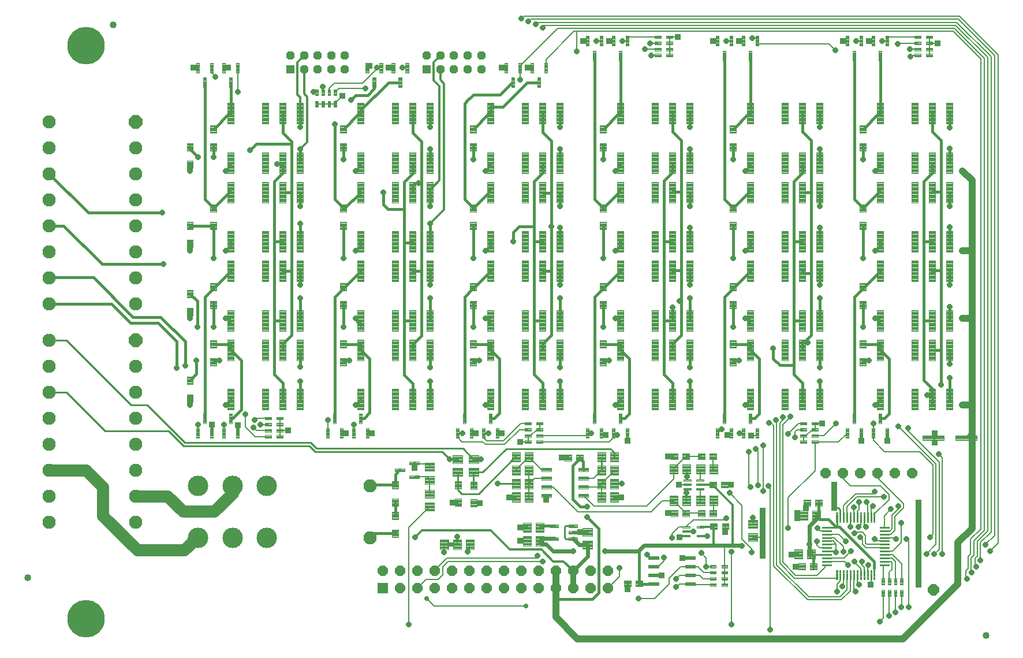
<source format=gtl>
G75*
%MOIN*%
%OFA0B0*%
%FSLAX25Y25*%
%IPPOS*%
%LPD*%
%AMOC8*
5,1,8,0,0,1.08239X$1,22.5*
%
%ADD10OC8,0.05906*%
%ADD11R,0.05906X0.05906*%
%ADD12OC8,0.07677*%
%ADD13C,0.07677*%
%ADD14C,0.00394*%
%ADD15C,0.00396*%
%ADD16C,0.00402*%
%ADD17C,0.00409*%
%ADD18C,0.00406*%
%ADD19C,0.11811*%
%ADD20C,0.00390*%
%ADD21C,0.04000*%
%ADD22OC8,0.06496*%
%ADD23C,0.00100*%
%ADD24R,0.04724X0.04724*%
%ADD25OC8,0.04724*%
%ADD26C,0.21654*%
%ADD27C,0.01600*%
%ADD28OC8,0.03175*%
%ADD29C,0.04000*%
%ADD30C,0.01000*%
%ADD31C,0.01200*%
%ADD32C,0.03200*%
%ADD33R,0.03175X0.03175*%
%ADD34C,0.00800*%
%ADD35C,0.02400*%
%ADD36C,0.07000*%
%ADD37OC8,0.02781*%
D10*
X0309333Y0115232D03*
X0319333Y0115232D03*
X0329333Y0115232D03*
X0339333Y0115232D03*
X0349333Y0115232D03*
X0359333Y0115232D03*
X0369333Y0115232D03*
X0379333Y0115232D03*
X0389333Y0115232D03*
X0399333Y0115232D03*
X0409333Y0115232D03*
X0419333Y0115232D03*
X0429333Y0115232D03*
X0439333Y0115232D03*
X0439333Y0105232D03*
X0429333Y0105232D03*
X0419333Y0105232D03*
X0409333Y0105232D03*
X0399333Y0105232D03*
X0389333Y0105232D03*
X0379333Y0105232D03*
X0369333Y0105232D03*
X0359333Y0105232D03*
X0349333Y0105232D03*
X0339333Y0105232D03*
X0329333Y0105232D03*
X0319333Y0105232D03*
X0565188Y0171770D03*
X0575188Y0171770D03*
X0585188Y0171770D03*
X0595188Y0171770D03*
X0605188Y0171770D03*
X0615188Y0171770D03*
D11*
X0309333Y0105232D03*
D12*
X0166932Y0248441D03*
X0166932Y0374425D03*
D13*
X0166932Y0359425D03*
X0166932Y0344425D03*
X0166932Y0329425D03*
X0166932Y0314425D03*
X0166932Y0299425D03*
X0166932Y0284425D03*
X0166932Y0269425D03*
X0116932Y0269425D03*
X0116932Y0284425D03*
X0116932Y0299425D03*
X0116932Y0314425D03*
X0116932Y0329425D03*
X0116932Y0344425D03*
X0116932Y0359425D03*
X0116932Y0374425D03*
X0116932Y0248441D03*
X0116932Y0233441D03*
X0116932Y0218441D03*
X0116932Y0203441D03*
X0116932Y0188441D03*
X0116932Y0173441D03*
X0116932Y0158441D03*
X0116932Y0143441D03*
X0166932Y0143441D03*
X0166932Y0158441D03*
X0166932Y0173441D03*
X0166932Y0188441D03*
X0166932Y0203441D03*
X0166932Y0218441D03*
X0166932Y0233441D03*
X0302044Y0164152D03*
X0302044Y0134388D03*
D14*
X0318459Y0134737D02*
X0318459Y0139067D01*
X0318459Y0134737D02*
X0314917Y0134737D01*
X0314917Y0139067D01*
X0318459Y0139067D01*
X0318459Y0135130D02*
X0314917Y0135130D01*
X0314917Y0135523D02*
X0318459Y0135523D01*
X0318459Y0135916D02*
X0314917Y0135916D01*
X0314917Y0136309D02*
X0318459Y0136309D01*
X0318459Y0136702D02*
X0314917Y0136702D01*
X0314917Y0137095D02*
X0318459Y0137095D01*
X0318459Y0137488D02*
X0314917Y0137488D01*
X0314917Y0137881D02*
X0318459Y0137881D01*
X0318459Y0138274D02*
X0314917Y0138274D01*
X0314917Y0138667D02*
X0318459Y0138667D01*
X0318459Y0139060D02*
X0314917Y0139060D01*
X0318459Y0144973D02*
X0318459Y0149303D01*
X0318459Y0144973D02*
X0314917Y0144973D01*
X0314917Y0149303D01*
X0318459Y0149303D01*
X0318459Y0145366D02*
X0314917Y0145366D01*
X0314917Y0145759D02*
X0318459Y0145759D01*
X0318459Y0146152D02*
X0314917Y0146152D01*
X0314917Y0146545D02*
X0318459Y0146545D01*
X0318459Y0146938D02*
X0314917Y0146938D01*
X0314917Y0147331D02*
X0318459Y0147331D01*
X0318459Y0147724D02*
X0314917Y0147724D01*
X0314917Y0148117D02*
X0318459Y0148117D01*
X0318459Y0148510D02*
X0314917Y0148510D01*
X0314917Y0148903D02*
X0318459Y0148903D01*
X0318459Y0149296D02*
X0314917Y0149296D01*
X0314917Y0152487D02*
X0314917Y0156817D01*
X0318459Y0156817D01*
X0318459Y0152487D01*
X0314917Y0152487D01*
X0314917Y0152880D02*
X0318459Y0152880D01*
X0318459Y0153273D02*
X0314917Y0153273D01*
X0314917Y0153666D02*
X0318459Y0153666D01*
X0318459Y0154059D02*
X0314917Y0154059D01*
X0314917Y0154452D02*
X0318459Y0154452D01*
X0318459Y0154845D02*
X0314917Y0154845D01*
X0314917Y0155238D02*
X0318459Y0155238D01*
X0318459Y0155631D02*
X0314917Y0155631D01*
X0314917Y0156024D02*
X0318459Y0156024D01*
X0318459Y0156417D02*
X0314917Y0156417D01*
X0314917Y0156810D02*
X0318459Y0156810D01*
X0314917Y0162723D02*
X0314917Y0167053D01*
X0318459Y0167053D01*
X0318459Y0162723D01*
X0314917Y0162723D01*
X0314917Y0163116D02*
X0318459Y0163116D01*
X0318459Y0163509D02*
X0314917Y0163509D01*
X0314917Y0163902D02*
X0318459Y0163902D01*
X0318459Y0164295D02*
X0314917Y0164295D01*
X0314917Y0164688D02*
X0318459Y0164688D01*
X0318459Y0165081D02*
X0314917Y0165081D01*
X0314917Y0165474D02*
X0318459Y0165474D01*
X0318459Y0165867D02*
X0314917Y0165867D01*
X0314917Y0166260D02*
X0318459Y0166260D01*
X0318459Y0166653D02*
X0314917Y0166653D01*
X0314917Y0167046D02*
X0318459Y0167046D01*
X0354709Y0167053D02*
X0354709Y0162723D01*
X0351167Y0162723D01*
X0351167Y0167053D01*
X0354709Y0167053D01*
X0354709Y0163116D02*
X0351167Y0163116D01*
X0351167Y0163509D02*
X0354709Y0163509D01*
X0354709Y0163902D02*
X0351167Y0163902D01*
X0351167Y0164295D02*
X0354709Y0164295D01*
X0354709Y0164688D02*
X0351167Y0164688D01*
X0351167Y0165081D02*
X0354709Y0165081D01*
X0354709Y0165474D02*
X0351167Y0165474D01*
X0351167Y0165867D02*
X0354709Y0165867D01*
X0354709Y0166260D02*
X0351167Y0166260D01*
X0351167Y0166653D02*
X0354709Y0166653D01*
X0354709Y0167046D02*
X0351167Y0167046D01*
X0363709Y0166803D02*
X0363709Y0162473D01*
X0360167Y0162473D01*
X0360167Y0166803D01*
X0363709Y0166803D01*
X0363709Y0162866D02*
X0360167Y0162866D01*
X0360167Y0163259D02*
X0363709Y0163259D01*
X0363709Y0163652D02*
X0360167Y0163652D01*
X0360167Y0164045D02*
X0363709Y0164045D01*
X0363709Y0164438D02*
X0360167Y0164438D01*
X0360167Y0164831D02*
X0363709Y0164831D01*
X0363709Y0165224D02*
X0360167Y0165224D01*
X0360167Y0165617D02*
X0363709Y0165617D01*
X0363709Y0166010D02*
X0360167Y0166010D01*
X0360167Y0166403D02*
X0363709Y0166403D01*
X0363709Y0166796D02*
X0360167Y0166796D01*
X0363709Y0156567D02*
X0363709Y0152237D01*
X0360167Y0152237D01*
X0360167Y0156567D01*
X0363709Y0156567D01*
X0363709Y0152630D02*
X0360167Y0152630D01*
X0360167Y0153023D02*
X0363709Y0153023D01*
X0363709Y0153416D02*
X0360167Y0153416D01*
X0360167Y0153809D02*
X0363709Y0153809D01*
X0363709Y0154202D02*
X0360167Y0154202D01*
X0360167Y0154595D02*
X0363709Y0154595D01*
X0363709Y0154988D02*
X0360167Y0154988D01*
X0360167Y0155381D02*
X0363709Y0155381D01*
X0363709Y0155774D02*
X0360167Y0155774D01*
X0360167Y0156167D02*
X0363709Y0156167D01*
X0363709Y0156560D02*
X0360167Y0156560D01*
X0354709Y0156817D02*
X0354709Y0152487D01*
X0351167Y0152487D01*
X0351167Y0156817D01*
X0354709Y0156817D01*
X0354709Y0152880D02*
X0351167Y0152880D01*
X0351167Y0153273D02*
X0354709Y0153273D01*
X0354709Y0153666D02*
X0351167Y0153666D01*
X0351167Y0154059D02*
X0354709Y0154059D01*
X0354709Y0154452D02*
X0351167Y0154452D01*
X0351167Y0154845D02*
X0354709Y0154845D01*
X0354709Y0155238D02*
X0351167Y0155238D01*
X0351167Y0155631D02*
X0354709Y0155631D01*
X0354709Y0156024D02*
X0351167Y0156024D01*
X0351167Y0156417D02*
X0354709Y0156417D01*
X0354709Y0156810D02*
X0351167Y0156810D01*
X0395112Y0188918D02*
X0395112Y0190492D01*
X0395112Y0188918D02*
X0391570Y0188918D01*
X0391570Y0190492D01*
X0395112Y0190492D01*
X0395112Y0189311D02*
X0391570Y0189311D01*
X0391570Y0189704D02*
X0395112Y0189704D01*
X0395112Y0190097D02*
X0391570Y0190097D01*
X0391570Y0190490D02*
X0395112Y0190490D01*
X0395112Y0192461D02*
X0395112Y0194035D01*
X0395112Y0192461D02*
X0391570Y0192461D01*
X0391570Y0194035D01*
X0395112Y0194035D01*
X0395112Y0192854D02*
X0391570Y0192854D01*
X0391570Y0193247D02*
X0395112Y0193247D01*
X0395112Y0193640D02*
X0391570Y0193640D01*
X0391570Y0194033D02*
X0395112Y0194033D01*
X0395112Y0196004D02*
X0395112Y0197578D01*
X0395112Y0196004D02*
X0391570Y0196004D01*
X0391570Y0197578D01*
X0395112Y0197578D01*
X0395112Y0196397D02*
X0391570Y0196397D01*
X0391570Y0196790D02*
X0395112Y0196790D01*
X0395112Y0197183D02*
X0391570Y0197183D01*
X0391570Y0197576D02*
X0395112Y0197576D01*
X0395112Y0199548D02*
X0395112Y0201122D01*
X0395112Y0199548D02*
X0391570Y0199548D01*
X0391570Y0201122D01*
X0395112Y0201122D01*
X0395112Y0199941D02*
X0391570Y0199941D01*
X0391570Y0200334D02*
X0395112Y0200334D01*
X0395112Y0200727D02*
X0391570Y0200727D01*
X0391570Y0201120D02*
X0395112Y0201120D01*
X0401805Y0201122D02*
X0401805Y0199548D01*
X0398263Y0199548D01*
X0398263Y0201122D01*
X0401805Y0201122D01*
X0401805Y0199941D02*
X0398263Y0199941D01*
X0398263Y0200334D02*
X0401805Y0200334D01*
X0401805Y0200727D02*
X0398263Y0200727D01*
X0398263Y0201120D02*
X0401805Y0201120D01*
X0401805Y0197578D02*
X0401805Y0196004D01*
X0398263Y0196004D01*
X0398263Y0197578D01*
X0401805Y0197578D01*
X0401805Y0196397D02*
X0398263Y0196397D01*
X0398263Y0196790D02*
X0401805Y0196790D01*
X0401805Y0197183D02*
X0398263Y0197183D01*
X0398263Y0197576D02*
X0401805Y0197576D01*
X0401805Y0194035D02*
X0401805Y0192461D01*
X0398263Y0192461D01*
X0398263Y0194035D01*
X0401805Y0194035D01*
X0401805Y0192854D02*
X0398263Y0192854D01*
X0398263Y0193247D02*
X0401805Y0193247D01*
X0401805Y0193640D02*
X0398263Y0193640D01*
X0398263Y0194033D02*
X0401805Y0194033D01*
X0401805Y0190492D02*
X0401805Y0188918D01*
X0398263Y0188918D01*
X0398263Y0190492D01*
X0401805Y0190492D01*
X0401805Y0189311D02*
X0398263Y0189311D01*
X0398263Y0189704D02*
X0401805Y0189704D01*
X0401805Y0190097D02*
X0398263Y0190097D01*
X0398263Y0190490D02*
X0401805Y0190490D01*
X0414373Y0182291D02*
X0418309Y0182291D01*
X0418309Y0178749D01*
X0414373Y0178749D01*
X0414373Y0182291D01*
X0414373Y0179142D02*
X0418309Y0179142D01*
X0418309Y0179535D02*
X0414373Y0179535D01*
X0414373Y0179928D02*
X0418309Y0179928D01*
X0418309Y0180321D02*
X0414373Y0180321D01*
X0414373Y0180714D02*
X0418309Y0180714D01*
X0418309Y0181107D02*
X0414373Y0181107D01*
X0414373Y0181500D02*
X0418309Y0181500D01*
X0418309Y0181893D02*
X0414373Y0181893D01*
X0414373Y0182286D02*
X0418309Y0182286D01*
X0421066Y0182291D02*
X0425002Y0182291D01*
X0425002Y0178749D01*
X0421066Y0178749D01*
X0421066Y0182291D01*
X0421066Y0179142D02*
X0425002Y0179142D01*
X0425002Y0179535D02*
X0421066Y0179535D01*
X0421066Y0179928D02*
X0425002Y0179928D01*
X0425002Y0180321D02*
X0421066Y0180321D01*
X0421066Y0180714D02*
X0425002Y0180714D01*
X0425002Y0181107D02*
X0421066Y0181107D01*
X0421066Y0181500D02*
X0425002Y0181500D01*
X0425002Y0181893D02*
X0421066Y0181893D01*
X0421066Y0182286D02*
X0425002Y0182286D01*
X0413459Y0208245D02*
X0413459Y0220291D01*
X0413459Y0208245D02*
X0409917Y0208245D01*
X0409917Y0220291D01*
X0413459Y0220291D01*
X0413459Y0208638D02*
X0409917Y0208638D01*
X0409917Y0209031D02*
X0413459Y0209031D01*
X0413459Y0209424D02*
X0409917Y0209424D01*
X0409917Y0209817D02*
X0413459Y0209817D01*
X0413459Y0210210D02*
X0409917Y0210210D01*
X0409917Y0210603D02*
X0413459Y0210603D01*
X0413459Y0210996D02*
X0409917Y0210996D01*
X0409917Y0211389D02*
X0413459Y0211389D01*
X0413459Y0211782D02*
X0409917Y0211782D01*
X0409917Y0212175D02*
X0413459Y0212175D01*
X0413459Y0212568D02*
X0409917Y0212568D01*
X0409917Y0212961D02*
X0413459Y0212961D01*
X0413459Y0213354D02*
X0409917Y0213354D01*
X0409917Y0213747D02*
X0413459Y0213747D01*
X0413459Y0214140D02*
X0409917Y0214140D01*
X0409917Y0214533D02*
X0413459Y0214533D01*
X0413459Y0214926D02*
X0409917Y0214926D01*
X0409917Y0215319D02*
X0413459Y0215319D01*
X0413459Y0215712D02*
X0409917Y0215712D01*
X0409917Y0216105D02*
X0413459Y0216105D01*
X0413459Y0216498D02*
X0409917Y0216498D01*
X0409917Y0216891D02*
X0413459Y0216891D01*
X0413459Y0217284D02*
X0409917Y0217284D01*
X0409917Y0217677D02*
X0413459Y0217677D01*
X0413459Y0218070D02*
X0409917Y0218070D01*
X0409917Y0218463D02*
X0413459Y0218463D01*
X0413459Y0218856D02*
X0409917Y0218856D01*
X0409917Y0219249D02*
X0413459Y0219249D01*
X0413459Y0219642D02*
X0409917Y0219642D01*
X0409917Y0220035D02*
X0413459Y0220035D01*
X0403459Y0220291D02*
X0403459Y0208245D01*
X0399917Y0208245D01*
X0399917Y0220291D01*
X0403459Y0220291D01*
X0403459Y0208638D02*
X0399917Y0208638D01*
X0399917Y0209031D02*
X0403459Y0209031D01*
X0403459Y0209424D02*
X0399917Y0209424D01*
X0399917Y0209817D02*
X0403459Y0209817D01*
X0403459Y0210210D02*
X0399917Y0210210D01*
X0399917Y0210603D02*
X0403459Y0210603D01*
X0403459Y0210996D02*
X0399917Y0210996D01*
X0399917Y0211389D02*
X0403459Y0211389D01*
X0403459Y0211782D02*
X0399917Y0211782D01*
X0399917Y0212175D02*
X0403459Y0212175D01*
X0403459Y0212568D02*
X0399917Y0212568D01*
X0399917Y0212961D02*
X0403459Y0212961D01*
X0403459Y0213354D02*
X0399917Y0213354D01*
X0399917Y0213747D02*
X0403459Y0213747D01*
X0403459Y0214140D02*
X0399917Y0214140D01*
X0399917Y0214533D02*
X0403459Y0214533D01*
X0403459Y0214926D02*
X0399917Y0214926D01*
X0399917Y0215319D02*
X0403459Y0215319D01*
X0403459Y0215712D02*
X0399917Y0215712D01*
X0399917Y0216105D02*
X0403459Y0216105D01*
X0403459Y0216498D02*
X0399917Y0216498D01*
X0399917Y0216891D02*
X0403459Y0216891D01*
X0403459Y0217284D02*
X0399917Y0217284D01*
X0399917Y0217677D02*
X0403459Y0217677D01*
X0403459Y0218070D02*
X0399917Y0218070D01*
X0399917Y0218463D02*
X0403459Y0218463D01*
X0403459Y0218856D02*
X0399917Y0218856D01*
X0399917Y0219249D02*
X0403459Y0219249D01*
X0403459Y0219642D02*
X0399917Y0219642D01*
X0399917Y0220035D02*
X0403459Y0220035D01*
X0393459Y0220291D02*
X0393459Y0208245D01*
X0389917Y0208245D01*
X0389917Y0220291D01*
X0393459Y0220291D01*
X0393459Y0208638D02*
X0389917Y0208638D01*
X0389917Y0209031D02*
X0393459Y0209031D01*
X0393459Y0209424D02*
X0389917Y0209424D01*
X0389917Y0209817D02*
X0393459Y0209817D01*
X0393459Y0210210D02*
X0389917Y0210210D01*
X0389917Y0210603D02*
X0393459Y0210603D01*
X0393459Y0210996D02*
X0389917Y0210996D01*
X0389917Y0211389D02*
X0393459Y0211389D01*
X0393459Y0211782D02*
X0389917Y0211782D01*
X0389917Y0212175D02*
X0393459Y0212175D01*
X0393459Y0212568D02*
X0389917Y0212568D01*
X0389917Y0212961D02*
X0393459Y0212961D01*
X0393459Y0213354D02*
X0389917Y0213354D01*
X0389917Y0213747D02*
X0393459Y0213747D01*
X0393459Y0214140D02*
X0389917Y0214140D01*
X0389917Y0214533D02*
X0393459Y0214533D01*
X0393459Y0214926D02*
X0389917Y0214926D01*
X0389917Y0215319D02*
X0393459Y0215319D01*
X0393459Y0215712D02*
X0389917Y0215712D01*
X0389917Y0216105D02*
X0393459Y0216105D01*
X0393459Y0216498D02*
X0389917Y0216498D01*
X0389917Y0216891D02*
X0393459Y0216891D01*
X0393459Y0217284D02*
X0389917Y0217284D01*
X0389917Y0217677D02*
X0393459Y0217677D01*
X0393459Y0218070D02*
X0389917Y0218070D01*
X0389917Y0218463D02*
X0393459Y0218463D01*
X0393459Y0218856D02*
X0389917Y0218856D01*
X0389917Y0219249D02*
X0393459Y0219249D01*
X0393459Y0219642D02*
X0389917Y0219642D01*
X0389917Y0220035D02*
X0393459Y0220035D01*
X0373459Y0220291D02*
X0373459Y0208245D01*
X0369917Y0208245D01*
X0369917Y0220291D01*
X0373459Y0220291D01*
X0373459Y0208638D02*
X0369917Y0208638D01*
X0369917Y0209031D02*
X0373459Y0209031D01*
X0373459Y0209424D02*
X0369917Y0209424D01*
X0369917Y0209817D02*
X0373459Y0209817D01*
X0373459Y0210210D02*
X0369917Y0210210D01*
X0369917Y0210603D02*
X0373459Y0210603D01*
X0373459Y0210996D02*
X0369917Y0210996D01*
X0369917Y0211389D02*
X0373459Y0211389D01*
X0373459Y0211782D02*
X0369917Y0211782D01*
X0369917Y0212175D02*
X0373459Y0212175D01*
X0373459Y0212568D02*
X0369917Y0212568D01*
X0369917Y0212961D02*
X0373459Y0212961D01*
X0373459Y0213354D02*
X0369917Y0213354D01*
X0369917Y0213747D02*
X0373459Y0213747D01*
X0373459Y0214140D02*
X0369917Y0214140D01*
X0369917Y0214533D02*
X0373459Y0214533D01*
X0373459Y0214926D02*
X0369917Y0214926D01*
X0369917Y0215319D02*
X0373459Y0215319D01*
X0373459Y0215712D02*
X0369917Y0215712D01*
X0369917Y0216105D02*
X0373459Y0216105D01*
X0373459Y0216498D02*
X0369917Y0216498D01*
X0369917Y0216891D02*
X0373459Y0216891D01*
X0373459Y0217284D02*
X0369917Y0217284D01*
X0369917Y0217677D02*
X0373459Y0217677D01*
X0373459Y0218070D02*
X0369917Y0218070D01*
X0369917Y0218463D02*
X0373459Y0218463D01*
X0373459Y0218856D02*
X0369917Y0218856D01*
X0369917Y0219249D02*
X0373459Y0219249D01*
X0373459Y0219642D02*
X0369917Y0219642D01*
X0369917Y0220035D02*
X0373459Y0220035D01*
X0363459Y0233737D02*
X0363459Y0238067D01*
X0363459Y0233737D02*
X0359917Y0233737D01*
X0359917Y0238067D01*
X0363459Y0238067D01*
X0363459Y0234130D02*
X0359917Y0234130D01*
X0359917Y0234523D02*
X0363459Y0234523D01*
X0363459Y0234916D02*
X0359917Y0234916D01*
X0359917Y0235309D02*
X0363459Y0235309D01*
X0363459Y0235702D02*
X0359917Y0235702D01*
X0359917Y0236095D02*
X0363459Y0236095D01*
X0363459Y0236488D02*
X0359917Y0236488D01*
X0359917Y0236881D02*
X0363459Y0236881D01*
X0363459Y0237274D02*
X0359917Y0237274D01*
X0359917Y0237667D02*
X0363459Y0237667D01*
X0363459Y0238060D02*
X0359917Y0238060D01*
X0363459Y0243973D02*
X0363459Y0248303D01*
X0363459Y0243973D02*
X0359917Y0243973D01*
X0359917Y0248303D01*
X0363459Y0248303D01*
X0363459Y0244366D02*
X0359917Y0244366D01*
X0359917Y0244759D02*
X0363459Y0244759D01*
X0363459Y0245152D02*
X0359917Y0245152D01*
X0359917Y0245545D02*
X0363459Y0245545D01*
X0363459Y0245938D02*
X0359917Y0245938D01*
X0359917Y0246331D02*
X0363459Y0246331D01*
X0363459Y0246724D02*
X0359917Y0246724D01*
X0359917Y0247117D02*
X0363459Y0247117D01*
X0363459Y0247510D02*
X0359917Y0247510D01*
X0359917Y0247903D02*
X0363459Y0247903D01*
X0363459Y0248296D02*
X0359917Y0248296D01*
X0373459Y0248795D02*
X0373459Y0236749D01*
X0369917Y0236749D01*
X0369917Y0248795D01*
X0373459Y0248795D01*
X0373459Y0237142D02*
X0369917Y0237142D01*
X0369917Y0237535D02*
X0373459Y0237535D01*
X0373459Y0237928D02*
X0369917Y0237928D01*
X0369917Y0238321D02*
X0373459Y0238321D01*
X0373459Y0238714D02*
X0369917Y0238714D01*
X0369917Y0239107D02*
X0373459Y0239107D01*
X0373459Y0239500D02*
X0369917Y0239500D01*
X0369917Y0239893D02*
X0373459Y0239893D01*
X0373459Y0240286D02*
X0369917Y0240286D01*
X0369917Y0240679D02*
X0373459Y0240679D01*
X0373459Y0241072D02*
X0369917Y0241072D01*
X0369917Y0241465D02*
X0373459Y0241465D01*
X0373459Y0241858D02*
X0369917Y0241858D01*
X0369917Y0242251D02*
X0373459Y0242251D01*
X0373459Y0242644D02*
X0369917Y0242644D01*
X0369917Y0243037D02*
X0373459Y0243037D01*
X0373459Y0243430D02*
X0369917Y0243430D01*
X0369917Y0243823D02*
X0373459Y0243823D01*
X0373459Y0244216D02*
X0369917Y0244216D01*
X0369917Y0244609D02*
X0373459Y0244609D01*
X0373459Y0245002D02*
X0369917Y0245002D01*
X0369917Y0245395D02*
X0373459Y0245395D01*
X0373459Y0245788D02*
X0369917Y0245788D01*
X0369917Y0246181D02*
X0373459Y0246181D01*
X0373459Y0246574D02*
X0369917Y0246574D01*
X0369917Y0246967D02*
X0373459Y0246967D01*
X0373459Y0247360D02*
X0369917Y0247360D01*
X0369917Y0247753D02*
X0373459Y0247753D01*
X0373459Y0248146D02*
X0369917Y0248146D01*
X0369917Y0248539D02*
X0373459Y0248539D01*
X0373459Y0253745D02*
X0373459Y0265791D01*
X0373459Y0253745D02*
X0369917Y0253745D01*
X0369917Y0265791D01*
X0373459Y0265791D01*
X0373459Y0254138D02*
X0369917Y0254138D01*
X0369917Y0254531D02*
X0373459Y0254531D01*
X0373459Y0254924D02*
X0369917Y0254924D01*
X0369917Y0255317D02*
X0373459Y0255317D01*
X0373459Y0255710D02*
X0369917Y0255710D01*
X0369917Y0256103D02*
X0373459Y0256103D01*
X0373459Y0256496D02*
X0369917Y0256496D01*
X0369917Y0256889D02*
X0373459Y0256889D01*
X0373459Y0257282D02*
X0369917Y0257282D01*
X0369917Y0257675D02*
X0373459Y0257675D01*
X0373459Y0258068D02*
X0369917Y0258068D01*
X0369917Y0258461D02*
X0373459Y0258461D01*
X0373459Y0258854D02*
X0369917Y0258854D01*
X0369917Y0259247D02*
X0373459Y0259247D01*
X0373459Y0259640D02*
X0369917Y0259640D01*
X0369917Y0260033D02*
X0373459Y0260033D01*
X0373459Y0260426D02*
X0369917Y0260426D01*
X0369917Y0260819D02*
X0373459Y0260819D01*
X0373459Y0261212D02*
X0369917Y0261212D01*
X0369917Y0261605D02*
X0373459Y0261605D01*
X0373459Y0261998D02*
X0369917Y0261998D01*
X0369917Y0262391D02*
X0373459Y0262391D01*
X0373459Y0262784D02*
X0369917Y0262784D01*
X0369917Y0263177D02*
X0373459Y0263177D01*
X0373459Y0263570D02*
X0369917Y0263570D01*
X0369917Y0263963D02*
X0373459Y0263963D01*
X0373459Y0264356D02*
X0369917Y0264356D01*
X0369917Y0264749D02*
X0373459Y0264749D01*
X0373459Y0265142D02*
X0369917Y0265142D01*
X0369917Y0265535D02*
X0373459Y0265535D01*
X0363459Y0266737D02*
X0363459Y0271067D01*
X0363459Y0266737D02*
X0359917Y0266737D01*
X0359917Y0271067D01*
X0363459Y0271067D01*
X0363459Y0267130D02*
X0359917Y0267130D01*
X0359917Y0267523D02*
X0363459Y0267523D01*
X0363459Y0267916D02*
X0359917Y0267916D01*
X0359917Y0268309D02*
X0363459Y0268309D01*
X0363459Y0268702D02*
X0359917Y0268702D01*
X0359917Y0269095D02*
X0363459Y0269095D01*
X0363459Y0269488D02*
X0359917Y0269488D01*
X0359917Y0269881D02*
X0363459Y0269881D01*
X0363459Y0270274D02*
X0359917Y0270274D01*
X0359917Y0270667D02*
X0363459Y0270667D01*
X0363459Y0271060D02*
X0359917Y0271060D01*
X0363459Y0276973D02*
X0363459Y0281303D01*
X0363459Y0276973D02*
X0359917Y0276973D01*
X0359917Y0281303D01*
X0363459Y0281303D01*
X0363459Y0277366D02*
X0359917Y0277366D01*
X0359917Y0277759D02*
X0363459Y0277759D01*
X0363459Y0278152D02*
X0359917Y0278152D01*
X0359917Y0278545D02*
X0363459Y0278545D01*
X0363459Y0278938D02*
X0359917Y0278938D01*
X0359917Y0279331D02*
X0363459Y0279331D01*
X0363459Y0279724D02*
X0359917Y0279724D01*
X0359917Y0280117D02*
X0363459Y0280117D01*
X0363459Y0280510D02*
X0359917Y0280510D01*
X0359917Y0280903D02*
X0363459Y0280903D01*
X0363459Y0281296D02*
X0359917Y0281296D01*
X0373459Y0282249D02*
X0373459Y0294295D01*
X0373459Y0282249D02*
X0369917Y0282249D01*
X0369917Y0294295D01*
X0373459Y0294295D01*
X0373459Y0282642D02*
X0369917Y0282642D01*
X0369917Y0283035D02*
X0373459Y0283035D01*
X0373459Y0283428D02*
X0369917Y0283428D01*
X0369917Y0283821D02*
X0373459Y0283821D01*
X0373459Y0284214D02*
X0369917Y0284214D01*
X0369917Y0284607D02*
X0373459Y0284607D01*
X0373459Y0285000D02*
X0369917Y0285000D01*
X0369917Y0285393D02*
X0373459Y0285393D01*
X0373459Y0285786D02*
X0369917Y0285786D01*
X0369917Y0286179D02*
X0373459Y0286179D01*
X0373459Y0286572D02*
X0369917Y0286572D01*
X0369917Y0286965D02*
X0373459Y0286965D01*
X0373459Y0287358D02*
X0369917Y0287358D01*
X0369917Y0287751D02*
X0373459Y0287751D01*
X0373459Y0288144D02*
X0369917Y0288144D01*
X0369917Y0288537D02*
X0373459Y0288537D01*
X0373459Y0288930D02*
X0369917Y0288930D01*
X0369917Y0289323D02*
X0373459Y0289323D01*
X0373459Y0289716D02*
X0369917Y0289716D01*
X0369917Y0290109D02*
X0373459Y0290109D01*
X0373459Y0290502D02*
X0369917Y0290502D01*
X0369917Y0290895D02*
X0373459Y0290895D01*
X0373459Y0291288D02*
X0369917Y0291288D01*
X0369917Y0291681D02*
X0373459Y0291681D01*
X0373459Y0292074D02*
X0369917Y0292074D01*
X0369917Y0292467D02*
X0373459Y0292467D01*
X0373459Y0292860D02*
X0369917Y0292860D01*
X0369917Y0293253D02*
X0373459Y0293253D01*
X0373459Y0293646D02*
X0369917Y0293646D01*
X0369917Y0294039D02*
X0373459Y0294039D01*
X0373459Y0299245D02*
X0373459Y0311291D01*
X0373459Y0299245D02*
X0369917Y0299245D01*
X0369917Y0311291D01*
X0373459Y0311291D01*
X0373459Y0299638D02*
X0369917Y0299638D01*
X0369917Y0300031D02*
X0373459Y0300031D01*
X0373459Y0300424D02*
X0369917Y0300424D01*
X0369917Y0300817D02*
X0373459Y0300817D01*
X0373459Y0301210D02*
X0369917Y0301210D01*
X0369917Y0301603D02*
X0373459Y0301603D01*
X0373459Y0301996D02*
X0369917Y0301996D01*
X0369917Y0302389D02*
X0373459Y0302389D01*
X0373459Y0302782D02*
X0369917Y0302782D01*
X0369917Y0303175D02*
X0373459Y0303175D01*
X0373459Y0303568D02*
X0369917Y0303568D01*
X0369917Y0303961D02*
X0373459Y0303961D01*
X0373459Y0304354D02*
X0369917Y0304354D01*
X0369917Y0304747D02*
X0373459Y0304747D01*
X0373459Y0305140D02*
X0369917Y0305140D01*
X0369917Y0305533D02*
X0373459Y0305533D01*
X0373459Y0305926D02*
X0369917Y0305926D01*
X0369917Y0306319D02*
X0373459Y0306319D01*
X0373459Y0306712D02*
X0369917Y0306712D01*
X0369917Y0307105D02*
X0373459Y0307105D01*
X0373459Y0307498D02*
X0369917Y0307498D01*
X0369917Y0307891D02*
X0373459Y0307891D01*
X0373459Y0308284D02*
X0369917Y0308284D01*
X0369917Y0308677D02*
X0373459Y0308677D01*
X0373459Y0309070D02*
X0369917Y0309070D01*
X0369917Y0309463D02*
X0373459Y0309463D01*
X0373459Y0309856D02*
X0369917Y0309856D01*
X0369917Y0310249D02*
X0373459Y0310249D01*
X0373459Y0310642D02*
X0369917Y0310642D01*
X0369917Y0311035D02*
X0373459Y0311035D01*
X0363459Y0312237D02*
X0363459Y0316567D01*
X0363459Y0312237D02*
X0359917Y0312237D01*
X0359917Y0316567D01*
X0363459Y0316567D01*
X0363459Y0312630D02*
X0359917Y0312630D01*
X0359917Y0313023D02*
X0363459Y0313023D01*
X0363459Y0313416D02*
X0359917Y0313416D01*
X0359917Y0313809D02*
X0363459Y0313809D01*
X0363459Y0314202D02*
X0359917Y0314202D01*
X0359917Y0314595D02*
X0363459Y0314595D01*
X0363459Y0314988D02*
X0359917Y0314988D01*
X0359917Y0315381D02*
X0363459Y0315381D01*
X0363459Y0315774D02*
X0359917Y0315774D01*
X0359917Y0316167D02*
X0363459Y0316167D01*
X0363459Y0316560D02*
X0359917Y0316560D01*
X0363459Y0322473D02*
X0363459Y0326803D01*
X0363459Y0322473D02*
X0359917Y0322473D01*
X0359917Y0326803D01*
X0363459Y0326803D01*
X0363459Y0322866D02*
X0359917Y0322866D01*
X0359917Y0323259D02*
X0363459Y0323259D01*
X0363459Y0323652D02*
X0359917Y0323652D01*
X0359917Y0324045D02*
X0363459Y0324045D01*
X0363459Y0324438D02*
X0359917Y0324438D01*
X0359917Y0324831D02*
X0363459Y0324831D01*
X0363459Y0325224D02*
X0359917Y0325224D01*
X0359917Y0325617D02*
X0363459Y0325617D01*
X0363459Y0326010D02*
X0359917Y0326010D01*
X0359917Y0326403D02*
X0363459Y0326403D01*
X0363459Y0326796D02*
X0359917Y0326796D01*
X0373459Y0327749D02*
X0373459Y0339795D01*
X0373459Y0327749D02*
X0369917Y0327749D01*
X0369917Y0339795D01*
X0373459Y0339795D01*
X0373459Y0328142D02*
X0369917Y0328142D01*
X0369917Y0328535D02*
X0373459Y0328535D01*
X0373459Y0328928D02*
X0369917Y0328928D01*
X0369917Y0329321D02*
X0373459Y0329321D01*
X0373459Y0329714D02*
X0369917Y0329714D01*
X0369917Y0330107D02*
X0373459Y0330107D01*
X0373459Y0330500D02*
X0369917Y0330500D01*
X0369917Y0330893D02*
X0373459Y0330893D01*
X0373459Y0331286D02*
X0369917Y0331286D01*
X0369917Y0331679D02*
X0373459Y0331679D01*
X0373459Y0332072D02*
X0369917Y0332072D01*
X0369917Y0332465D02*
X0373459Y0332465D01*
X0373459Y0332858D02*
X0369917Y0332858D01*
X0369917Y0333251D02*
X0373459Y0333251D01*
X0373459Y0333644D02*
X0369917Y0333644D01*
X0369917Y0334037D02*
X0373459Y0334037D01*
X0373459Y0334430D02*
X0369917Y0334430D01*
X0369917Y0334823D02*
X0373459Y0334823D01*
X0373459Y0335216D02*
X0369917Y0335216D01*
X0369917Y0335609D02*
X0373459Y0335609D01*
X0373459Y0336002D02*
X0369917Y0336002D01*
X0369917Y0336395D02*
X0373459Y0336395D01*
X0373459Y0336788D02*
X0369917Y0336788D01*
X0369917Y0337181D02*
X0373459Y0337181D01*
X0373459Y0337574D02*
X0369917Y0337574D01*
X0369917Y0337967D02*
X0373459Y0337967D01*
X0373459Y0338360D02*
X0369917Y0338360D01*
X0369917Y0338753D02*
X0373459Y0338753D01*
X0373459Y0339146D02*
X0369917Y0339146D01*
X0369917Y0339539D02*
X0373459Y0339539D01*
X0373459Y0344745D02*
X0373459Y0356791D01*
X0373459Y0344745D02*
X0369917Y0344745D01*
X0369917Y0356791D01*
X0373459Y0356791D01*
X0373459Y0345138D02*
X0369917Y0345138D01*
X0369917Y0345531D02*
X0373459Y0345531D01*
X0373459Y0345924D02*
X0369917Y0345924D01*
X0369917Y0346317D02*
X0373459Y0346317D01*
X0373459Y0346710D02*
X0369917Y0346710D01*
X0369917Y0347103D02*
X0373459Y0347103D01*
X0373459Y0347496D02*
X0369917Y0347496D01*
X0369917Y0347889D02*
X0373459Y0347889D01*
X0373459Y0348282D02*
X0369917Y0348282D01*
X0369917Y0348675D02*
X0373459Y0348675D01*
X0373459Y0349068D02*
X0369917Y0349068D01*
X0369917Y0349461D02*
X0373459Y0349461D01*
X0373459Y0349854D02*
X0369917Y0349854D01*
X0369917Y0350247D02*
X0373459Y0350247D01*
X0373459Y0350640D02*
X0369917Y0350640D01*
X0369917Y0351033D02*
X0373459Y0351033D01*
X0373459Y0351426D02*
X0369917Y0351426D01*
X0369917Y0351819D02*
X0373459Y0351819D01*
X0373459Y0352212D02*
X0369917Y0352212D01*
X0369917Y0352605D02*
X0373459Y0352605D01*
X0373459Y0352998D02*
X0369917Y0352998D01*
X0369917Y0353391D02*
X0373459Y0353391D01*
X0373459Y0353784D02*
X0369917Y0353784D01*
X0369917Y0354177D02*
X0373459Y0354177D01*
X0373459Y0354570D02*
X0369917Y0354570D01*
X0369917Y0354963D02*
X0373459Y0354963D01*
X0373459Y0355356D02*
X0369917Y0355356D01*
X0369917Y0355749D02*
X0373459Y0355749D01*
X0373459Y0356142D02*
X0369917Y0356142D01*
X0369917Y0356535D02*
X0373459Y0356535D01*
X0363459Y0357737D02*
X0363459Y0362067D01*
X0363459Y0357737D02*
X0359917Y0357737D01*
X0359917Y0362067D01*
X0363459Y0362067D01*
X0363459Y0358130D02*
X0359917Y0358130D01*
X0359917Y0358523D02*
X0363459Y0358523D01*
X0363459Y0358916D02*
X0359917Y0358916D01*
X0359917Y0359309D02*
X0363459Y0359309D01*
X0363459Y0359702D02*
X0359917Y0359702D01*
X0359917Y0360095D02*
X0363459Y0360095D01*
X0363459Y0360488D02*
X0359917Y0360488D01*
X0359917Y0360881D02*
X0363459Y0360881D01*
X0363459Y0361274D02*
X0359917Y0361274D01*
X0359917Y0361667D02*
X0363459Y0361667D01*
X0363459Y0362060D02*
X0359917Y0362060D01*
X0363459Y0367973D02*
X0363459Y0372303D01*
X0363459Y0367973D02*
X0359917Y0367973D01*
X0359917Y0372303D01*
X0363459Y0372303D01*
X0363459Y0368366D02*
X0359917Y0368366D01*
X0359917Y0368759D02*
X0363459Y0368759D01*
X0363459Y0369152D02*
X0359917Y0369152D01*
X0359917Y0369545D02*
X0363459Y0369545D01*
X0363459Y0369938D02*
X0359917Y0369938D01*
X0359917Y0370331D02*
X0363459Y0370331D01*
X0363459Y0370724D02*
X0359917Y0370724D01*
X0359917Y0371117D02*
X0363459Y0371117D01*
X0363459Y0371510D02*
X0359917Y0371510D01*
X0359917Y0371903D02*
X0363459Y0371903D01*
X0363459Y0372296D02*
X0359917Y0372296D01*
X0373459Y0373249D02*
X0373459Y0385295D01*
X0373459Y0373249D02*
X0369917Y0373249D01*
X0369917Y0385295D01*
X0373459Y0385295D01*
X0373459Y0373642D02*
X0369917Y0373642D01*
X0369917Y0374035D02*
X0373459Y0374035D01*
X0373459Y0374428D02*
X0369917Y0374428D01*
X0369917Y0374821D02*
X0373459Y0374821D01*
X0373459Y0375214D02*
X0369917Y0375214D01*
X0369917Y0375607D02*
X0373459Y0375607D01*
X0373459Y0376000D02*
X0369917Y0376000D01*
X0369917Y0376393D02*
X0373459Y0376393D01*
X0373459Y0376786D02*
X0369917Y0376786D01*
X0369917Y0377179D02*
X0373459Y0377179D01*
X0373459Y0377572D02*
X0369917Y0377572D01*
X0369917Y0377965D02*
X0373459Y0377965D01*
X0373459Y0378358D02*
X0369917Y0378358D01*
X0369917Y0378751D02*
X0373459Y0378751D01*
X0373459Y0379144D02*
X0369917Y0379144D01*
X0369917Y0379537D02*
X0373459Y0379537D01*
X0373459Y0379930D02*
X0369917Y0379930D01*
X0369917Y0380323D02*
X0373459Y0380323D01*
X0373459Y0380716D02*
X0369917Y0380716D01*
X0369917Y0381109D02*
X0373459Y0381109D01*
X0373459Y0381502D02*
X0369917Y0381502D01*
X0369917Y0381895D02*
X0373459Y0381895D01*
X0373459Y0382288D02*
X0369917Y0382288D01*
X0369917Y0382681D02*
X0373459Y0382681D01*
X0373459Y0383074D02*
X0369917Y0383074D01*
X0369917Y0383467D02*
X0373459Y0383467D01*
X0373459Y0383860D02*
X0369917Y0383860D01*
X0369917Y0384253D02*
X0373459Y0384253D01*
X0373459Y0384646D02*
X0369917Y0384646D01*
X0369917Y0385039D02*
X0373459Y0385039D01*
X0393459Y0385295D02*
X0393459Y0373249D01*
X0389917Y0373249D01*
X0389917Y0385295D01*
X0393459Y0385295D01*
X0393459Y0373642D02*
X0389917Y0373642D01*
X0389917Y0374035D02*
X0393459Y0374035D01*
X0393459Y0374428D02*
X0389917Y0374428D01*
X0389917Y0374821D02*
X0393459Y0374821D01*
X0393459Y0375214D02*
X0389917Y0375214D01*
X0389917Y0375607D02*
X0393459Y0375607D01*
X0393459Y0376000D02*
X0389917Y0376000D01*
X0389917Y0376393D02*
X0393459Y0376393D01*
X0393459Y0376786D02*
X0389917Y0376786D01*
X0389917Y0377179D02*
X0393459Y0377179D01*
X0393459Y0377572D02*
X0389917Y0377572D01*
X0389917Y0377965D02*
X0393459Y0377965D01*
X0393459Y0378358D02*
X0389917Y0378358D01*
X0389917Y0378751D02*
X0393459Y0378751D01*
X0393459Y0379144D02*
X0389917Y0379144D01*
X0389917Y0379537D02*
X0393459Y0379537D01*
X0393459Y0379930D02*
X0389917Y0379930D01*
X0389917Y0380323D02*
X0393459Y0380323D01*
X0393459Y0380716D02*
X0389917Y0380716D01*
X0389917Y0381109D02*
X0393459Y0381109D01*
X0393459Y0381502D02*
X0389917Y0381502D01*
X0389917Y0381895D02*
X0393459Y0381895D01*
X0393459Y0382288D02*
X0389917Y0382288D01*
X0389917Y0382681D02*
X0393459Y0382681D01*
X0393459Y0383074D02*
X0389917Y0383074D01*
X0389917Y0383467D02*
X0393459Y0383467D01*
X0393459Y0383860D02*
X0389917Y0383860D01*
X0389917Y0384253D02*
X0393459Y0384253D01*
X0393459Y0384646D02*
X0389917Y0384646D01*
X0389917Y0385039D02*
X0393459Y0385039D01*
X0403459Y0385295D02*
X0403459Y0373249D01*
X0399917Y0373249D01*
X0399917Y0385295D01*
X0403459Y0385295D01*
X0403459Y0373642D02*
X0399917Y0373642D01*
X0399917Y0374035D02*
X0403459Y0374035D01*
X0403459Y0374428D02*
X0399917Y0374428D01*
X0399917Y0374821D02*
X0403459Y0374821D01*
X0403459Y0375214D02*
X0399917Y0375214D01*
X0399917Y0375607D02*
X0403459Y0375607D01*
X0403459Y0376000D02*
X0399917Y0376000D01*
X0399917Y0376393D02*
X0403459Y0376393D01*
X0403459Y0376786D02*
X0399917Y0376786D01*
X0399917Y0377179D02*
X0403459Y0377179D01*
X0403459Y0377572D02*
X0399917Y0377572D01*
X0399917Y0377965D02*
X0403459Y0377965D01*
X0403459Y0378358D02*
X0399917Y0378358D01*
X0399917Y0378751D02*
X0403459Y0378751D01*
X0403459Y0379144D02*
X0399917Y0379144D01*
X0399917Y0379537D02*
X0403459Y0379537D01*
X0403459Y0379930D02*
X0399917Y0379930D01*
X0399917Y0380323D02*
X0403459Y0380323D01*
X0403459Y0380716D02*
X0399917Y0380716D01*
X0399917Y0381109D02*
X0403459Y0381109D01*
X0403459Y0381502D02*
X0399917Y0381502D01*
X0399917Y0381895D02*
X0403459Y0381895D01*
X0403459Y0382288D02*
X0399917Y0382288D01*
X0399917Y0382681D02*
X0403459Y0382681D01*
X0403459Y0383074D02*
X0399917Y0383074D01*
X0399917Y0383467D02*
X0403459Y0383467D01*
X0403459Y0383860D02*
X0399917Y0383860D01*
X0399917Y0384253D02*
X0403459Y0384253D01*
X0403459Y0384646D02*
X0399917Y0384646D01*
X0399917Y0385039D02*
X0403459Y0385039D01*
X0413459Y0385295D02*
X0413459Y0373249D01*
X0409917Y0373249D01*
X0409917Y0385295D01*
X0413459Y0385295D01*
X0413459Y0373642D02*
X0409917Y0373642D01*
X0409917Y0374035D02*
X0413459Y0374035D01*
X0413459Y0374428D02*
X0409917Y0374428D01*
X0409917Y0374821D02*
X0413459Y0374821D01*
X0413459Y0375214D02*
X0409917Y0375214D01*
X0409917Y0375607D02*
X0413459Y0375607D01*
X0413459Y0376000D02*
X0409917Y0376000D01*
X0409917Y0376393D02*
X0413459Y0376393D01*
X0413459Y0376786D02*
X0409917Y0376786D01*
X0409917Y0377179D02*
X0413459Y0377179D01*
X0413459Y0377572D02*
X0409917Y0377572D01*
X0409917Y0377965D02*
X0413459Y0377965D01*
X0413459Y0378358D02*
X0409917Y0378358D01*
X0409917Y0378751D02*
X0413459Y0378751D01*
X0413459Y0379144D02*
X0409917Y0379144D01*
X0409917Y0379537D02*
X0413459Y0379537D01*
X0413459Y0379930D02*
X0409917Y0379930D01*
X0409917Y0380323D02*
X0413459Y0380323D01*
X0413459Y0380716D02*
X0409917Y0380716D01*
X0409917Y0381109D02*
X0413459Y0381109D01*
X0413459Y0381502D02*
X0409917Y0381502D01*
X0409917Y0381895D02*
X0413459Y0381895D01*
X0413459Y0382288D02*
X0409917Y0382288D01*
X0409917Y0382681D02*
X0413459Y0382681D01*
X0413459Y0383074D02*
X0409917Y0383074D01*
X0409917Y0383467D02*
X0413459Y0383467D01*
X0413459Y0383860D02*
X0409917Y0383860D01*
X0409917Y0384253D02*
X0413459Y0384253D01*
X0413459Y0384646D02*
X0409917Y0384646D01*
X0409917Y0385039D02*
X0413459Y0385039D01*
X0438459Y0372303D02*
X0438459Y0367973D01*
X0434917Y0367973D01*
X0434917Y0372303D01*
X0438459Y0372303D01*
X0438459Y0368366D02*
X0434917Y0368366D01*
X0434917Y0368759D02*
X0438459Y0368759D01*
X0438459Y0369152D02*
X0434917Y0369152D01*
X0434917Y0369545D02*
X0438459Y0369545D01*
X0438459Y0369938D02*
X0434917Y0369938D01*
X0434917Y0370331D02*
X0438459Y0370331D01*
X0438459Y0370724D02*
X0434917Y0370724D01*
X0434917Y0371117D02*
X0438459Y0371117D01*
X0438459Y0371510D02*
X0434917Y0371510D01*
X0434917Y0371903D02*
X0438459Y0371903D01*
X0438459Y0372296D02*
X0434917Y0372296D01*
X0438459Y0362067D02*
X0438459Y0357737D01*
X0434917Y0357737D01*
X0434917Y0362067D01*
X0438459Y0362067D01*
X0438459Y0358130D02*
X0434917Y0358130D01*
X0434917Y0358523D02*
X0438459Y0358523D01*
X0438459Y0358916D02*
X0434917Y0358916D01*
X0434917Y0359309D02*
X0438459Y0359309D01*
X0438459Y0359702D02*
X0434917Y0359702D01*
X0434917Y0360095D02*
X0438459Y0360095D01*
X0438459Y0360488D02*
X0434917Y0360488D01*
X0434917Y0360881D02*
X0438459Y0360881D01*
X0438459Y0361274D02*
X0434917Y0361274D01*
X0434917Y0361667D02*
X0438459Y0361667D01*
X0438459Y0362060D02*
X0434917Y0362060D01*
X0448459Y0356791D02*
X0448459Y0344745D01*
X0444917Y0344745D01*
X0444917Y0356791D01*
X0448459Y0356791D01*
X0448459Y0345138D02*
X0444917Y0345138D01*
X0444917Y0345531D02*
X0448459Y0345531D01*
X0448459Y0345924D02*
X0444917Y0345924D01*
X0444917Y0346317D02*
X0448459Y0346317D01*
X0448459Y0346710D02*
X0444917Y0346710D01*
X0444917Y0347103D02*
X0448459Y0347103D01*
X0448459Y0347496D02*
X0444917Y0347496D01*
X0444917Y0347889D02*
X0448459Y0347889D01*
X0448459Y0348282D02*
X0444917Y0348282D01*
X0444917Y0348675D02*
X0448459Y0348675D01*
X0448459Y0349068D02*
X0444917Y0349068D01*
X0444917Y0349461D02*
X0448459Y0349461D01*
X0448459Y0349854D02*
X0444917Y0349854D01*
X0444917Y0350247D02*
X0448459Y0350247D01*
X0448459Y0350640D02*
X0444917Y0350640D01*
X0444917Y0351033D02*
X0448459Y0351033D01*
X0448459Y0351426D02*
X0444917Y0351426D01*
X0444917Y0351819D02*
X0448459Y0351819D01*
X0448459Y0352212D02*
X0444917Y0352212D01*
X0444917Y0352605D02*
X0448459Y0352605D01*
X0448459Y0352998D02*
X0444917Y0352998D01*
X0444917Y0353391D02*
X0448459Y0353391D01*
X0448459Y0353784D02*
X0444917Y0353784D01*
X0444917Y0354177D02*
X0448459Y0354177D01*
X0448459Y0354570D02*
X0444917Y0354570D01*
X0444917Y0354963D02*
X0448459Y0354963D01*
X0448459Y0355356D02*
X0444917Y0355356D01*
X0444917Y0355749D02*
X0448459Y0355749D01*
X0448459Y0356142D02*
X0444917Y0356142D01*
X0444917Y0356535D02*
X0448459Y0356535D01*
X0468459Y0356791D02*
X0468459Y0344745D01*
X0464917Y0344745D01*
X0464917Y0356791D01*
X0468459Y0356791D01*
X0468459Y0345138D02*
X0464917Y0345138D01*
X0464917Y0345531D02*
X0468459Y0345531D01*
X0468459Y0345924D02*
X0464917Y0345924D01*
X0464917Y0346317D02*
X0468459Y0346317D01*
X0468459Y0346710D02*
X0464917Y0346710D01*
X0464917Y0347103D02*
X0468459Y0347103D01*
X0468459Y0347496D02*
X0464917Y0347496D01*
X0464917Y0347889D02*
X0468459Y0347889D01*
X0468459Y0348282D02*
X0464917Y0348282D01*
X0464917Y0348675D02*
X0468459Y0348675D01*
X0468459Y0349068D02*
X0464917Y0349068D01*
X0464917Y0349461D02*
X0468459Y0349461D01*
X0468459Y0349854D02*
X0464917Y0349854D01*
X0464917Y0350247D02*
X0468459Y0350247D01*
X0468459Y0350640D02*
X0464917Y0350640D01*
X0464917Y0351033D02*
X0468459Y0351033D01*
X0468459Y0351426D02*
X0464917Y0351426D01*
X0464917Y0351819D02*
X0468459Y0351819D01*
X0468459Y0352212D02*
X0464917Y0352212D01*
X0464917Y0352605D02*
X0468459Y0352605D01*
X0468459Y0352998D02*
X0464917Y0352998D01*
X0464917Y0353391D02*
X0468459Y0353391D01*
X0468459Y0353784D02*
X0464917Y0353784D01*
X0464917Y0354177D02*
X0468459Y0354177D01*
X0468459Y0354570D02*
X0464917Y0354570D01*
X0464917Y0354963D02*
X0468459Y0354963D01*
X0468459Y0355356D02*
X0464917Y0355356D01*
X0464917Y0355749D02*
X0468459Y0355749D01*
X0468459Y0356142D02*
X0464917Y0356142D01*
X0464917Y0356535D02*
X0468459Y0356535D01*
X0478459Y0356791D02*
X0478459Y0344745D01*
X0474917Y0344745D01*
X0474917Y0356791D01*
X0478459Y0356791D01*
X0478459Y0345138D02*
X0474917Y0345138D01*
X0474917Y0345531D02*
X0478459Y0345531D01*
X0478459Y0345924D02*
X0474917Y0345924D01*
X0474917Y0346317D02*
X0478459Y0346317D01*
X0478459Y0346710D02*
X0474917Y0346710D01*
X0474917Y0347103D02*
X0478459Y0347103D01*
X0478459Y0347496D02*
X0474917Y0347496D01*
X0474917Y0347889D02*
X0478459Y0347889D01*
X0478459Y0348282D02*
X0474917Y0348282D01*
X0474917Y0348675D02*
X0478459Y0348675D01*
X0478459Y0349068D02*
X0474917Y0349068D01*
X0474917Y0349461D02*
X0478459Y0349461D01*
X0478459Y0349854D02*
X0474917Y0349854D01*
X0474917Y0350247D02*
X0478459Y0350247D01*
X0478459Y0350640D02*
X0474917Y0350640D01*
X0474917Y0351033D02*
X0478459Y0351033D01*
X0478459Y0351426D02*
X0474917Y0351426D01*
X0474917Y0351819D02*
X0478459Y0351819D01*
X0478459Y0352212D02*
X0474917Y0352212D01*
X0474917Y0352605D02*
X0478459Y0352605D01*
X0478459Y0352998D02*
X0474917Y0352998D01*
X0474917Y0353391D02*
X0478459Y0353391D01*
X0478459Y0353784D02*
X0474917Y0353784D01*
X0474917Y0354177D02*
X0478459Y0354177D01*
X0478459Y0354570D02*
X0474917Y0354570D01*
X0474917Y0354963D02*
X0478459Y0354963D01*
X0478459Y0355356D02*
X0474917Y0355356D01*
X0474917Y0355749D02*
X0478459Y0355749D01*
X0478459Y0356142D02*
X0474917Y0356142D01*
X0474917Y0356535D02*
X0478459Y0356535D01*
X0488459Y0356791D02*
X0488459Y0344745D01*
X0484917Y0344745D01*
X0484917Y0356791D01*
X0488459Y0356791D01*
X0488459Y0345138D02*
X0484917Y0345138D01*
X0484917Y0345531D02*
X0488459Y0345531D01*
X0488459Y0345924D02*
X0484917Y0345924D01*
X0484917Y0346317D02*
X0488459Y0346317D01*
X0488459Y0346710D02*
X0484917Y0346710D01*
X0484917Y0347103D02*
X0488459Y0347103D01*
X0488459Y0347496D02*
X0484917Y0347496D01*
X0484917Y0347889D02*
X0488459Y0347889D01*
X0488459Y0348282D02*
X0484917Y0348282D01*
X0484917Y0348675D02*
X0488459Y0348675D01*
X0488459Y0349068D02*
X0484917Y0349068D01*
X0484917Y0349461D02*
X0488459Y0349461D01*
X0488459Y0349854D02*
X0484917Y0349854D01*
X0484917Y0350247D02*
X0488459Y0350247D01*
X0488459Y0350640D02*
X0484917Y0350640D01*
X0484917Y0351033D02*
X0488459Y0351033D01*
X0488459Y0351426D02*
X0484917Y0351426D01*
X0484917Y0351819D02*
X0488459Y0351819D01*
X0488459Y0352212D02*
X0484917Y0352212D01*
X0484917Y0352605D02*
X0488459Y0352605D01*
X0488459Y0352998D02*
X0484917Y0352998D01*
X0484917Y0353391D02*
X0488459Y0353391D01*
X0488459Y0353784D02*
X0484917Y0353784D01*
X0484917Y0354177D02*
X0488459Y0354177D01*
X0488459Y0354570D02*
X0484917Y0354570D01*
X0484917Y0354963D02*
X0488459Y0354963D01*
X0488459Y0355356D02*
X0484917Y0355356D01*
X0484917Y0355749D02*
X0488459Y0355749D01*
X0488459Y0356142D02*
X0484917Y0356142D01*
X0484917Y0356535D02*
X0488459Y0356535D01*
X0513459Y0357737D02*
X0513459Y0362067D01*
X0513459Y0357737D02*
X0509917Y0357737D01*
X0509917Y0362067D01*
X0513459Y0362067D01*
X0513459Y0358130D02*
X0509917Y0358130D01*
X0509917Y0358523D02*
X0513459Y0358523D01*
X0513459Y0358916D02*
X0509917Y0358916D01*
X0509917Y0359309D02*
X0513459Y0359309D01*
X0513459Y0359702D02*
X0509917Y0359702D01*
X0509917Y0360095D02*
X0513459Y0360095D01*
X0513459Y0360488D02*
X0509917Y0360488D01*
X0509917Y0360881D02*
X0513459Y0360881D01*
X0513459Y0361274D02*
X0509917Y0361274D01*
X0509917Y0361667D02*
X0513459Y0361667D01*
X0513459Y0362060D02*
X0509917Y0362060D01*
X0513459Y0367973D02*
X0513459Y0372303D01*
X0513459Y0367973D02*
X0509917Y0367973D01*
X0509917Y0372303D01*
X0513459Y0372303D01*
X0513459Y0368366D02*
X0509917Y0368366D01*
X0509917Y0368759D02*
X0513459Y0368759D01*
X0513459Y0369152D02*
X0509917Y0369152D01*
X0509917Y0369545D02*
X0513459Y0369545D01*
X0513459Y0369938D02*
X0509917Y0369938D01*
X0509917Y0370331D02*
X0513459Y0370331D01*
X0513459Y0370724D02*
X0509917Y0370724D01*
X0509917Y0371117D02*
X0513459Y0371117D01*
X0513459Y0371510D02*
X0509917Y0371510D01*
X0509917Y0371903D02*
X0513459Y0371903D01*
X0513459Y0372296D02*
X0509917Y0372296D01*
X0523459Y0373249D02*
X0523459Y0385295D01*
X0523459Y0373249D02*
X0519917Y0373249D01*
X0519917Y0385295D01*
X0523459Y0385295D01*
X0523459Y0373642D02*
X0519917Y0373642D01*
X0519917Y0374035D02*
X0523459Y0374035D01*
X0523459Y0374428D02*
X0519917Y0374428D01*
X0519917Y0374821D02*
X0523459Y0374821D01*
X0523459Y0375214D02*
X0519917Y0375214D01*
X0519917Y0375607D02*
X0523459Y0375607D01*
X0523459Y0376000D02*
X0519917Y0376000D01*
X0519917Y0376393D02*
X0523459Y0376393D01*
X0523459Y0376786D02*
X0519917Y0376786D01*
X0519917Y0377179D02*
X0523459Y0377179D01*
X0523459Y0377572D02*
X0519917Y0377572D01*
X0519917Y0377965D02*
X0523459Y0377965D01*
X0523459Y0378358D02*
X0519917Y0378358D01*
X0519917Y0378751D02*
X0523459Y0378751D01*
X0523459Y0379144D02*
X0519917Y0379144D01*
X0519917Y0379537D02*
X0523459Y0379537D01*
X0523459Y0379930D02*
X0519917Y0379930D01*
X0519917Y0380323D02*
X0523459Y0380323D01*
X0523459Y0380716D02*
X0519917Y0380716D01*
X0519917Y0381109D02*
X0523459Y0381109D01*
X0523459Y0381502D02*
X0519917Y0381502D01*
X0519917Y0381895D02*
X0523459Y0381895D01*
X0523459Y0382288D02*
X0519917Y0382288D01*
X0519917Y0382681D02*
X0523459Y0382681D01*
X0523459Y0383074D02*
X0519917Y0383074D01*
X0519917Y0383467D02*
X0523459Y0383467D01*
X0523459Y0383860D02*
X0519917Y0383860D01*
X0519917Y0384253D02*
X0523459Y0384253D01*
X0523459Y0384646D02*
X0519917Y0384646D01*
X0519917Y0385039D02*
X0523459Y0385039D01*
X0543459Y0385295D02*
X0543459Y0373249D01*
X0539917Y0373249D01*
X0539917Y0385295D01*
X0543459Y0385295D01*
X0543459Y0373642D02*
X0539917Y0373642D01*
X0539917Y0374035D02*
X0543459Y0374035D01*
X0543459Y0374428D02*
X0539917Y0374428D01*
X0539917Y0374821D02*
X0543459Y0374821D01*
X0543459Y0375214D02*
X0539917Y0375214D01*
X0539917Y0375607D02*
X0543459Y0375607D01*
X0543459Y0376000D02*
X0539917Y0376000D01*
X0539917Y0376393D02*
X0543459Y0376393D01*
X0543459Y0376786D02*
X0539917Y0376786D01*
X0539917Y0377179D02*
X0543459Y0377179D01*
X0543459Y0377572D02*
X0539917Y0377572D01*
X0539917Y0377965D02*
X0543459Y0377965D01*
X0543459Y0378358D02*
X0539917Y0378358D01*
X0539917Y0378751D02*
X0543459Y0378751D01*
X0543459Y0379144D02*
X0539917Y0379144D01*
X0539917Y0379537D02*
X0543459Y0379537D01*
X0543459Y0379930D02*
X0539917Y0379930D01*
X0539917Y0380323D02*
X0543459Y0380323D01*
X0543459Y0380716D02*
X0539917Y0380716D01*
X0539917Y0381109D02*
X0543459Y0381109D01*
X0543459Y0381502D02*
X0539917Y0381502D01*
X0539917Y0381895D02*
X0543459Y0381895D01*
X0543459Y0382288D02*
X0539917Y0382288D01*
X0539917Y0382681D02*
X0543459Y0382681D01*
X0543459Y0383074D02*
X0539917Y0383074D01*
X0539917Y0383467D02*
X0543459Y0383467D01*
X0543459Y0383860D02*
X0539917Y0383860D01*
X0539917Y0384253D02*
X0543459Y0384253D01*
X0543459Y0384646D02*
X0539917Y0384646D01*
X0539917Y0385039D02*
X0543459Y0385039D01*
X0553459Y0385295D02*
X0553459Y0373249D01*
X0549917Y0373249D01*
X0549917Y0385295D01*
X0553459Y0385295D01*
X0553459Y0373642D02*
X0549917Y0373642D01*
X0549917Y0374035D02*
X0553459Y0374035D01*
X0553459Y0374428D02*
X0549917Y0374428D01*
X0549917Y0374821D02*
X0553459Y0374821D01*
X0553459Y0375214D02*
X0549917Y0375214D01*
X0549917Y0375607D02*
X0553459Y0375607D01*
X0553459Y0376000D02*
X0549917Y0376000D01*
X0549917Y0376393D02*
X0553459Y0376393D01*
X0553459Y0376786D02*
X0549917Y0376786D01*
X0549917Y0377179D02*
X0553459Y0377179D01*
X0553459Y0377572D02*
X0549917Y0377572D01*
X0549917Y0377965D02*
X0553459Y0377965D01*
X0553459Y0378358D02*
X0549917Y0378358D01*
X0549917Y0378751D02*
X0553459Y0378751D01*
X0553459Y0379144D02*
X0549917Y0379144D01*
X0549917Y0379537D02*
X0553459Y0379537D01*
X0553459Y0379930D02*
X0549917Y0379930D01*
X0549917Y0380323D02*
X0553459Y0380323D01*
X0553459Y0380716D02*
X0549917Y0380716D01*
X0549917Y0381109D02*
X0553459Y0381109D01*
X0553459Y0381502D02*
X0549917Y0381502D01*
X0549917Y0381895D02*
X0553459Y0381895D01*
X0553459Y0382288D02*
X0549917Y0382288D01*
X0549917Y0382681D02*
X0553459Y0382681D01*
X0553459Y0383074D02*
X0549917Y0383074D01*
X0549917Y0383467D02*
X0553459Y0383467D01*
X0553459Y0383860D02*
X0549917Y0383860D01*
X0549917Y0384253D02*
X0553459Y0384253D01*
X0553459Y0384646D02*
X0549917Y0384646D01*
X0549917Y0385039D02*
X0553459Y0385039D01*
X0563459Y0385295D02*
X0563459Y0373249D01*
X0559917Y0373249D01*
X0559917Y0385295D01*
X0563459Y0385295D01*
X0563459Y0373642D02*
X0559917Y0373642D01*
X0559917Y0374035D02*
X0563459Y0374035D01*
X0563459Y0374428D02*
X0559917Y0374428D01*
X0559917Y0374821D02*
X0563459Y0374821D01*
X0563459Y0375214D02*
X0559917Y0375214D01*
X0559917Y0375607D02*
X0563459Y0375607D01*
X0563459Y0376000D02*
X0559917Y0376000D01*
X0559917Y0376393D02*
X0563459Y0376393D01*
X0563459Y0376786D02*
X0559917Y0376786D01*
X0559917Y0377179D02*
X0563459Y0377179D01*
X0563459Y0377572D02*
X0559917Y0377572D01*
X0559917Y0377965D02*
X0563459Y0377965D01*
X0563459Y0378358D02*
X0559917Y0378358D01*
X0559917Y0378751D02*
X0563459Y0378751D01*
X0563459Y0379144D02*
X0559917Y0379144D01*
X0559917Y0379537D02*
X0563459Y0379537D01*
X0563459Y0379930D02*
X0559917Y0379930D01*
X0559917Y0380323D02*
X0563459Y0380323D01*
X0563459Y0380716D02*
X0559917Y0380716D01*
X0559917Y0381109D02*
X0563459Y0381109D01*
X0563459Y0381502D02*
X0559917Y0381502D01*
X0559917Y0381895D02*
X0563459Y0381895D01*
X0563459Y0382288D02*
X0559917Y0382288D01*
X0559917Y0382681D02*
X0563459Y0382681D01*
X0563459Y0383074D02*
X0559917Y0383074D01*
X0559917Y0383467D02*
X0563459Y0383467D01*
X0563459Y0383860D02*
X0559917Y0383860D01*
X0559917Y0384253D02*
X0563459Y0384253D01*
X0563459Y0384646D02*
X0559917Y0384646D01*
X0559917Y0385039D02*
X0563459Y0385039D01*
X0588459Y0372303D02*
X0588459Y0367973D01*
X0584917Y0367973D01*
X0584917Y0372303D01*
X0588459Y0372303D01*
X0588459Y0368366D02*
X0584917Y0368366D01*
X0584917Y0368759D02*
X0588459Y0368759D01*
X0588459Y0369152D02*
X0584917Y0369152D01*
X0584917Y0369545D02*
X0588459Y0369545D01*
X0588459Y0369938D02*
X0584917Y0369938D01*
X0584917Y0370331D02*
X0588459Y0370331D01*
X0588459Y0370724D02*
X0584917Y0370724D01*
X0584917Y0371117D02*
X0588459Y0371117D01*
X0588459Y0371510D02*
X0584917Y0371510D01*
X0584917Y0371903D02*
X0588459Y0371903D01*
X0588459Y0372296D02*
X0584917Y0372296D01*
X0588459Y0362067D02*
X0588459Y0357737D01*
X0584917Y0357737D01*
X0584917Y0362067D01*
X0588459Y0362067D01*
X0588459Y0358130D02*
X0584917Y0358130D01*
X0584917Y0358523D02*
X0588459Y0358523D01*
X0588459Y0358916D02*
X0584917Y0358916D01*
X0584917Y0359309D02*
X0588459Y0359309D01*
X0588459Y0359702D02*
X0584917Y0359702D01*
X0584917Y0360095D02*
X0588459Y0360095D01*
X0588459Y0360488D02*
X0584917Y0360488D01*
X0584917Y0360881D02*
X0588459Y0360881D01*
X0588459Y0361274D02*
X0584917Y0361274D01*
X0584917Y0361667D02*
X0588459Y0361667D01*
X0588459Y0362060D02*
X0584917Y0362060D01*
X0598459Y0356791D02*
X0598459Y0344745D01*
X0594917Y0344745D01*
X0594917Y0356791D01*
X0598459Y0356791D01*
X0598459Y0345138D02*
X0594917Y0345138D01*
X0594917Y0345531D02*
X0598459Y0345531D01*
X0598459Y0345924D02*
X0594917Y0345924D01*
X0594917Y0346317D02*
X0598459Y0346317D01*
X0598459Y0346710D02*
X0594917Y0346710D01*
X0594917Y0347103D02*
X0598459Y0347103D01*
X0598459Y0347496D02*
X0594917Y0347496D01*
X0594917Y0347889D02*
X0598459Y0347889D01*
X0598459Y0348282D02*
X0594917Y0348282D01*
X0594917Y0348675D02*
X0598459Y0348675D01*
X0598459Y0349068D02*
X0594917Y0349068D01*
X0594917Y0349461D02*
X0598459Y0349461D01*
X0598459Y0349854D02*
X0594917Y0349854D01*
X0594917Y0350247D02*
X0598459Y0350247D01*
X0598459Y0350640D02*
X0594917Y0350640D01*
X0594917Y0351033D02*
X0598459Y0351033D01*
X0598459Y0351426D02*
X0594917Y0351426D01*
X0594917Y0351819D02*
X0598459Y0351819D01*
X0598459Y0352212D02*
X0594917Y0352212D01*
X0594917Y0352605D02*
X0598459Y0352605D01*
X0598459Y0352998D02*
X0594917Y0352998D01*
X0594917Y0353391D02*
X0598459Y0353391D01*
X0598459Y0353784D02*
X0594917Y0353784D01*
X0594917Y0354177D02*
X0598459Y0354177D01*
X0598459Y0354570D02*
X0594917Y0354570D01*
X0594917Y0354963D02*
X0598459Y0354963D01*
X0598459Y0355356D02*
X0594917Y0355356D01*
X0594917Y0355749D02*
X0598459Y0355749D01*
X0598459Y0356142D02*
X0594917Y0356142D01*
X0594917Y0356535D02*
X0598459Y0356535D01*
X0618459Y0356791D02*
X0618459Y0344745D01*
X0614917Y0344745D01*
X0614917Y0356791D01*
X0618459Y0356791D01*
X0618459Y0345138D02*
X0614917Y0345138D01*
X0614917Y0345531D02*
X0618459Y0345531D01*
X0618459Y0345924D02*
X0614917Y0345924D01*
X0614917Y0346317D02*
X0618459Y0346317D01*
X0618459Y0346710D02*
X0614917Y0346710D01*
X0614917Y0347103D02*
X0618459Y0347103D01*
X0618459Y0347496D02*
X0614917Y0347496D01*
X0614917Y0347889D02*
X0618459Y0347889D01*
X0618459Y0348282D02*
X0614917Y0348282D01*
X0614917Y0348675D02*
X0618459Y0348675D01*
X0618459Y0349068D02*
X0614917Y0349068D01*
X0614917Y0349461D02*
X0618459Y0349461D01*
X0618459Y0349854D02*
X0614917Y0349854D01*
X0614917Y0350247D02*
X0618459Y0350247D01*
X0618459Y0350640D02*
X0614917Y0350640D01*
X0614917Y0351033D02*
X0618459Y0351033D01*
X0618459Y0351426D02*
X0614917Y0351426D01*
X0614917Y0351819D02*
X0618459Y0351819D01*
X0618459Y0352212D02*
X0614917Y0352212D01*
X0614917Y0352605D02*
X0618459Y0352605D01*
X0618459Y0352998D02*
X0614917Y0352998D01*
X0614917Y0353391D02*
X0618459Y0353391D01*
X0618459Y0353784D02*
X0614917Y0353784D01*
X0614917Y0354177D02*
X0618459Y0354177D01*
X0618459Y0354570D02*
X0614917Y0354570D01*
X0614917Y0354963D02*
X0618459Y0354963D01*
X0618459Y0355356D02*
X0614917Y0355356D01*
X0614917Y0355749D02*
X0618459Y0355749D01*
X0618459Y0356142D02*
X0614917Y0356142D01*
X0614917Y0356535D02*
X0618459Y0356535D01*
X0628459Y0356791D02*
X0628459Y0344745D01*
X0624917Y0344745D01*
X0624917Y0356791D01*
X0628459Y0356791D01*
X0628459Y0345138D02*
X0624917Y0345138D01*
X0624917Y0345531D02*
X0628459Y0345531D01*
X0628459Y0345924D02*
X0624917Y0345924D01*
X0624917Y0346317D02*
X0628459Y0346317D01*
X0628459Y0346710D02*
X0624917Y0346710D01*
X0624917Y0347103D02*
X0628459Y0347103D01*
X0628459Y0347496D02*
X0624917Y0347496D01*
X0624917Y0347889D02*
X0628459Y0347889D01*
X0628459Y0348282D02*
X0624917Y0348282D01*
X0624917Y0348675D02*
X0628459Y0348675D01*
X0628459Y0349068D02*
X0624917Y0349068D01*
X0624917Y0349461D02*
X0628459Y0349461D01*
X0628459Y0349854D02*
X0624917Y0349854D01*
X0624917Y0350247D02*
X0628459Y0350247D01*
X0628459Y0350640D02*
X0624917Y0350640D01*
X0624917Y0351033D02*
X0628459Y0351033D01*
X0628459Y0351426D02*
X0624917Y0351426D01*
X0624917Y0351819D02*
X0628459Y0351819D01*
X0628459Y0352212D02*
X0624917Y0352212D01*
X0624917Y0352605D02*
X0628459Y0352605D01*
X0628459Y0352998D02*
X0624917Y0352998D01*
X0624917Y0353391D02*
X0628459Y0353391D01*
X0628459Y0353784D02*
X0624917Y0353784D01*
X0624917Y0354177D02*
X0628459Y0354177D01*
X0628459Y0354570D02*
X0624917Y0354570D01*
X0624917Y0354963D02*
X0628459Y0354963D01*
X0628459Y0355356D02*
X0624917Y0355356D01*
X0624917Y0355749D02*
X0628459Y0355749D01*
X0628459Y0356142D02*
X0624917Y0356142D01*
X0624917Y0356535D02*
X0628459Y0356535D01*
X0638459Y0356791D02*
X0638459Y0344745D01*
X0634917Y0344745D01*
X0634917Y0356791D01*
X0638459Y0356791D01*
X0638459Y0345138D02*
X0634917Y0345138D01*
X0634917Y0345531D02*
X0638459Y0345531D01*
X0638459Y0345924D02*
X0634917Y0345924D01*
X0634917Y0346317D02*
X0638459Y0346317D01*
X0638459Y0346710D02*
X0634917Y0346710D01*
X0634917Y0347103D02*
X0638459Y0347103D01*
X0638459Y0347496D02*
X0634917Y0347496D01*
X0634917Y0347889D02*
X0638459Y0347889D01*
X0638459Y0348282D02*
X0634917Y0348282D01*
X0634917Y0348675D02*
X0638459Y0348675D01*
X0638459Y0349068D02*
X0634917Y0349068D01*
X0634917Y0349461D02*
X0638459Y0349461D01*
X0638459Y0349854D02*
X0634917Y0349854D01*
X0634917Y0350247D02*
X0638459Y0350247D01*
X0638459Y0350640D02*
X0634917Y0350640D01*
X0634917Y0351033D02*
X0638459Y0351033D01*
X0638459Y0351426D02*
X0634917Y0351426D01*
X0634917Y0351819D02*
X0638459Y0351819D01*
X0638459Y0352212D02*
X0634917Y0352212D01*
X0634917Y0352605D02*
X0638459Y0352605D01*
X0638459Y0352998D02*
X0634917Y0352998D01*
X0634917Y0353391D02*
X0638459Y0353391D01*
X0638459Y0353784D02*
X0634917Y0353784D01*
X0634917Y0354177D02*
X0638459Y0354177D01*
X0638459Y0354570D02*
X0634917Y0354570D01*
X0634917Y0354963D02*
X0638459Y0354963D01*
X0638459Y0355356D02*
X0634917Y0355356D01*
X0634917Y0355749D02*
X0638459Y0355749D01*
X0638459Y0356142D02*
X0634917Y0356142D01*
X0634917Y0356535D02*
X0638459Y0356535D01*
X0638459Y0373249D02*
X0638459Y0385295D01*
X0638459Y0373249D02*
X0634917Y0373249D01*
X0634917Y0385295D01*
X0638459Y0385295D01*
X0638459Y0373642D02*
X0634917Y0373642D01*
X0634917Y0374035D02*
X0638459Y0374035D01*
X0638459Y0374428D02*
X0634917Y0374428D01*
X0634917Y0374821D02*
X0638459Y0374821D01*
X0638459Y0375214D02*
X0634917Y0375214D01*
X0634917Y0375607D02*
X0638459Y0375607D01*
X0638459Y0376000D02*
X0634917Y0376000D01*
X0634917Y0376393D02*
X0638459Y0376393D01*
X0638459Y0376786D02*
X0634917Y0376786D01*
X0634917Y0377179D02*
X0638459Y0377179D01*
X0638459Y0377572D02*
X0634917Y0377572D01*
X0634917Y0377965D02*
X0638459Y0377965D01*
X0638459Y0378358D02*
X0634917Y0378358D01*
X0634917Y0378751D02*
X0638459Y0378751D01*
X0638459Y0379144D02*
X0634917Y0379144D01*
X0634917Y0379537D02*
X0638459Y0379537D01*
X0638459Y0379930D02*
X0634917Y0379930D01*
X0634917Y0380323D02*
X0638459Y0380323D01*
X0638459Y0380716D02*
X0634917Y0380716D01*
X0634917Y0381109D02*
X0638459Y0381109D01*
X0638459Y0381502D02*
X0634917Y0381502D01*
X0634917Y0381895D02*
X0638459Y0381895D01*
X0638459Y0382288D02*
X0634917Y0382288D01*
X0634917Y0382681D02*
X0638459Y0382681D01*
X0638459Y0383074D02*
X0634917Y0383074D01*
X0634917Y0383467D02*
X0638459Y0383467D01*
X0638459Y0383860D02*
X0634917Y0383860D01*
X0634917Y0384253D02*
X0638459Y0384253D01*
X0638459Y0384646D02*
X0634917Y0384646D01*
X0634917Y0385039D02*
X0638459Y0385039D01*
X0628459Y0385295D02*
X0628459Y0373249D01*
X0624917Y0373249D01*
X0624917Y0385295D01*
X0628459Y0385295D01*
X0628459Y0373642D02*
X0624917Y0373642D01*
X0624917Y0374035D02*
X0628459Y0374035D01*
X0628459Y0374428D02*
X0624917Y0374428D01*
X0624917Y0374821D02*
X0628459Y0374821D01*
X0628459Y0375214D02*
X0624917Y0375214D01*
X0624917Y0375607D02*
X0628459Y0375607D01*
X0628459Y0376000D02*
X0624917Y0376000D01*
X0624917Y0376393D02*
X0628459Y0376393D01*
X0628459Y0376786D02*
X0624917Y0376786D01*
X0624917Y0377179D02*
X0628459Y0377179D01*
X0628459Y0377572D02*
X0624917Y0377572D01*
X0624917Y0377965D02*
X0628459Y0377965D01*
X0628459Y0378358D02*
X0624917Y0378358D01*
X0624917Y0378751D02*
X0628459Y0378751D01*
X0628459Y0379144D02*
X0624917Y0379144D01*
X0624917Y0379537D02*
X0628459Y0379537D01*
X0628459Y0379930D02*
X0624917Y0379930D01*
X0624917Y0380323D02*
X0628459Y0380323D01*
X0628459Y0380716D02*
X0624917Y0380716D01*
X0624917Y0381109D02*
X0628459Y0381109D01*
X0628459Y0381502D02*
X0624917Y0381502D01*
X0624917Y0381895D02*
X0628459Y0381895D01*
X0628459Y0382288D02*
X0624917Y0382288D01*
X0624917Y0382681D02*
X0628459Y0382681D01*
X0628459Y0383074D02*
X0624917Y0383074D01*
X0624917Y0383467D02*
X0628459Y0383467D01*
X0628459Y0383860D02*
X0624917Y0383860D01*
X0624917Y0384253D02*
X0628459Y0384253D01*
X0628459Y0384646D02*
X0624917Y0384646D01*
X0624917Y0385039D02*
X0628459Y0385039D01*
X0618459Y0385295D02*
X0618459Y0373249D01*
X0614917Y0373249D01*
X0614917Y0385295D01*
X0618459Y0385295D01*
X0618459Y0373642D02*
X0614917Y0373642D01*
X0614917Y0374035D02*
X0618459Y0374035D01*
X0618459Y0374428D02*
X0614917Y0374428D01*
X0614917Y0374821D02*
X0618459Y0374821D01*
X0618459Y0375214D02*
X0614917Y0375214D01*
X0614917Y0375607D02*
X0618459Y0375607D01*
X0618459Y0376000D02*
X0614917Y0376000D01*
X0614917Y0376393D02*
X0618459Y0376393D01*
X0618459Y0376786D02*
X0614917Y0376786D01*
X0614917Y0377179D02*
X0618459Y0377179D01*
X0618459Y0377572D02*
X0614917Y0377572D01*
X0614917Y0377965D02*
X0618459Y0377965D01*
X0618459Y0378358D02*
X0614917Y0378358D01*
X0614917Y0378751D02*
X0618459Y0378751D01*
X0618459Y0379144D02*
X0614917Y0379144D01*
X0614917Y0379537D02*
X0618459Y0379537D01*
X0618459Y0379930D02*
X0614917Y0379930D01*
X0614917Y0380323D02*
X0618459Y0380323D01*
X0618459Y0380716D02*
X0614917Y0380716D01*
X0614917Y0381109D02*
X0618459Y0381109D01*
X0618459Y0381502D02*
X0614917Y0381502D01*
X0614917Y0381895D02*
X0618459Y0381895D01*
X0618459Y0382288D02*
X0614917Y0382288D01*
X0614917Y0382681D02*
X0618459Y0382681D01*
X0618459Y0383074D02*
X0614917Y0383074D01*
X0614917Y0383467D02*
X0618459Y0383467D01*
X0618459Y0383860D02*
X0614917Y0383860D01*
X0614917Y0384253D02*
X0618459Y0384253D01*
X0618459Y0384646D02*
X0614917Y0384646D01*
X0614917Y0385039D02*
X0618459Y0385039D01*
X0598459Y0385295D02*
X0598459Y0373249D01*
X0594917Y0373249D01*
X0594917Y0385295D01*
X0598459Y0385295D01*
X0598459Y0373642D02*
X0594917Y0373642D01*
X0594917Y0374035D02*
X0598459Y0374035D01*
X0598459Y0374428D02*
X0594917Y0374428D01*
X0594917Y0374821D02*
X0598459Y0374821D01*
X0598459Y0375214D02*
X0594917Y0375214D01*
X0594917Y0375607D02*
X0598459Y0375607D01*
X0598459Y0376000D02*
X0594917Y0376000D01*
X0594917Y0376393D02*
X0598459Y0376393D01*
X0598459Y0376786D02*
X0594917Y0376786D01*
X0594917Y0377179D02*
X0598459Y0377179D01*
X0598459Y0377572D02*
X0594917Y0377572D01*
X0594917Y0377965D02*
X0598459Y0377965D01*
X0598459Y0378358D02*
X0594917Y0378358D01*
X0594917Y0378751D02*
X0598459Y0378751D01*
X0598459Y0379144D02*
X0594917Y0379144D01*
X0594917Y0379537D02*
X0598459Y0379537D01*
X0598459Y0379930D02*
X0594917Y0379930D01*
X0594917Y0380323D02*
X0598459Y0380323D01*
X0598459Y0380716D02*
X0594917Y0380716D01*
X0594917Y0381109D02*
X0598459Y0381109D01*
X0598459Y0381502D02*
X0594917Y0381502D01*
X0594917Y0381895D02*
X0598459Y0381895D01*
X0598459Y0382288D02*
X0594917Y0382288D01*
X0594917Y0382681D02*
X0598459Y0382681D01*
X0598459Y0383074D02*
X0594917Y0383074D01*
X0594917Y0383467D02*
X0598459Y0383467D01*
X0598459Y0383860D02*
X0594917Y0383860D01*
X0594917Y0384253D02*
X0598459Y0384253D01*
X0598459Y0384646D02*
X0594917Y0384646D01*
X0594917Y0385039D02*
X0598459Y0385039D01*
X0620112Y0411918D02*
X0620112Y0413492D01*
X0620112Y0411918D02*
X0616570Y0411918D01*
X0616570Y0413492D01*
X0620112Y0413492D01*
X0620112Y0412311D02*
X0616570Y0412311D01*
X0616570Y0412704D02*
X0620112Y0412704D01*
X0620112Y0413097D02*
X0616570Y0413097D01*
X0616570Y0413490D02*
X0620112Y0413490D01*
X0620112Y0415461D02*
X0620112Y0417035D01*
X0620112Y0415461D02*
X0616570Y0415461D01*
X0616570Y0417035D01*
X0620112Y0417035D01*
X0620112Y0415854D02*
X0616570Y0415854D01*
X0616570Y0416247D02*
X0620112Y0416247D01*
X0620112Y0416640D02*
X0616570Y0416640D01*
X0616570Y0417033D02*
X0620112Y0417033D01*
X0620112Y0419004D02*
X0620112Y0420578D01*
X0620112Y0419004D02*
X0616570Y0419004D01*
X0616570Y0420578D01*
X0620112Y0420578D01*
X0620112Y0419397D02*
X0616570Y0419397D01*
X0616570Y0419790D02*
X0620112Y0419790D01*
X0620112Y0420183D02*
X0616570Y0420183D01*
X0616570Y0420576D02*
X0620112Y0420576D01*
X0620112Y0422548D02*
X0620112Y0424122D01*
X0620112Y0422548D02*
X0616570Y0422548D01*
X0616570Y0424122D01*
X0620112Y0424122D01*
X0620112Y0422941D02*
X0616570Y0422941D01*
X0616570Y0423334D02*
X0620112Y0423334D01*
X0620112Y0423727D02*
X0616570Y0423727D01*
X0616570Y0424120D02*
X0620112Y0424120D01*
X0626805Y0424122D02*
X0626805Y0422548D01*
X0623263Y0422548D01*
X0623263Y0424122D01*
X0626805Y0424122D01*
X0626805Y0422941D02*
X0623263Y0422941D01*
X0623263Y0423334D02*
X0626805Y0423334D01*
X0626805Y0423727D02*
X0623263Y0423727D01*
X0623263Y0424120D02*
X0626805Y0424120D01*
X0626805Y0420578D02*
X0626805Y0419004D01*
X0623263Y0419004D01*
X0623263Y0420578D01*
X0626805Y0420578D01*
X0626805Y0419397D02*
X0623263Y0419397D01*
X0623263Y0419790D02*
X0626805Y0419790D01*
X0626805Y0420183D02*
X0623263Y0420183D01*
X0623263Y0420576D02*
X0626805Y0420576D01*
X0626805Y0417035D02*
X0626805Y0415461D01*
X0623263Y0415461D01*
X0623263Y0417035D01*
X0626805Y0417035D01*
X0626805Y0415854D02*
X0623263Y0415854D01*
X0623263Y0416247D02*
X0626805Y0416247D01*
X0626805Y0416640D02*
X0623263Y0416640D01*
X0623263Y0417033D02*
X0626805Y0417033D01*
X0626805Y0413492D02*
X0626805Y0411918D01*
X0623263Y0411918D01*
X0623263Y0413492D01*
X0626805Y0413492D01*
X0626805Y0412311D02*
X0623263Y0412311D01*
X0623263Y0412704D02*
X0626805Y0412704D01*
X0626805Y0413097D02*
X0623263Y0413097D01*
X0623263Y0413490D02*
X0626805Y0413490D01*
X0563459Y0356791D02*
X0563459Y0344745D01*
X0559917Y0344745D01*
X0559917Y0356791D01*
X0563459Y0356791D01*
X0563459Y0345138D02*
X0559917Y0345138D01*
X0559917Y0345531D02*
X0563459Y0345531D01*
X0563459Y0345924D02*
X0559917Y0345924D01*
X0559917Y0346317D02*
X0563459Y0346317D01*
X0563459Y0346710D02*
X0559917Y0346710D01*
X0559917Y0347103D02*
X0563459Y0347103D01*
X0563459Y0347496D02*
X0559917Y0347496D01*
X0559917Y0347889D02*
X0563459Y0347889D01*
X0563459Y0348282D02*
X0559917Y0348282D01*
X0559917Y0348675D02*
X0563459Y0348675D01*
X0563459Y0349068D02*
X0559917Y0349068D01*
X0559917Y0349461D02*
X0563459Y0349461D01*
X0563459Y0349854D02*
X0559917Y0349854D01*
X0559917Y0350247D02*
X0563459Y0350247D01*
X0563459Y0350640D02*
X0559917Y0350640D01*
X0559917Y0351033D02*
X0563459Y0351033D01*
X0563459Y0351426D02*
X0559917Y0351426D01*
X0559917Y0351819D02*
X0563459Y0351819D01*
X0563459Y0352212D02*
X0559917Y0352212D01*
X0559917Y0352605D02*
X0563459Y0352605D01*
X0563459Y0352998D02*
X0559917Y0352998D01*
X0559917Y0353391D02*
X0563459Y0353391D01*
X0563459Y0353784D02*
X0559917Y0353784D01*
X0559917Y0354177D02*
X0563459Y0354177D01*
X0563459Y0354570D02*
X0559917Y0354570D01*
X0559917Y0354963D02*
X0563459Y0354963D01*
X0563459Y0355356D02*
X0559917Y0355356D01*
X0559917Y0355749D02*
X0563459Y0355749D01*
X0563459Y0356142D02*
X0559917Y0356142D01*
X0559917Y0356535D02*
X0563459Y0356535D01*
X0553459Y0356791D02*
X0553459Y0344745D01*
X0549917Y0344745D01*
X0549917Y0356791D01*
X0553459Y0356791D01*
X0553459Y0345138D02*
X0549917Y0345138D01*
X0549917Y0345531D02*
X0553459Y0345531D01*
X0553459Y0345924D02*
X0549917Y0345924D01*
X0549917Y0346317D02*
X0553459Y0346317D01*
X0553459Y0346710D02*
X0549917Y0346710D01*
X0549917Y0347103D02*
X0553459Y0347103D01*
X0553459Y0347496D02*
X0549917Y0347496D01*
X0549917Y0347889D02*
X0553459Y0347889D01*
X0553459Y0348282D02*
X0549917Y0348282D01*
X0549917Y0348675D02*
X0553459Y0348675D01*
X0553459Y0349068D02*
X0549917Y0349068D01*
X0549917Y0349461D02*
X0553459Y0349461D01*
X0553459Y0349854D02*
X0549917Y0349854D01*
X0549917Y0350247D02*
X0553459Y0350247D01*
X0553459Y0350640D02*
X0549917Y0350640D01*
X0549917Y0351033D02*
X0553459Y0351033D01*
X0553459Y0351426D02*
X0549917Y0351426D01*
X0549917Y0351819D02*
X0553459Y0351819D01*
X0553459Y0352212D02*
X0549917Y0352212D01*
X0549917Y0352605D02*
X0553459Y0352605D01*
X0553459Y0352998D02*
X0549917Y0352998D01*
X0549917Y0353391D02*
X0553459Y0353391D01*
X0553459Y0353784D02*
X0549917Y0353784D01*
X0549917Y0354177D02*
X0553459Y0354177D01*
X0553459Y0354570D02*
X0549917Y0354570D01*
X0549917Y0354963D02*
X0553459Y0354963D01*
X0553459Y0355356D02*
X0549917Y0355356D01*
X0549917Y0355749D02*
X0553459Y0355749D01*
X0553459Y0356142D02*
X0549917Y0356142D01*
X0549917Y0356535D02*
X0553459Y0356535D01*
X0543459Y0356791D02*
X0543459Y0344745D01*
X0539917Y0344745D01*
X0539917Y0356791D01*
X0543459Y0356791D01*
X0543459Y0345138D02*
X0539917Y0345138D01*
X0539917Y0345531D02*
X0543459Y0345531D01*
X0543459Y0345924D02*
X0539917Y0345924D01*
X0539917Y0346317D02*
X0543459Y0346317D01*
X0543459Y0346710D02*
X0539917Y0346710D01*
X0539917Y0347103D02*
X0543459Y0347103D01*
X0543459Y0347496D02*
X0539917Y0347496D01*
X0539917Y0347889D02*
X0543459Y0347889D01*
X0543459Y0348282D02*
X0539917Y0348282D01*
X0539917Y0348675D02*
X0543459Y0348675D01*
X0543459Y0349068D02*
X0539917Y0349068D01*
X0539917Y0349461D02*
X0543459Y0349461D01*
X0543459Y0349854D02*
X0539917Y0349854D01*
X0539917Y0350247D02*
X0543459Y0350247D01*
X0543459Y0350640D02*
X0539917Y0350640D01*
X0539917Y0351033D02*
X0543459Y0351033D01*
X0543459Y0351426D02*
X0539917Y0351426D01*
X0539917Y0351819D02*
X0543459Y0351819D01*
X0543459Y0352212D02*
X0539917Y0352212D01*
X0539917Y0352605D02*
X0543459Y0352605D01*
X0543459Y0352998D02*
X0539917Y0352998D01*
X0539917Y0353391D02*
X0543459Y0353391D01*
X0543459Y0353784D02*
X0539917Y0353784D01*
X0539917Y0354177D02*
X0543459Y0354177D01*
X0543459Y0354570D02*
X0539917Y0354570D01*
X0539917Y0354963D02*
X0543459Y0354963D01*
X0543459Y0355356D02*
X0539917Y0355356D01*
X0539917Y0355749D02*
X0543459Y0355749D01*
X0543459Y0356142D02*
X0539917Y0356142D01*
X0539917Y0356535D02*
X0543459Y0356535D01*
X0523459Y0356791D02*
X0523459Y0344745D01*
X0519917Y0344745D01*
X0519917Y0356791D01*
X0523459Y0356791D01*
X0523459Y0345138D02*
X0519917Y0345138D01*
X0519917Y0345531D02*
X0523459Y0345531D01*
X0523459Y0345924D02*
X0519917Y0345924D01*
X0519917Y0346317D02*
X0523459Y0346317D01*
X0523459Y0346710D02*
X0519917Y0346710D01*
X0519917Y0347103D02*
X0523459Y0347103D01*
X0523459Y0347496D02*
X0519917Y0347496D01*
X0519917Y0347889D02*
X0523459Y0347889D01*
X0523459Y0348282D02*
X0519917Y0348282D01*
X0519917Y0348675D02*
X0523459Y0348675D01*
X0523459Y0349068D02*
X0519917Y0349068D01*
X0519917Y0349461D02*
X0523459Y0349461D01*
X0523459Y0349854D02*
X0519917Y0349854D01*
X0519917Y0350247D02*
X0523459Y0350247D01*
X0523459Y0350640D02*
X0519917Y0350640D01*
X0519917Y0351033D02*
X0523459Y0351033D01*
X0523459Y0351426D02*
X0519917Y0351426D01*
X0519917Y0351819D02*
X0523459Y0351819D01*
X0523459Y0352212D02*
X0519917Y0352212D01*
X0519917Y0352605D02*
X0523459Y0352605D01*
X0523459Y0352998D02*
X0519917Y0352998D01*
X0519917Y0353391D02*
X0523459Y0353391D01*
X0523459Y0353784D02*
X0519917Y0353784D01*
X0519917Y0354177D02*
X0523459Y0354177D01*
X0523459Y0354570D02*
X0519917Y0354570D01*
X0519917Y0354963D02*
X0523459Y0354963D01*
X0523459Y0355356D02*
X0519917Y0355356D01*
X0519917Y0355749D02*
X0523459Y0355749D01*
X0523459Y0356142D02*
X0519917Y0356142D01*
X0519917Y0356535D02*
X0523459Y0356535D01*
X0523459Y0339795D02*
X0523459Y0327749D01*
X0519917Y0327749D01*
X0519917Y0339795D01*
X0523459Y0339795D01*
X0523459Y0328142D02*
X0519917Y0328142D01*
X0519917Y0328535D02*
X0523459Y0328535D01*
X0523459Y0328928D02*
X0519917Y0328928D01*
X0519917Y0329321D02*
X0523459Y0329321D01*
X0523459Y0329714D02*
X0519917Y0329714D01*
X0519917Y0330107D02*
X0523459Y0330107D01*
X0523459Y0330500D02*
X0519917Y0330500D01*
X0519917Y0330893D02*
X0523459Y0330893D01*
X0523459Y0331286D02*
X0519917Y0331286D01*
X0519917Y0331679D02*
X0523459Y0331679D01*
X0523459Y0332072D02*
X0519917Y0332072D01*
X0519917Y0332465D02*
X0523459Y0332465D01*
X0523459Y0332858D02*
X0519917Y0332858D01*
X0519917Y0333251D02*
X0523459Y0333251D01*
X0523459Y0333644D02*
X0519917Y0333644D01*
X0519917Y0334037D02*
X0523459Y0334037D01*
X0523459Y0334430D02*
X0519917Y0334430D01*
X0519917Y0334823D02*
X0523459Y0334823D01*
X0523459Y0335216D02*
X0519917Y0335216D01*
X0519917Y0335609D02*
X0523459Y0335609D01*
X0523459Y0336002D02*
X0519917Y0336002D01*
X0519917Y0336395D02*
X0523459Y0336395D01*
X0523459Y0336788D02*
X0519917Y0336788D01*
X0519917Y0337181D02*
X0523459Y0337181D01*
X0523459Y0337574D02*
X0519917Y0337574D01*
X0519917Y0337967D02*
X0523459Y0337967D01*
X0523459Y0338360D02*
X0519917Y0338360D01*
X0519917Y0338753D02*
X0523459Y0338753D01*
X0523459Y0339146D02*
X0519917Y0339146D01*
X0519917Y0339539D02*
X0523459Y0339539D01*
X0513459Y0326803D02*
X0513459Y0322473D01*
X0509917Y0322473D01*
X0509917Y0326803D01*
X0513459Y0326803D01*
X0513459Y0322866D02*
X0509917Y0322866D01*
X0509917Y0323259D02*
X0513459Y0323259D01*
X0513459Y0323652D02*
X0509917Y0323652D01*
X0509917Y0324045D02*
X0513459Y0324045D01*
X0513459Y0324438D02*
X0509917Y0324438D01*
X0509917Y0324831D02*
X0513459Y0324831D01*
X0513459Y0325224D02*
X0509917Y0325224D01*
X0509917Y0325617D02*
X0513459Y0325617D01*
X0513459Y0326010D02*
X0509917Y0326010D01*
X0509917Y0326403D02*
X0513459Y0326403D01*
X0513459Y0326796D02*
X0509917Y0326796D01*
X0513459Y0316567D02*
X0513459Y0312237D01*
X0509917Y0312237D01*
X0509917Y0316567D01*
X0513459Y0316567D01*
X0513459Y0312630D02*
X0509917Y0312630D01*
X0509917Y0313023D02*
X0513459Y0313023D01*
X0513459Y0313416D02*
X0509917Y0313416D01*
X0509917Y0313809D02*
X0513459Y0313809D01*
X0513459Y0314202D02*
X0509917Y0314202D01*
X0509917Y0314595D02*
X0513459Y0314595D01*
X0513459Y0314988D02*
X0509917Y0314988D01*
X0509917Y0315381D02*
X0513459Y0315381D01*
X0513459Y0315774D02*
X0509917Y0315774D01*
X0509917Y0316167D02*
X0513459Y0316167D01*
X0513459Y0316560D02*
X0509917Y0316560D01*
X0523459Y0311291D02*
X0523459Y0299245D01*
X0519917Y0299245D01*
X0519917Y0311291D01*
X0523459Y0311291D01*
X0523459Y0299638D02*
X0519917Y0299638D01*
X0519917Y0300031D02*
X0523459Y0300031D01*
X0523459Y0300424D02*
X0519917Y0300424D01*
X0519917Y0300817D02*
X0523459Y0300817D01*
X0523459Y0301210D02*
X0519917Y0301210D01*
X0519917Y0301603D02*
X0523459Y0301603D01*
X0523459Y0301996D02*
X0519917Y0301996D01*
X0519917Y0302389D02*
X0523459Y0302389D01*
X0523459Y0302782D02*
X0519917Y0302782D01*
X0519917Y0303175D02*
X0523459Y0303175D01*
X0523459Y0303568D02*
X0519917Y0303568D01*
X0519917Y0303961D02*
X0523459Y0303961D01*
X0523459Y0304354D02*
X0519917Y0304354D01*
X0519917Y0304747D02*
X0523459Y0304747D01*
X0523459Y0305140D02*
X0519917Y0305140D01*
X0519917Y0305533D02*
X0523459Y0305533D01*
X0523459Y0305926D02*
X0519917Y0305926D01*
X0519917Y0306319D02*
X0523459Y0306319D01*
X0523459Y0306712D02*
X0519917Y0306712D01*
X0519917Y0307105D02*
X0523459Y0307105D01*
X0523459Y0307498D02*
X0519917Y0307498D01*
X0519917Y0307891D02*
X0523459Y0307891D01*
X0523459Y0308284D02*
X0519917Y0308284D01*
X0519917Y0308677D02*
X0523459Y0308677D01*
X0523459Y0309070D02*
X0519917Y0309070D01*
X0519917Y0309463D02*
X0523459Y0309463D01*
X0523459Y0309856D02*
X0519917Y0309856D01*
X0519917Y0310249D02*
X0523459Y0310249D01*
X0523459Y0310642D02*
X0519917Y0310642D01*
X0519917Y0311035D02*
X0523459Y0311035D01*
X0543459Y0311291D02*
X0543459Y0299245D01*
X0539917Y0299245D01*
X0539917Y0311291D01*
X0543459Y0311291D01*
X0543459Y0299638D02*
X0539917Y0299638D01*
X0539917Y0300031D02*
X0543459Y0300031D01*
X0543459Y0300424D02*
X0539917Y0300424D01*
X0539917Y0300817D02*
X0543459Y0300817D01*
X0543459Y0301210D02*
X0539917Y0301210D01*
X0539917Y0301603D02*
X0543459Y0301603D01*
X0543459Y0301996D02*
X0539917Y0301996D01*
X0539917Y0302389D02*
X0543459Y0302389D01*
X0543459Y0302782D02*
X0539917Y0302782D01*
X0539917Y0303175D02*
X0543459Y0303175D01*
X0543459Y0303568D02*
X0539917Y0303568D01*
X0539917Y0303961D02*
X0543459Y0303961D01*
X0543459Y0304354D02*
X0539917Y0304354D01*
X0539917Y0304747D02*
X0543459Y0304747D01*
X0543459Y0305140D02*
X0539917Y0305140D01*
X0539917Y0305533D02*
X0543459Y0305533D01*
X0543459Y0305926D02*
X0539917Y0305926D01*
X0539917Y0306319D02*
X0543459Y0306319D01*
X0543459Y0306712D02*
X0539917Y0306712D01*
X0539917Y0307105D02*
X0543459Y0307105D01*
X0543459Y0307498D02*
X0539917Y0307498D01*
X0539917Y0307891D02*
X0543459Y0307891D01*
X0543459Y0308284D02*
X0539917Y0308284D01*
X0539917Y0308677D02*
X0543459Y0308677D01*
X0543459Y0309070D02*
X0539917Y0309070D01*
X0539917Y0309463D02*
X0543459Y0309463D01*
X0543459Y0309856D02*
X0539917Y0309856D01*
X0539917Y0310249D02*
X0543459Y0310249D01*
X0543459Y0310642D02*
X0539917Y0310642D01*
X0539917Y0311035D02*
X0543459Y0311035D01*
X0553459Y0311291D02*
X0553459Y0299245D01*
X0549917Y0299245D01*
X0549917Y0311291D01*
X0553459Y0311291D01*
X0553459Y0299638D02*
X0549917Y0299638D01*
X0549917Y0300031D02*
X0553459Y0300031D01*
X0553459Y0300424D02*
X0549917Y0300424D01*
X0549917Y0300817D02*
X0553459Y0300817D01*
X0553459Y0301210D02*
X0549917Y0301210D01*
X0549917Y0301603D02*
X0553459Y0301603D01*
X0553459Y0301996D02*
X0549917Y0301996D01*
X0549917Y0302389D02*
X0553459Y0302389D01*
X0553459Y0302782D02*
X0549917Y0302782D01*
X0549917Y0303175D02*
X0553459Y0303175D01*
X0553459Y0303568D02*
X0549917Y0303568D01*
X0549917Y0303961D02*
X0553459Y0303961D01*
X0553459Y0304354D02*
X0549917Y0304354D01*
X0549917Y0304747D02*
X0553459Y0304747D01*
X0553459Y0305140D02*
X0549917Y0305140D01*
X0549917Y0305533D02*
X0553459Y0305533D01*
X0553459Y0305926D02*
X0549917Y0305926D01*
X0549917Y0306319D02*
X0553459Y0306319D01*
X0553459Y0306712D02*
X0549917Y0306712D01*
X0549917Y0307105D02*
X0553459Y0307105D01*
X0553459Y0307498D02*
X0549917Y0307498D01*
X0549917Y0307891D02*
X0553459Y0307891D01*
X0553459Y0308284D02*
X0549917Y0308284D01*
X0549917Y0308677D02*
X0553459Y0308677D01*
X0553459Y0309070D02*
X0549917Y0309070D01*
X0549917Y0309463D02*
X0553459Y0309463D01*
X0553459Y0309856D02*
X0549917Y0309856D01*
X0549917Y0310249D02*
X0553459Y0310249D01*
X0553459Y0310642D02*
X0549917Y0310642D01*
X0549917Y0311035D02*
X0553459Y0311035D01*
X0563459Y0311291D02*
X0563459Y0299245D01*
X0559917Y0299245D01*
X0559917Y0311291D01*
X0563459Y0311291D01*
X0563459Y0299638D02*
X0559917Y0299638D01*
X0559917Y0300031D02*
X0563459Y0300031D01*
X0563459Y0300424D02*
X0559917Y0300424D01*
X0559917Y0300817D02*
X0563459Y0300817D01*
X0563459Y0301210D02*
X0559917Y0301210D01*
X0559917Y0301603D02*
X0563459Y0301603D01*
X0563459Y0301996D02*
X0559917Y0301996D01*
X0559917Y0302389D02*
X0563459Y0302389D01*
X0563459Y0302782D02*
X0559917Y0302782D01*
X0559917Y0303175D02*
X0563459Y0303175D01*
X0563459Y0303568D02*
X0559917Y0303568D01*
X0559917Y0303961D02*
X0563459Y0303961D01*
X0563459Y0304354D02*
X0559917Y0304354D01*
X0559917Y0304747D02*
X0563459Y0304747D01*
X0563459Y0305140D02*
X0559917Y0305140D01*
X0559917Y0305533D02*
X0563459Y0305533D01*
X0563459Y0305926D02*
X0559917Y0305926D01*
X0559917Y0306319D02*
X0563459Y0306319D01*
X0563459Y0306712D02*
X0559917Y0306712D01*
X0559917Y0307105D02*
X0563459Y0307105D01*
X0563459Y0307498D02*
X0559917Y0307498D01*
X0559917Y0307891D02*
X0563459Y0307891D01*
X0563459Y0308284D02*
X0559917Y0308284D01*
X0559917Y0308677D02*
X0563459Y0308677D01*
X0563459Y0309070D02*
X0559917Y0309070D01*
X0559917Y0309463D02*
X0563459Y0309463D01*
X0563459Y0309856D02*
X0559917Y0309856D01*
X0559917Y0310249D02*
X0563459Y0310249D01*
X0563459Y0310642D02*
X0559917Y0310642D01*
X0559917Y0311035D02*
X0563459Y0311035D01*
X0563459Y0294295D02*
X0563459Y0282249D01*
X0559917Y0282249D01*
X0559917Y0294295D01*
X0563459Y0294295D01*
X0563459Y0282642D02*
X0559917Y0282642D01*
X0559917Y0283035D02*
X0563459Y0283035D01*
X0563459Y0283428D02*
X0559917Y0283428D01*
X0559917Y0283821D02*
X0563459Y0283821D01*
X0563459Y0284214D02*
X0559917Y0284214D01*
X0559917Y0284607D02*
X0563459Y0284607D01*
X0563459Y0285000D02*
X0559917Y0285000D01*
X0559917Y0285393D02*
X0563459Y0285393D01*
X0563459Y0285786D02*
X0559917Y0285786D01*
X0559917Y0286179D02*
X0563459Y0286179D01*
X0563459Y0286572D02*
X0559917Y0286572D01*
X0559917Y0286965D02*
X0563459Y0286965D01*
X0563459Y0287358D02*
X0559917Y0287358D01*
X0559917Y0287751D02*
X0563459Y0287751D01*
X0563459Y0288144D02*
X0559917Y0288144D01*
X0559917Y0288537D02*
X0563459Y0288537D01*
X0563459Y0288930D02*
X0559917Y0288930D01*
X0559917Y0289323D02*
X0563459Y0289323D01*
X0563459Y0289716D02*
X0559917Y0289716D01*
X0559917Y0290109D02*
X0563459Y0290109D01*
X0563459Y0290502D02*
X0559917Y0290502D01*
X0559917Y0290895D02*
X0563459Y0290895D01*
X0563459Y0291288D02*
X0559917Y0291288D01*
X0559917Y0291681D02*
X0563459Y0291681D01*
X0563459Y0292074D02*
X0559917Y0292074D01*
X0559917Y0292467D02*
X0563459Y0292467D01*
X0563459Y0292860D02*
X0559917Y0292860D01*
X0559917Y0293253D02*
X0563459Y0293253D01*
X0563459Y0293646D02*
X0559917Y0293646D01*
X0559917Y0294039D02*
X0563459Y0294039D01*
X0553459Y0294295D02*
X0553459Y0282249D01*
X0549917Y0282249D01*
X0549917Y0294295D01*
X0553459Y0294295D01*
X0553459Y0282642D02*
X0549917Y0282642D01*
X0549917Y0283035D02*
X0553459Y0283035D01*
X0553459Y0283428D02*
X0549917Y0283428D01*
X0549917Y0283821D02*
X0553459Y0283821D01*
X0553459Y0284214D02*
X0549917Y0284214D01*
X0549917Y0284607D02*
X0553459Y0284607D01*
X0553459Y0285000D02*
X0549917Y0285000D01*
X0549917Y0285393D02*
X0553459Y0285393D01*
X0553459Y0285786D02*
X0549917Y0285786D01*
X0549917Y0286179D02*
X0553459Y0286179D01*
X0553459Y0286572D02*
X0549917Y0286572D01*
X0549917Y0286965D02*
X0553459Y0286965D01*
X0553459Y0287358D02*
X0549917Y0287358D01*
X0549917Y0287751D02*
X0553459Y0287751D01*
X0553459Y0288144D02*
X0549917Y0288144D01*
X0549917Y0288537D02*
X0553459Y0288537D01*
X0553459Y0288930D02*
X0549917Y0288930D01*
X0549917Y0289323D02*
X0553459Y0289323D01*
X0553459Y0289716D02*
X0549917Y0289716D01*
X0549917Y0290109D02*
X0553459Y0290109D01*
X0553459Y0290502D02*
X0549917Y0290502D01*
X0549917Y0290895D02*
X0553459Y0290895D01*
X0553459Y0291288D02*
X0549917Y0291288D01*
X0549917Y0291681D02*
X0553459Y0291681D01*
X0553459Y0292074D02*
X0549917Y0292074D01*
X0549917Y0292467D02*
X0553459Y0292467D01*
X0553459Y0292860D02*
X0549917Y0292860D01*
X0549917Y0293253D02*
X0553459Y0293253D01*
X0553459Y0293646D02*
X0549917Y0293646D01*
X0549917Y0294039D02*
X0553459Y0294039D01*
X0543459Y0294295D02*
X0543459Y0282249D01*
X0539917Y0282249D01*
X0539917Y0294295D01*
X0543459Y0294295D01*
X0543459Y0282642D02*
X0539917Y0282642D01*
X0539917Y0283035D02*
X0543459Y0283035D01*
X0543459Y0283428D02*
X0539917Y0283428D01*
X0539917Y0283821D02*
X0543459Y0283821D01*
X0543459Y0284214D02*
X0539917Y0284214D01*
X0539917Y0284607D02*
X0543459Y0284607D01*
X0543459Y0285000D02*
X0539917Y0285000D01*
X0539917Y0285393D02*
X0543459Y0285393D01*
X0543459Y0285786D02*
X0539917Y0285786D01*
X0539917Y0286179D02*
X0543459Y0286179D01*
X0543459Y0286572D02*
X0539917Y0286572D01*
X0539917Y0286965D02*
X0543459Y0286965D01*
X0543459Y0287358D02*
X0539917Y0287358D01*
X0539917Y0287751D02*
X0543459Y0287751D01*
X0543459Y0288144D02*
X0539917Y0288144D01*
X0539917Y0288537D02*
X0543459Y0288537D01*
X0543459Y0288930D02*
X0539917Y0288930D01*
X0539917Y0289323D02*
X0543459Y0289323D01*
X0543459Y0289716D02*
X0539917Y0289716D01*
X0539917Y0290109D02*
X0543459Y0290109D01*
X0543459Y0290502D02*
X0539917Y0290502D01*
X0539917Y0290895D02*
X0543459Y0290895D01*
X0543459Y0291288D02*
X0539917Y0291288D01*
X0539917Y0291681D02*
X0543459Y0291681D01*
X0543459Y0292074D02*
X0539917Y0292074D01*
X0539917Y0292467D02*
X0543459Y0292467D01*
X0543459Y0292860D02*
X0539917Y0292860D01*
X0539917Y0293253D02*
X0543459Y0293253D01*
X0543459Y0293646D02*
X0539917Y0293646D01*
X0539917Y0294039D02*
X0543459Y0294039D01*
X0523459Y0294295D02*
X0523459Y0282249D01*
X0519917Y0282249D01*
X0519917Y0294295D01*
X0523459Y0294295D01*
X0523459Y0282642D02*
X0519917Y0282642D01*
X0519917Y0283035D02*
X0523459Y0283035D01*
X0523459Y0283428D02*
X0519917Y0283428D01*
X0519917Y0283821D02*
X0523459Y0283821D01*
X0523459Y0284214D02*
X0519917Y0284214D01*
X0519917Y0284607D02*
X0523459Y0284607D01*
X0523459Y0285000D02*
X0519917Y0285000D01*
X0519917Y0285393D02*
X0523459Y0285393D01*
X0523459Y0285786D02*
X0519917Y0285786D01*
X0519917Y0286179D02*
X0523459Y0286179D01*
X0523459Y0286572D02*
X0519917Y0286572D01*
X0519917Y0286965D02*
X0523459Y0286965D01*
X0523459Y0287358D02*
X0519917Y0287358D01*
X0519917Y0287751D02*
X0523459Y0287751D01*
X0523459Y0288144D02*
X0519917Y0288144D01*
X0519917Y0288537D02*
X0523459Y0288537D01*
X0523459Y0288930D02*
X0519917Y0288930D01*
X0519917Y0289323D02*
X0523459Y0289323D01*
X0523459Y0289716D02*
X0519917Y0289716D01*
X0519917Y0290109D02*
X0523459Y0290109D01*
X0523459Y0290502D02*
X0519917Y0290502D01*
X0519917Y0290895D02*
X0523459Y0290895D01*
X0523459Y0291288D02*
X0519917Y0291288D01*
X0519917Y0291681D02*
X0523459Y0291681D01*
X0523459Y0292074D02*
X0519917Y0292074D01*
X0519917Y0292467D02*
X0523459Y0292467D01*
X0523459Y0292860D02*
X0519917Y0292860D01*
X0519917Y0293253D02*
X0523459Y0293253D01*
X0523459Y0293646D02*
X0519917Y0293646D01*
X0519917Y0294039D02*
X0523459Y0294039D01*
X0513459Y0281303D02*
X0513459Y0276973D01*
X0509917Y0276973D01*
X0509917Y0281303D01*
X0513459Y0281303D01*
X0513459Y0277366D02*
X0509917Y0277366D01*
X0509917Y0277759D02*
X0513459Y0277759D01*
X0513459Y0278152D02*
X0509917Y0278152D01*
X0509917Y0278545D02*
X0513459Y0278545D01*
X0513459Y0278938D02*
X0509917Y0278938D01*
X0509917Y0279331D02*
X0513459Y0279331D01*
X0513459Y0279724D02*
X0509917Y0279724D01*
X0509917Y0280117D02*
X0513459Y0280117D01*
X0513459Y0280510D02*
X0509917Y0280510D01*
X0509917Y0280903D02*
X0513459Y0280903D01*
X0513459Y0281296D02*
X0509917Y0281296D01*
X0513459Y0271067D02*
X0513459Y0266737D01*
X0509917Y0266737D01*
X0509917Y0271067D01*
X0513459Y0271067D01*
X0513459Y0267130D02*
X0509917Y0267130D01*
X0509917Y0267523D02*
X0513459Y0267523D01*
X0513459Y0267916D02*
X0509917Y0267916D01*
X0509917Y0268309D02*
X0513459Y0268309D01*
X0513459Y0268702D02*
X0509917Y0268702D01*
X0509917Y0269095D02*
X0513459Y0269095D01*
X0513459Y0269488D02*
X0509917Y0269488D01*
X0509917Y0269881D02*
X0513459Y0269881D01*
X0513459Y0270274D02*
X0509917Y0270274D01*
X0509917Y0270667D02*
X0513459Y0270667D01*
X0513459Y0271060D02*
X0509917Y0271060D01*
X0523459Y0265791D02*
X0523459Y0253745D01*
X0519917Y0253745D01*
X0519917Y0265791D01*
X0523459Y0265791D01*
X0523459Y0254138D02*
X0519917Y0254138D01*
X0519917Y0254531D02*
X0523459Y0254531D01*
X0523459Y0254924D02*
X0519917Y0254924D01*
X0519917Y0255317D02*
X0523459Y0255317D01*
X0523459Y0255710D02*
X0519917Y0255710D01*
X0519917Y0256103D02*
X0523459Y0256103D01*
X0523459Y0256496D02*
X0519917Y0256496D01*
X0519917Y0256889D02*
X0523459Y0256889D01*
X0523459Y0257282D02*
X0519917Y0257282D01*
X0519917Y0257675D02*
X0523459Y0257675D01*
X0523459Y0258068D02*
X0519917Y0258068D01*
X0519917Y0258461D02*
X0523459Y0258461D01*
X0523459Y0258854D02*
X0519917Y0258854D01*
X0519917Y0259247D02*
X0523459Y0259247D01*
X0523459Y0259640D02*
X0519917Y0259640D01*
X0519917Y0260033D02*
X0523459Y0260033D01*
X0523459Y0260426D02*
X0519917Y0260426D01*
X0519917Y0260819D02*
X0523459Y0260819D01*
X0523459Y0261212D02*
X0519917Y0261212D01*
X0519917Y0261605D02*
X0523459Y0261605D01*
X0523459Y0261998D02*
X0519917Y0261998D01*
X0519917Y0262391D02*
X0523459Y0262391D01*
X0523459Y0262784D02*
X0519917Y0262784D01*
X0519917Y0263177D02*
X0523459Y0263177D01*
X0523459Y0263570D02*
X0519917Y0263570D01*
X0519917Y0263963D02*
X0523459Y0263963D01*
X0523459Y0264356D02*
X0519917Y0264356D01*
X0519917Y0264749D02*
X0523459Y0264749D01*
X0523459Y0265142D02*
X0519917Y0265142D01*
X0519917Y0265535D02*
X0523459Y0265535D01*
X0543459Y0265791D02*
X0543459Y0253745D01*
X0539917Y0253745D01*
X0539917Y0265791D01*
X0543459Y0265791D01*
X0543459Y0254138D02*
X0539917Y0254138D01*
X0539917Y0254531D02*
X0543459Y0254531D01*
X0543459Y0254924D02*
X0539917Y0254924D01*
X0539917Y0255317D02*
X0543459Y0255317D01*
X0543459Y0255710D02*
X0539917Y0255710D01*
X0539917Y0256103D02*
X0543459Y0256103D01*
X0543459Y0256496D02*
X0539917Y0256496D01*
X0539917Y0256889D02*
X0543459Y0256889D01*
X0543459Y0257282D02*
X0539917Y0257282D01*
X0539917Y0257675D02*
X0543459Y0257675D01*
X0543459Y0258068D02*
X0539917Y0258068D01*
X0539917Y0258461D02*
X0543459Y0258461D01*
X0543459Y0258854D02*
X0539917Y0258854D01*
X0539917Y0259247D02*
X0543459Y0259247D01*
X0543459Y0259640D02*
X0539917Y0259640D01*
X0539917Y0260033D02*
X0543459Y0260033D01*
X0543459Y0260426D02*
X0539917Y0260426D01*
X0539917Y0260819D02*
X0543459Y0260819D01*
X0543459Y0261212D02*
X0539917Y0261212D01*
X0539917Y0261605D02*
X0543459Y0261605D01*
X0543459Y0261998D02*
X0539917Y0261998D01*
X0539917Y0262391D02*
X0543459Y0262391D01*
X0543459Y0262784D02*
X0539917Y0262784D01*
X0539917Y0263177D02*
X0543459Y0263177D01*
X0543459Y0263570D02*
X0539917Y0263570D01*
X0539917Y0263963D02*
X0543459Y0263963D01*
X0543459Y0264356D02*
X0539917Y0264356D01*
X0539917Y0264749D02*
X0543459Y0264749D01*
X0543459Y0265142D02*
X0539917Y0265142D01*
X0539917Y0265535D02*
X0543459Y0265535D01*
X0553459Y0265791D02*
X0553459Y0253745D01*
X0549917Y0253745D01*
X0549917Y0265791D01*
X0553459Y0265791D01*
X0553459Y0254138D02*
X0549917Y0254138D01*
X0549917Y0254531D02*
X0553459Y0254531D01*
X0553459Y0254924D02*
X0549917Y0254924D01*
X0549917Y0255317D02*
X0553459Y0255317D01*
X0553459Y0255710D02*
X0549917Y0255710D01*
X0549917Y0256103D02*
X0553459Y0256103D01*
X0553459Y0256496D02*
X0549917Y0256496D01*
X0549917Y0256889D02*
X0553459Y0256889D01*
X0553459Y0257282D02*
X0549917Y0257282D01*
X0549917Y0257675D02*
X0553459Y0257675D01*
X0553459Y0258068D02*
X0549917Y0258068D01*
X0549917Y0258461D02*
X0553459Y0258461D01*
X0553459Y0258854D02*
X0549917Y0258854D01*
X0549917Y0259247D02*
X0553459Y0259247D01*
X0553459Y0259640D02*
X0549917Y0259640D01*
X0549917Y0260033D02*
X0553459Y0260033D01*
X0553459Y0260426D02*
X0549917Y0260426D01*
X0549917Y0260819D02*
X0553459Y0260819D01*
X0553459Y0261212D02*
X0549917Y0261212D01*
X0549917Y0261605D02*
X0553459Y0261605D01*
X0553459Y0261998D02*
X0549917Y0261998D01*
X0549917Y0262391D02*
X0553459Y0262391D01*
X0553459Y0262784D02*
X0549917Y0262784D01*
X0549917Y0263177D02*
X0553459Y0263177D01*
X0553459Y0263570D02*
X0549917Y0263570D01*
X0549917Y0263963D02*
X0553459Y0263963D01*
X0553459Y0264356D02*
X0549917Y0264356D01*
X0549917Y0264749D02*
X0553459Y0264749D01*
X0553459Y0265142D02*
X0549917Y0265142D01*
X0549917Y0265535D02*
X0553459Y0265535D01*
X0563459Y0265791D02*
X0563459Y0253745D01*
X0559917Y0253745D01*
X0559917Y0265791D01*
X0563459Y0265791D01*
X0563459Y0254138D02*
X0559917Y0254138D01*
X0559917Y0254531D02*
X0563459Y0254531D01*
X0563459Y0254924D02*
X0559917Y0254924D01*
X0559917Y0255317D02*
X0563459Y0255317D01*
X0563459Y0255710D02*
X0559917Y0255710D01*
X0559917Y0256103D02*
X0563459Y0256103D01*
X0563459Y0256496D02*
X0559917Y0256496D01*
X0559917Y0256889D02*
X0563459Y0256889D01*
X0563459Y0257282D02*
X0559917Y0257282D01*
X0559917Y0257675D02*
X0563459Y0257675D01*
X0563459Y0258068D02*
X0559917Y0258068D01*
X0559917Y0258461D02*
X0563459Y0258461D01*
X0563459Y0258854D02*
X0559917Y0258854D01*
X0559917Y0259247D02*
X0563459Y0259247D01*
X0563459Y0259640D02*
X0559917Y0259640D01*
X0559917Y0260033D02*
X0563459Y0260033D01*
X0563459Y0260426D02*
X0559917Y0260426D01*
X0559917Y0260819D02*
X0563459Y0260819D01*
X0563459Y0261212D02*
X0559917Y0261212D01*
X0559917Y0261605D02*
X0563459Y0261605D01*
X0563459Y0261998D02*
X0559917Y0261998D01*
X0559917Y0262391D02*
X0563459Y0262391D01*
X0563459Y0262784D02*
X0559917Y0262784D01*
X0559917Y0263177D02*
X0563459Y0263177D01*
X0563459Y0263570D02*
X0559917Y0263570D01*
X0559917Y0263963D02*
X0563459Y0263963D01*
X0563459Y0264356D02*
X0559917Y0264356D01*
X0559917Y0264749D02*
X0563459Y0264749D01*
X0563459Y0265142D02*
X0559917Y0265142D01*
X0559917Y0265535D02*
X0563459Y0265535D01*
X0588459Y0266737D02*
X0588459Y0271067D01*
X0588459Y0266737D02*
X0584917Y0266737D01*
X0584917Y0271067D01*
X0588459Y0271067D01*
X0588459Y0267130D02*
X0584917Y0267130D01*
X0584917Y0267523D02*
X0588459Y0267523D01*
X0588459Y0267916D02*
X0584917Y0267916D01*
X0584917Y0268309D02*
X0588459Y0268309D01*
X0588459Y0268702D02*
X0584917Y0268702D01*
X0584917Y0269095D02*
X0588459Y0269095D01*
X0588459Y0269488D02*
X0584917Y0269488D01*
X0584917Y0269881D02*
X0588459Y0269881D01*
X0588459Y0270274D02*
X0584917Y0270274D01*
X0584917Y0270667D02*
X0588459Y0270667D01*
X0588459Y0271060D02*
X0584917Y0271060D01*
X0588459Y0276973D02*
X0588459Y0281303D01*
X0588459Y0276973D02*
X0584917Y0276973D01*
X0584917Y0281303D01*
X0588459Y0281303D01*
X0588459Y0277366D02*
X0584917Y0277366D01*
X0584917Y0277759D02*
X0588459Y0277759D01*
X0588459Y0278152D02*
X0584917Y0278152D01*
X0584917Y0278545D02*
X0588459Y0278545D01*
X0588459Y0278938D02*
X0584917Y0278938D01*
X0584917Y0279331D02*
X0588459Y0279331D01*
X0588459Y0279724D02*
X0584917Y0279724D01*
X0584917Y0280117D02*
X0588459Y0280117D01*
X0588459Y0280510D02*
X0584917Y0280510D01*
X0584917Y0280903D02*
X0588459Y0280903D01*
X0588459Y0281296D02*
X0584917Y0281296D01*
X0598459Y0282249D02*
X0598459Y0294295D01*
X0598459Y0282249D02*
X0594917Y0282249D01*
X0594917Y0294295D01*
X0598459Y0294295D01*
X0598459Y0282642D02*
X0594917Y0282642D01*
X0594917Y0283035D02*
X0598459Y0283035D01*
X0598459Y0283428D02*
X0594917Y0283428D01*
X0594917Y0283821D02*
X0598459Y0283821D01*
X0598459Y0284214D02*
X0594917Y0284214D01*
X0594917Y0284607D02*
X0598459Y0284607D01*
X0598459Y0285000D02*
X0594917Y0285000D01*
X0594917Y0285393D02*
X0598459Y0285393D01*
X0598459Y0285786D02*
X0594917Y0285786D01*
X0594917Y0286179D02*
X0598459Y0286179D01*
X0598459Y0286572D02*
X0594917Y0286572D01*
X0594917Y0286965D02*
X0598459Y0286965D01*
X0598459Y0287358D02*
X0594917Y0287358D01*
X0594917Y0287751D02*
X0598459Y0287751D01*
X0598459Y0288144D02*
X0594917Y0288144D01*
X0594917Y0288537D02*
X0598459Y0288537D01*
X0598459Y0288930D02*
X0594917Y0288930D01*
X0594917Y0289323D02*
X0598459Y0289323D01*
X0598459Y0289716D02*
X0594917Y0289716D01*
X0594917Y0290109D02*
X0598459Y0290109D01*
X0598459Y0290502D02*
X0594917Y0290502D01*
X0594917Y0290895D02*
X0598459Y0290895D01*
X0598459Y0291288D02*
X0594917Y0291288D01*
X0594917Y0291681D02*
X0598459Y0291681D01*
X0598459Y0292074D02*
X0594917Y0292074D01*
X0594917Y0292467D02*
X0598459Y0292467D01*
X0598459Y0292860D02*
X0594917Y0292860D01*
X0594917Y0293253D02*
X0598459Y0293253D01*
X0598459Y0293646D02*
X0594917Y0293646D01*
X0594917Y0294039D02*
X0598459Y0294039D01*
X0598459Y0299245D02*
X0598459Y0311291D01*
X0598459Y0299245D02*
X0594917Y0299245D01*
X0594917Y0311291D01*
X0598459Y0311291D01*
X0598459Y0299638D02*
X0594917Y0299638D01*
X0594917Y0300031D02*
X0598459Y0300031D01*
X0598459Y0300424D02*
X0594917Y0300424D01*
X0594917Y0300817D02*
X0598459Y0300817D01*
X0598459Y0301210D02*
X0594917Y0301210D01*
X0594917Y0301603D02*
X0598459Y0301603D01*
X0598459Y0301996D02*
X0594917Y0301996D01*
X0594917Y0302389D02*
X0598459Y0302389D01*
X0598459Y0302782D02*
X0594917Y0302782D01*
X0594917Y0303175D02*
X0598459Y0303175D01*
X0598459Y0303568D02*
X0594917Y0303568D01*
X0594917Y0303961D02*
X0598459Y0303961D01*
X0598459Y0304354D02*
X0594917Y0304354D01*
X0594917Y0304747D02*
X0598459Y0304747D01*
X0598459Y0305140D02*
X0594917Y0305140D01*
X0594917Y0305533D02*
X0598459Y0305533D01*
X0598459Y0305926D02*
X0594917Y0305926D01*
X0594917Y0306319D02*
X0598459Y0306319D01*
X0598459Y0306712D02*
X0594917Y0306712D01*
X0594917Y0307105D02*
X0598459Y0307105D01*
X0598459Y0307498D02*
X0594917Y0307498D01*
X0594917Y0307891D02*
X0598459Y0307891D01*
X0598459Y0308284D02*
X0594917Y0308284D01*
X0594917Y0308677D02*
X0598459Y0308677D01*
X0598459Y0309070D02*
X0594917Y0309070D01*
X0594917Y0309463D02*
X0598459Y0309463D01*
X0598459Y0309856D02*
X0594917Y0309856D01*
X0594917Y0310249D02*
X0598459Y0310249D01*
X0598459Y0310642D02*
X0594917Y0310642D01*
X0594917Y0311035D02*
X0598459Y0311035D01*
X0588459Y0312237D02*
X0588459Y0316567D01*
X0588459Y0312237D02*
X0584917Y0312237D01*
X0584917Y0316567D01*
X0588459Y0316567D01*
X0588459Y0312630D02*
X0584917Y0312630D01*
X0584917Y0313023D02*
X0588459Y0313023D01*
X0588459Y0313416D02*
X0584917Y0313416D01*
X0584917Y0313809D02*
X0588459Y0313809D01*
X0588459Y0314202D02*
X0584917Y0314202D01*
X0584917Y0314595D02*
X0588459Y0314595D01*
X0588459Y0314988D02*
X0584917Y0314988D01*
X0584917Y0315381D02*
X0588459Y0315381D01*
X0588459Y0315774D02*
X0584917Y0315774D01*
X0584917Y0316167D02*
X0588459Y0316167D01*
X0588459Y0316560D02*
X0584917Y0316560D01*
X0588459Y0322473D02*
X0588459Y0326803D01*
X0588459Y0322473D02*
X0584917Y0322473D01*
X0584917Y0326803D01*
X0588459Y0326803D01*
X0588459Y0322866D02*
X0584917Y0322866D01*
X0584917Y0323259D02*
X0588459Y0323259D01*
X0588459Y0323652D02*
X0584917Y0323652D01*
X0584917Y0324045D02*
X0588459Y0324045D01*
X0588459Y0324438D02*
X0584917Y0324438D01*
X0584917Y0324831D02*
X0588459Y0324831D01*
X0588459Y0325224D02*
X0584917Y0325224D01*
X0584917Y0325617D02*
X0588459Y0325617D01*
X0588459Y0326010D02*
X0584917Y0326010D01*
X0584917Y0326403D02*
X0588459Y0326403D01*
X0588459Y0326796D02*
X0584917Y0326796D01*
X0598459Y0327749D02*
X0598459Y0339795D01*
X0598459Y0327749D02*
X0594917Y0327749D01*
X0594917Y0339795D01*
X0598459Y0339795D01*
X0598459Y0328142D02*
X0594917Y0328142D01*
X0594917Y0328535D02*
X0598459Y0328535D01*
X0598459Y0328928D02*
X0594917Y0328928D01*
X0594917Y0329321D02*
X0598459Y0329321D01*
X0598459Y0329714D02*
X0594917Y0329714D01*
X0594917Y0330107D02*
X0598459Y0330107D01*
X0598459Y0330500D02*
X0594917Y0330500D01*
X0594917Y0330893D02*
X0598459Y0330893D01*
X0598459Y0331286D02*
X0594917Y0331286D01*
X0594917Y0331679D02*
X0598459Y0331679D01*
X0598459Y0332072D02*
X0594917Y0332072D01*
X0594917Y0332465D02*
X0598459Y0332465D01*
X0598459Y0332858D02*
X0594917Y0332858D01*
X0594917Y0333251D02*
X0598459Y0333251D01*
X0598459Y0333644D02*
X0594917Y0333644D01*
X0594917Y0334037D02*
X0598459Y0334037D01*
X0598459Y0334430D02*
X0594917Y0334430D01*
X0594917Y0334823D02*
X0598459Y0334823D01*
X0598459Y0335216D02*
X0594917Y0335216D01*
X0594917Y0335609D02*
X0598459Y0335609D01*
X0598459Y0336002D02*
X0594917Y0336002D01*
X0594917Y0336395D02*
X0598459Y0336395D01*
X0598459Y0336788D02*
X0594917Y0336788D01*
X0594917Y0337181D02*
X0598459Y0337181D01*
X0598459Y0337574D02*
X0594917Y0337574D01*
X0594917Y0337967D02*
X0598459Y0337967D01*
X0598459Y0338360D02*
X0594917Y0338360D01*
X0594917Y0338753D02*
X0598459Y0338753D01*
X0598459Y0339146D02*
X0594917Y0339146D01*
X0594917Y0339539D02*
X0598459Y0339539D01*
X0618459Y0339795D02*
X0618459Y0327749D01*
X0614917Y0327749D01*
X0614917Y0339795D01*
X0618459Y0339795D01*
X0618459Y0328142D02*
X0614917Y0328142D01*
X0614917Y0328535D02*
X0618459Y0328535D01*
X0618459Y0328928D02*
X0614917Y0328928D01*
X0614917Y0329321D02*
X0618459Y0329321D01*
X0618459Y0329714D02*
X0614917Y0329714D01*
X0614917Y0330107D02*
X0618459Y0330107D01*
X0618459Y0330500D02*
X0614917Y0330500D01*
X0614917Y0330893D02*
X0618459Y0330893D01*
X0618459Y0331286D02*
X0614917Y0331286D01*
X0614917Y0331679D02*
X0618459Y0331679D01*
X0618459Y0332072D02*
X0614917Y0332072D01*
X0614917Y0332465D02*
X0618459Y0332465D01*
X0618459Y0332858D02*
X0614917Y0332858D01*
X0614917Y0333251D02*
X0618459Y0333251D01*
X0618459Y0333644D02*
X0614917Y0333644D01*
X0614917Y0334037D02*
X0618459Y0334037D01*
X0618459Y0334430D02*
X0614917Y0334430D01*
X0614917Y0334823D02*
X0618459Y0334823D01*
X0618459Y0335216D02*
X0614917Y0335216D01*
X0614917Y0335609D02*
X0618459Y0335609D01*
X0618459Y0336002D02*
X0614917Y0336002D01*
X0614917Y0336395D02*
X0618459Y0336395D01*
X0618459Y0336788D02*
X0614917Y0336788D01*
X0614917Y0337181D02*
X0618459Y0337181D01*
X0618459Y0337574D02*
X0614917Y0337574D01*
X0614917Y0337967D02*
X0618459Y0337967D01*
X0618459Y0338360D02*
X0614917Y0338360D01*
X0614917Y0338753D02*
X0618459Y0338753D01*
X0618459Y0339146D02*
X0614917Y0339146D01*
X0614917Y0339539D02*
X0618459Y0339539D01*
X0628459Y0339795D02*
X0628459Y0327749D01*
X0624917Y0327749D01*
X0624917Y0339795D01*
X0628459Y0339795D01*
X0628459Y0328142D02*
X0624917Y0328142D01*
X0624917Y0328535D02*
X0628459Y0328535D01*
X0628459Y0328928D02*
X0624917Y0328928D01*
X0624917Y0329321D02*
X0628459Y0329321D01*
X0628459Y0329714D02*
X0624917Y0329714D01*
X0624917Y0330107D02*
X0628459Y0330107D01*
X0628459Y0330500D02*
X0624917Y0330500D01*
X0624917Y0330893D02*
X0628459Y0330893D01*
X0628459Y0331286D02*
X0624917Y0331286D01*
X0624917Y0331679D02*
X0628459Y0331679D01*
X0628459Y0332072D02*
X0624917Y0332072D01*
X0624917Y0332465D02*
X0628459Y0332465D01*
X0628459Y0332858D02*
X0624917Y0332858D01*
X0624917Y0333251D02*
X0628459Y0333251D01*
X0628459Y0333644D02*
X0624917Y0333644D01*
X0624917Y0334037D02*
X0628459Y0334037D01*
X0628459Y0334430D02*
X0624917Y0334430D01*
X0624917Y0334823D02*
X0628459Y0334823D01*
X0628459Y0335216D02*
X0624917Y0335216D01*
X0624917Y0335609D02*
X0628459Y0335609D01*
X0628459Y0336002D02*
X0624917Y0336002D01*
X0624917Y0336395D02*
X0628459Y0336395D01*
X0628459Y0336788D02*
X0624917Y0336788D01*
X0624917Y0337181D02*
X0628459Y0337181D01*
X0628459Y0337574D02*
X0624917Y0337574D01*
X0624917Y0337967D02*
X0628459Y0337967D01*
X0628459Y0338360D02*
X0624917Y0338360D01*
X0624917Y0338753D02*
X0628459Y0338753D01*
X0628459Y0339146D02*
X0624917Y0339146D01*
X0624917Y0339539D02*
X0628459Y0339539D01*
X0638459Y0339795D02*
X0638459Y0327749D01*
X0634917Y0327749D01*
X0634917Y0339795D01*
X0638459Y0339795D01*
X0638459Y0328142D02*
X0634917Y0328142D01*
X0634917Y0328535D02*
X0638459Y0328535D01*
X0638459Y0328928D02*
X0634917Y0328928D01*
X0634917Y0329321D02*
X0638459Y0329321D01*
X0638459Y0329714D02*
X0634917Y0329714D01*
X0634917Y0330107D02*
X0638459Y0330107D01*
X0638459Y0330500D02*
X0634917Y0330500D01*
X0634917Y0330893D02*
X0638459Y0330893D01*
X0638459Y0331286D02*
X0634917Y0331286D01*
X0634917Y0331679D02*
X0638459Y0331679D01*
X0638459Y0332072D02*
X0634917Y0332072D01*
X0634917Y0332465D02*
X0638459Y0332465D01*
X0638459Y0332858D02*
X0634917Y0332858D01*
X0634917Y0333251D02*
X0638459Y0333251D01*
X0638459Y0333644D02*
X0634917Y0333644D01*
X0634917Y0334037D02*
X0638459Y0334037D01*
X0638459Y0334430D02*
X0634917Y0334430D01*
X0634917Y0334823D02*
X0638459Y0334823D01*
X0638459Y0335216D02*
X0634917Y0335216D01*
X0634917Y0335609D02*
X0638459Y0335609D01*
X0638459Y0336002D02*
X0634917Y0336002D01*
X0634917Y0336395D02*
X0638459Y0336395D01*
X0638459Y0336788D02*
X0634917Y0336788D01*
X0634917Y0337181D02*
X0638459Y0337181D01*
X0638459Y0337574D02*
X0634917Y0337574D01*
X0634917Y0337967D02*
X0638459Y0337967D01*
X0638459Y0338360D02*
X0634917Y0338360D01*
X0634917Y0338753D02*
X0638459Y0338753D01*
X0638459Y0339146D02*
X0634917Y0339146D01*
X0634917Y0339539D02*
X0638459Y0339539D01*
X0638459Y0311291D02*
X0638459Y0299245D01*
X0634917Y0299245D01*
X0634917Y0311291D01*
X0638459Y0311291D01*
X0638459Y0299638D02*
X0634917Y0299638D01*
X0634917Y0300031D02*
X0638459Y0300031D01*
X0638459Y0300424D02*
X0634917Y0300424D01*
X0634917Y0300817D02*
X0638459Y0300817D01*
X0638459Y0301210D02*
X0634917Y0301210D01*
X0634917Y0301603D02*
X0638459Y0301603D01*
X0638459Y0301996D02*
X0634917Y0301996D01*
X0634917Y0302389D02*
X0638459Y0302389D01*
X0638459Y0302782D02*
X0634917Y0302782D01*
X0634917Y0303175D02*
X0638459Y0303175D01*
X0638459Y0303568D02*
X0634917Y0303568D01*
X0634917Y0303961D02*
X0638459Y0303961D01*
X0638459Y0304354D02*
X0634917Y0304354D01*
X0634917Y0304747D02*
X0638459Y0304747D01*
X0638459Y0305140D02*
X0634917Y0305140D01*
X0634917Y0305533D02*
X0638459Y0305533D01*
X0638459Y0305926D02*
X0634917Y0305926D01*
X0634917Y0306319D02*
X0638459Y0306319D01*
X0638459Y0306712D02*
X0634917Y0306712D01*
X0634917Y0307105D02*
X0638459Y0307105D01*
X0638459Y0307498D02*
X0634917Y0307498D01*
X0634917Y0307891D02*
X0638459Y0307891D01*
X0638459Y0308284D02*
X0634917Y0308284D01*
X0634917Y0308677D02*
X0638459Y0308677D01*
X0638459Y0309070D02*
X0634917Y0309070D01*
X0634917Y0309463D02*
X0638459Y0309463D01*
X0638459Y0309856D02*
X0634917Y0309856D01*
X0634917Y0310249D02*
X0638459Y0310249D01*
X0638459Y0310642D02*
X0634917Y0310642D01*
X0634917Y0311035D02*
X0638459Y0311035D01*
X0628459Y0311291D02*
X0628459Y0299245D01*
X0624917Y0299245D01*
X0624917Y0311291D01*
X0628459Y0311291D01*
X0628459Y0299638D02*
X0624917Y0299638D01*
X0624917Y0300031D02*
X0628459Y0300031D01*
X0628459Y0300424D02*
X0624917Y0300424D01*
X0624917Y0300817D02*
X0628459Y0300817D01*
X0628459Y0301210D02*
X0624917Y0301210D01*
X0624917Y0301603D02*
X0628459Y0301603D01*
X0628459Y0301996D02*
X0624917Y0301996D01*
X0624917Y0302389D02*
X0628459Y0302389D01*
X0628459Y0302782D02*
X0624917Y0302782D01*
X0624917Y0303175D02*
X0628459Y0303175D01*
X0628459Y0303568D02*
X0624917Y0303568D01*
X0624917Y0303961D02*
X0628459Y0303961D01*
X0628459Y0304354D02*
X0624917Y0304354D01*
X0624917Y0304747D02*
X0628459Y0304747D01*
X0628459Y0305140D02*
X0624917Y0305140D01*
X0624917Y0305533D02*
X0628459Y0305533D01*
X0628459Y0305926D02*
X0624917Y0305926D01*
X0624917Y0306319D02*
X0628459Y0306319D01*
X0628459Y0306712D02*
X0624917Y0306712D01*
X0624917Y0307105D02*
X0628459Y0307105D01*
X0628459Y0307498D02*
X0624917Y0307498D01*
X0624917Y0307891D02*
X0628459Y0307891D01*
X0628459Y0308284D02*
X0624917Y0308284D01*
X0624917Y0308677D02*
X0628459Y0308677D01*
X0628459Y0309070D02*
X0624917Y0309070D01*
X0624917Y0309463D02*
X0628459Y0309463D01*
X0628459Y0309856D02*
X0624917Y0309856D01*
X0624917Y0310249D02*
X0628459Y0310249D01*
X0628459Y0310642D02*
X0624917Y0310642D01*
X0624917Y0311035D02*
X0628459Y0311035D01*
X0618459Y0311291D02*
X0618459Y0299245D01*
X0614917Y0299245D01*
X0614917Y0311291D01*
X0618459Y0311291D01*
X0618459Y0299638D02*
X0614917Y0299638D01*
X0614917Y0300031D02*
X0618459Y0300031D01*
X0618459Y0300424D02*
X0614917Y0300424D01*
X0614917Y0300817D02*
X0618459Y0300817D01*
X0618459Y0301210D02*
X0614917Y0301210D01*
X0614917Y0301603D02*
X0618459Y0301603D01*
X0618459Y0301996D02*
X0614917Y0301996D01*
X0614917Y0302389D02*
X0618459Y0302389D01*
X0618459Y0302782D02*
X0614917Y0302782D01*
X0614917Y0303175D02*
X0618459Y0303175D01*
X0618459Y0303568D02*
X0614917Y0303568D01*
X0614917Y0303961D02*
X0618459Y0303961D01*
X0618459Y0304354D02*
X0614917Y0304354D01*
X0614917Y0304747D02*
X0618459Y0304747D01*
X0618459Y0305140D02*
X0614917Y0305140D01*
X0614917Y0305533D02*
X0618459Y0305533D01*
X0618459Y0305926D02*
X0614917Y0305926D01*
X0614917Y0306319D02*
X0618459Y0306319D01*
X0618459Y0306712D02*
X0614917Y0306712D01*
X0614917Y0307105D02*
X0618459Y0307105D01*
X0618459Y0307498D02*
X0614917Y0307498D01*
X0614917Y0307891D02*
X0618459Y0307891D01*
X0618459Y0308284D02*
X0614917Y0308284D01*
X0614917Y0308677D02*
X0618459Y0308677D01*
X0618459Y0309070D02*
X0614917Y0309070D01*
X0614917Y0309463D02*
X0618459Y0309463D01*
X0618459Y0309856D02*
X0614917Y0309856D01*
X0614917Y0310249D02*
X0618459Y0310249D01*
X0618459Y0310642D02*
X0614917Y0310642D01*
X0614917Y0311035D02*
X0618459Y0311035D01*
X0618459Y0294295D02*
X0618459Y0282249D01*
X0614917Y0282249D01*
X0614917Y0294295D01*
X0618459Y0294295D01*
X0618459Y0282642D02*
X0614917Y0282642D01*
X0614917Y0283035D02*
X0618459Y0283035D01*
X0618459Y0283428D02*
X0614917Y0283428D01*
X0614917Y0283821D02*
X0618459Y0283821D01*
X0618459Y0284214D02*
X0614917Y0284214D01*
X0614917Y0284607D02*
X0618459Y0284607D01*
X0618459Y0285000D02*
X0614917Y0285000D01*
X0614917Y0285393D02*
X0618459Y0285393D01*
X0618459Y0285786D02*
X0614917Y0285786D01*
X0614917Y0286179D02*
X0618459Y0286179D01*
X0618459Y0286572D02*
X0614917Y0286572D01*
X0614917Y0286965D02*
X0618459Y0286965D01*
X0618459Y0287358D02*
X0614917Y0287358D01*
X0614917Y0287751D02*
X0618459Y0287751D01*
X0618459Y0288144D02*
X0614917Y0288144D01*
X0614917Y0288537D02*
X0618459Y0288537D01*
X0618459Y0288930D02*
X0614917Y0288930D01*
X0614917Y0289323D02*
X0618459Y0289323D01*
X0618459Y0289716D02*
X0614917Y0289716D01*
X0614917Y0290109D02*
X0618459Y0290109D01*
X0618459Y0290502D02*
X0614917Y0290502D01*
X0614917Y0290895D02*
X0618459Y0290895D01*
X0618459Y0291288D02*
X0614917Y0291288D01*
X0614917Y0291681D02*
X0618459Y0291681D01*
X0618459Y0292074D02*
X0614917Y0292074D01*
X0614917Y0292467D02*
X0618459Y0292467D01*
X0618459Y0292860D02*
X0614917Y0292860D01*
X0614917Y0293253D02*
X0618459Y0293253D01*
X0618459Y0293646D02*
X0614917Y0293646D01*
X0614917Y0294039D02*
X0618459Y0294039D01*
X0628459Y0294295D02*
X0628459Y0282249D01*
X0624917Y0282249D01*
X0624917Y0294295D01*
X0628459Y0294295D01*
X0628459Y0282642D02*
X0624917Y0282642D01*
X0624917Y0283035D02*
X0628459Y0283035D01*
X0628459Y0283428D02*
X0624917Y0283428D01*
X0624917Y0283821D02*
X0628459Y0283821D01*
X0628459Y0284214D02*
X0624917Y0284214D01*
X0624917Y0284607D02*
X0628459Y0284607D01*
X0628459Y0285000D02*
X0624917Y0285000D01*
X0624917Y0285393D02*
X0628459Y0285393D01*
X0628459Y0285786D02*
X0624917Y0285786D01*
X0624917Y0286179D02*
X0628459Y0286179D01*
X0628459Y0286572D02*
X0624917Y0286572D01*
X0624917Y0286965D02*
X0628459Y0286965D01*
X0628459Y0287358D02*
X0624917Y0287358D01*
X0624917Y0287751D02*
X0628459Y0287751D01*
X0628459Y0288144D02*
X0624917Y0288144D01*
X0624917Y0288537D02*
X0628459Y0288537D01*
X0628459Y0288930D02*
X0624917Y0288930D01*
X0624917Y0289323D02*
X0628459Y0289323D01*
X0628459Y0289716D02*
X0624917Y0289716D01*
X0624917Y0290109D02*
X0628459Y0290109D01*
X0628459Y0290502D02*
X0624917Y0290502D01*
X0624917Y0290895D02*
X0628459Y0290895D01*
X0628459Y0291288D02*
X0624917Y0291288D01*
X0624917Y0291681D02*
X0628459Y0291681D01*
X0628459Y0292074D02*
X0624917Y0292074D01*
X0624917Y0292467D02*
X0628459Y0292467D01*
X0628459Y0292860D02*
X0624917Y0292860D01*
X0624917Y0293253D02*
X0628459Y0293253D01*
X0628459Y0293646D02*
X0624917Y0293646D01*
X0624917Y0294039D02*
X0628459Y0294039D01*
X0638459Y0294295D02*
X0638459Y0282249D01*
X0634917Y0282249D01*
X0634917Y0294295D01*
X0638459Y0294295D01*
X0638459Y0282642D02*
X0634917Y0282642D01*
X0634917Y0283035D02*
X0638459Y0283035D01*
X0638459Y0283428D02*
X0634917Y0283428D01*
X0634917Y0283821D02*
X0638459Y0283821D01*
X0638459Y0284214D02*
X0634917Y0284214D01*
X0634917Y0284607D02*
X0638459Y0284607D01*
X0638459Y0285000D02*
X0634917Y0285000D01*
X0634917Y0285393D02*
X0638459Y0285393D01*
X0638459Y0285786D02*
X0634917Y0285786D01*
X0634917Y0286179D02*
X0638459Y0286179D01*
X0638459Y0286572D02*
X0634917Y0286572D01*
X0634917Y0286965D02*
X0638459Y0286965D01*
X0638459Y0287358D02*
X0634917Y0287358D01*
X0634917Y0287751D02*
X0638459Y0287751D01*
X0638459Y0288144D02*
X0634917Y0288144D01*
X0634917Y0288537D02*
X0638459Y0288537D01*
X0638459Y0288930D02*
X0634917Y0288930D01*
X0634917Y0289323D02*
X0638459Y0289323D01*
X0638459Y0289716D02*
X0634917Y0289716D01*
X0634917Y0290109D02*
X0638459Y0290109D01*
X0638459Y0290502D02*
X0634917Y0290502D01*
X0634917Y0290895D02*
X0638459Y0290895D01*
X0638459Y0291288D02*
X0634917Y0291288D01*
X0634917Y0291681D02*
X0638459Y0291681D01*
X0638459Y0292074D02*
X0634917Y0292074D01*
X0634917Y0292467D02*
X0638459Y0292467D01*
X0638459Y0292860D02*
X0634917Y0292860D01*
X0634917Y0293253D02*
X0638459Y0293253D01*
X0638459Y0293646D02*
X0634917Y0293646D01*
X0634917Y0294039D02*
X0638459Y0294039D01*
X0638459Y0265791D02*
X0638459Y0253745D01*
X0634917Y0253745D01*
X0634917Y0265791D01*
X0638459Y0265791D01*
X0638459Y0254138D02*
X0634917Y0254138D01*
X0634917Y0254531D02*
X0638459Y0254531D01*
X0638459Y0254924D02*
X0634917Y0254924D01*
X0634917Y0255317D02*
X0638459Y0255317D01*
X0638459Y0255710D02*
X0634917Y0255710D01*
X0634917Y0256103D02*
X0638459Y0256103D01*
X0638459Y0256496D02*
X0634917Y0256496D01*
X0634917Y0256889D02*
X0638459Y0256889D01*
X0638459Y0257282D02*
X0634917Y0257282D01*
X0634917Y0257675D02*
X0638459Y0257675D01*
X0638459Y0258068D02*
X0634917Y0258068D01*
X0634917Y0258461D02*
X0638459Y0258461D01*
X0638459Y0258854D02*
X0634917Y0258854D01*
X0634917Y0259247D02*
X0638459Y0259247D01*
X0638459Y0259640D02*
X0634917Y0259640D01*
X0634917Y0260033D02*
X0638459Y0260033D01*
X0638459Y0260426D02*
X0634917Y0260426D01*
X0634917Y0260819D02*
X0638459Y0260819D01*
X0638459Y0261212D02*
X0634917Y0261212D01*
X0634917Y0261605D02*
X0638459Y0261605D01*
X0638459Y0261998D02*
X0634917Y0261998D01*
X0634917Y0262391D02*
X0638459Y0262391D01*
X0638459Y0262784D02*
X0634917Y0262784D01*
X0634917Y0263177D02*
X0638459Y0263177D01*
X0638459Y0263570D02*
X0634917Y0263570D01*
X0634917Y0263963D02*
X0638459Y0263963D01*
X0638459Y0264356D02*
X0634917Y0264356D01*
X0634917Y0264749D02*
X0638459Y0264749D01*
X0638459Y0265142D02*
X0634917Y0265142D01*
X0634917Y0265535D02*
X0638459Y0265535D01*
X0628459Y0265791D02*
X0628459Y0253745D01*
X0624917Y0253745D01*
X0624917Y0265791D01*
X0628459Y0265791D01*
X0628459Y0254138D02*
X0624917Y0254138D01*
X0624917Y0254531D02*
X0628459Y0254531D01*
X0628459Y0254924D02*
X0624917Y0254924D01*
X0624917Y0255317D02*
X0628459Y0255317D01*
X0628459Y0255710D02*
X0624917Y0255710D01*
X0624917Y0256103D02*
X0628459Y0256103D01*
X0628459Y0256496D02*
X0624917Y0256496D01*
X0624917Y0256889D02*
X0628459Y0256889D01*
X0628459Y0257282D02*
X0624917Y0257282D01*
X0624917Y0257675D02*
X0628459Y0257675D01*
X0628459Y0258068D02*
X0624917Y0258068D01*
X0624917Y0258461D02*
X0628459Y0258461D01*
X0628459Y0258854D02*
X0624917Y0258854D01*
X0624917Y0259247D02*
X0628459Y0259247D01*
X0628459Y0259640D02*
X0624917Y0259640D01*
X0624917Y0260033D02*
X0628459Y0260033D01*
X0628459Y0260426D02*
X0624917Y0260426D01*
X0624917Y0260819D02*
X0628459Y0260819D01*
X0628459Y0261212D02*
X0624917Y0261212D01*
X0624917Y0261605D02*
X0628459Y0261605D01*
X0628459Y0261998D02*
X0624917Y0261998D01*
X0624917Y0262391D02*
X0628459Y0262391D01*
X0628459Y0262784D02*
X0624917Y0262784D01*
X0624917Y0263177D02*
X0628459Y0263177D01*
X0628459Y0263570D02*
X0624917Y0263570D01*
X0624917Y0263963D02*
X0628459Y0263963D01*
X0628459Y0264356D02*
X0624917Y0264356D01*
X0624917Y0264749D02*
X0628459Y0264749D01*
X0628459Y0265142D02*
X0624917Y0265142D01*
X0624917Y0265535D02*
X0628459Y0265535D01*
X0618459Y0265791D02*
X0618459Y0253745D01*
X0614917Y0253745D01*
X0614917Y0265791D01*
X0618459Y0265791D01*
X0618459Y0254138D02*
X0614917Y0254138D01*
X0614917Y0254531D02*
X0618459Y0254531D01*
X0618459Y0254924D02*
X0614917Y0254924D01*
X0614917Y0255317D02*
X0618459Y0255317D01*
X0618459Y0255710D02*
X0614917Y0255710D01*
X0614917Y0256103D02*
X0618459Y0256103D01*
X0618459Y0256496D02*
X0614917Y0256496D01*
X0614917Y0256889D02*
X0618459Y0256889D01*
X0618459Y0257282D02*
X0614917Y0257282D01*
X0614917Y0257675D02*
X0618459Y0257675D01*
X0618459Y0258068D02*
X0614917Y0258068D01*
X0614917Y0258461D02*
X0618459Y0258461D01*
X0618459Y0258854D02*
X0614917Y0258854D01*
X0614917Y0259247D02*
X0618459Y0259247D01*
X0618459Y0259640D02*
X0614917Y0259640D01*
X0614917Y0260033D02*
X0618459Y0260033D01*
X0618459Y0260426D02*
X0614917Y0260426D01*
X0614917Y0260819D02*
X0618459Y0260819D01*
X0618459Y0261212D02*
X0614917Y0261212D01*
X0614917Y0261605D02*
X0618459Y0261605D01*
X0618459Y0261998D02*
X0614917Y0261998D01*
X0614917Y0262391D02*
X0618459Y0262391D01*
X0618459Y0262784D02*
X0614917Y0262784D01*
X0614917Y0263177D02*
X0618459Y0263177D01*
X0618459Y0263570D02*
X0614917Y0263570D01*
X0614917Y0263963D02*
X0618459Y0263963D01*
X0618459Y0264356D02*
X0614917Y0264356D01*
X0614917Y0264749D02*
X0618459Y0264749D01*
X0618459Y0265142D02*
X0614917Y0265142D01*
X0614917Y0265535D02*
X0618459Y0265535D01*
X0598459Y0265791D02*
X0598459Y0253745D01*
X0594917Y0253745D01*
X0594917Y0265791D01*
X0598459Y0265791D01*
X0598459Y0254138D02*
X0594917Y0254138D01*
X0594917Y0254531D02*
X0598459Y0254531D01*
X0598459Y0254924D02*
X0594917Y0254924D01*
X0594917Y0255317D02*
X0598459Y0255317D01*
X0598459Y0255710D02*
X0594917Y0255710D01*
X0594917Y0256103D02*
X0598459Y0256103D01*
X0598459Y0256496D02*
X0594917Y0256496D01*
X0594917Y0256889D02*
X0598459Y0256889D01*
X0598459Y0257282D02*
X0594917Y0257282D01*
X0594917Y0257675D02*
X0598459Y0257675D01*
X0598459Y0258068D02*
X0594917Y0258068D01*
X0594917Y0258461D02*
X0598459Y0258461D01*
X0598459Y0258854D02*
X0594917Y0258854D01*
X0594917Y0259247D02*
X0598459Y0259247D01*
X0598459Y0259640D02*
X0594917Y0259640D01*
X0594917Y0260033D02*
X0598459Y0260033D01*
X0598459Y0260426D02*
X0594917Y0260426D01*
X0594917Y0260819D02*
X0598459Y0260819D01*
X0598459Y0261212D02*
X0594917Y0261212D01*
X0594917Y0261605D02*
X0598459Y0261605D01*
X0598459Y0261998D02*
X0594917Y0261998D01*
X0594917Y0262391D02*
X0598459Y0262391D01*
X0598459Y0262784D02*
X0594917Y0262784D01*
X0594917Y0263177D02*
X0598459Y0263177D01*
X0598459Y0263570D02*
X0594917Y0263570D01*
X0594917Y0263963D02*
X0598459Y0263963D01*
X0598459Y0264356D02*
X0594917Y0264356D01*
X0594917Y0264749D02*
X0598459Y0264749D01*
X0598459Y0265142D02*
X0594917Y0265142D01*
X0594917Y0265535D02*
X0598459Y0265535D01*
X0588459Y0248303D02*
X0588459Y0243973D01*
X0584917Y0243973D01*
X0584917Y0248303D01*
X0588459Y0248303D01*
X0588459Y0244366D02*
X0584917Y0244366D01*
X0584917Y0244759D02*
X0588459Y0244759D01*
X0588459Y0245152D02*
X0584917Y0245152D01*
X0584917Y0245545D02*
X0588459Y0245545D01*
X0588459Y0245938D02*
X0584917Y0245938D01*
X0584917Y0246331D02*
X0588459Y0246331D01*
X0588459Y0246724D02*
X0584917Y0246724D01*
X0584917Y0247117D02*
X0588459Y0247117D01*
X0588459Y0247510D02*
X0584917Y0247510D01*
X0584917Y0247903D02*
X0588459Y0247903D01*
X0588459Y0248296D02*
X0584917Y0248296D01*
X0588459Y0238067D02*
X0588459Y0233737D01*
X0584917Y0233737D01*
X0584917Y0238067D01*
X0588459Y0238067D01*
X0588459Y0234130D02*
X0584917Y0234130D01*
X0584917Y0234523D02*
X0588459Y0234523D01*
X0588459Y0234916D02*
X0584917Y0234916D01*
X0584917Y0235309D02*
X0588459Y0235309D01*
X0588459Y0235702D02*
X0584917Y0235702D01*
X0584917Y0236095D02*
X0588459Y0236095D01*
X0588459Y0236488D02*
X0584917Y0236488D01*
X0584917Y0236881D02*
X0588459Y0236881D01*
X0588459Y0237274D02*
X0584917Y0237274D01*
X0584917Y0237667D02*
X0588459Y0237667D01*
X0588459Y0238060D02*
X0584917Y0238060D01*
X0598459Y0236749D02*
X0598459Y0248795D01*
X0598459Y0236749D02*
X0594917Y0236749D01*
X0594917Y0248795D01*
X0598459Y0248795D01*
X0598459Y0237142D02*
X0594917Y0237142D01*
X0594917Y0237535D02*
X0598459Y0237535D01*
X0598459Y0237928D02*
X0594917Y0237928D01*
X0594917Y0238321D02*
X0598459Y0238321D01*
X0598459Y0238714D02*
X0594917Y0238714D01*
X0594917Y0239107D02*
X0598459Y0239107D01*
X0598459Y0239500D02*
X0594917Y0239500D01*
X0594917Y0239893D02*
X0598459Y0239893D01*
X0598459Y0240286D02*
X0594917Y0240286D01*
X0594917Y0240679D02*
X0598459Y0240679D01*
X0598459Y0241072D02*
X0594917Y0241072D01*
X0594917Y0241465D02*
X0598459Y0241465D01*
X0598459Y0241858D02*
X0594917Y0241858D01*
X0594917Y0242251D02*
X0598459Y0242251D01*
X0598459Y0242644D02*
X0594917Y0242644D01*
X0594917Y0243037D02*
X0598459Y0243037D01*
X0598459Y0243430D02*
X0594917Y0243430D01*
X0594917Y0243823D02*
X0598459Y0243823D01*
X0598459Y0244216D02*
X0594917Y0244216D01*
X0594917Y0244609D02*
X0598459Y0244609D01*
X0598459Y0245002D02*
X0594917Y0245002D01*
X0594917Y0245395D02*
X0598459Y0245395D01*
X0598459Y0245788D02*
X0594917Y0245788D01*
X0594917Y0246181D02*
X0598459Y0246181D01*
X0598459Y0246574D02*
X0594917Y0246574D01*
X0594917Y0246967D02*
X0598459Y0246967D01*
X0598459Y0247360D02*
X0594917Y0247360D01*
X0594917Y0247753D02*
X0598459Y0247753D01*
X0598459Y0248146D02*
X0594917Y0248146D01*
X0594917Y0248539D02*
X0598459Y0248539D01*
X0618459Y0248795D02*
X0618459Y0236749D01*
X0614917Y0236749D01*
X0614917Y0248795D01*
X0618459Y0248795D01*
X0618459Y0237142D02*
X0614917Y0237142D01*
X0614917Y0237535D02*
X0618459Y0237535D01*
X0618459Y0237928D02*
X0614917Y0237928D01*
X0614917Y0238321D02*
X0618459Y0238321D01*
X0618459Y0238714D02*
X0614917Y0238714D01*
X0614917Y0239107D02*
X0618459Y0239107D01*
X0618459Y0239500D02*
X0614917Y0239500D01*
X0614917Y0239893D02*
X0618459Y0239893D01*
X0618459Y0240286D02*
X0614917Y0240286D01*
X0614917Y0240679D02*
X0618459Y0240679D01*
X0618459Y0241072D02*
X0614917Y0241072D01*
X0614917Y0241465D02*
X0618459Y0241465D01*
X0618459Y0241858D02*
X0614917Y0241858D01*
X0614917Y0242251D02*
X0618459Y0242251D01*
X0618459Y0242644D02*
X0614917Y0242644D01*
X0614917Y0243037D02*
X0618459Y0243037D01*
X0618459Y0243430D02*
X0614917Y0243430D01*
X0614917Y0243823D02*
X0618459Y0243823D01*
X0618459Y0244216D02*
X0614917Y0244216D01*
X0614917Y0244609D02*
X0618459Y0244609D01*
X0618459Y0245002D02*
X0614917Y0245002D01*
X0614917Y0245395D02*
X0618459Y0245395D01*
X0618459Y0245788D02*
X0614917Y0245788D01*
X0614917Y0246181D02*
X0618459Y0246181D01*
X0618459Y0246574D02*
X0614917Y0246574D01*
X0614917Y0246967D02*
X0618459Y0246967D01*
X0618459Y0247360D02*
X0614917Y0247360D01*
X0614917Y0247753D02*
X0618459Y0247753D01*
X0618459Y0248146D02*
X0614917Y0248146D01*
X0614917Y0248539D02*
X0618459Y0248539D01*
X0628459Y0248795D02*
X0628459Y0236749D01*
X0624917Y0236749D01*
X0624917Y0248795D01*
X0628459Y0248795D01*
X0628459Y0237142D02*
X0624917Y0237142D01*
X0624917Y0237535D02*
X0628459Y0237535D01*
X0628459Y0237928D02*
X0624917Y0237928D01*
X0624917Y0238321D02*
X0628459Y0238321D01*
X0628459Y0238714D02*
X0624917Y0238714D01*
X0624917Y0239107D02*
X0628459Y0239107D01*
X0628459Y0239500D02*
X0624917Y0239500D01*
X0624917Y0239893D02*
X0628459Y0239893D01*
X0628459Y0240286D02*
X0624917Y0240286D01*
X0624917Y0240679D02*
X0628459Y0240679D01*
X0628459Y0241072D02*
X0624917Y0241072D01*
X0624917Y0241465D02*
X0628459Y0241465D01*
X0628459Y0241858D02*
X0624917Y0241858D01*
X0624917Y0242251D02*
X0628459Y0242251D01*
X0628459Y0242644D02*
X0624917Y0242644D01*
X0624917Y0243037D02*
X0628459Y0243037D01*
X0628459Y0243430D02*
X0624917Y0243430D01*
X0624917Y0243823D02*
X0628459Y0243823D01*
X0628459Y0244216D02*
X0624917Y0244216D01*
X0624917Y0244609D02*
X0628459Y0244609D01*
X0628459Y0245002D02*
X0624917Y0245002D01*
X0624917Y0245395D02*
X0628459Y0245395D01*
X0628459Y0245788D02*
X0624917Y0245788D01*
X0624917Y0246181D02*
X0628459Y0246181D01*
X0628459Y0246574D02*
X0624917Y0246574D01*
X0624917Y0246967D02*
X0628459Y0246967D01*
X0628459Y0247360D02*
X0624917Y0247360D01*
X0624917Y0247753D02*
X0628459Y0247753D01*
X0628459Y0248146D02*
X0624917Y0248146D01*
X0624917Y0248539D02*
X0628459Y0248539D01*
X0638459Y0248795D02*
X0638459Y0236749D01*
X0634917Y0236749D01*
X0634917Y0248795D01*
X0638459Y0248795D01*
X0638459Y0237142D02*
X0634917Y0237142D01*
X0634917Y0237535D02*
X0638459Y0237535D01*
X0638459Y0237928D02*
X0634917Y0237928D01*
X0634917Y0238321D02*
X0638459Y0238321D01*
X0638459Y0238714D02*
X0634917Y0238714D01*
X0634917Y0239107D02*
X0638459Y0239107D01*
X0638459Y0239500D02*
X0634917Y0239500D01*
X0634917Y0239893D02*
X0638459Y0239893D01*
X0638459Y0240286D02*
X0634917Y0240286D01*
X0634917Y0240679D02*
X0638459Y0240679D01*
X0638459Y0241072D02*
X0634917Y0241072D01*
X0634917Y0241465D02*
X0638459Y0241465D01*
X0638459Y0241858D02*
X0634917Y0241858D01*
X0634917Y0242251D02*
X0638459Y0242251D01*
X0638459Y0242644D02*
X0634917Y0242644D01*
X0634917Y0243037D02*
X0638459Y0243037D01*
X0638459Y0243430D02*
X0634917Y0243430D01*
X0634917Y0243823D02*
X0638459Y0243823D01*
X0638459Y0244216D02*
X0634917Y0244216D01*
X0634917Y0244609D02*
X0638459Y0244609D01*
X0638459Y0245002D02*
X0634917Y0245002D01*
X0634917Y0245395D02*
X0638459Y0245395D01*
X0638459Y0245788D02*
X0634917Y0245788D01*
X0634917Y0246181D02*
X0638459Y0246181D01*
X0638459Y0246574D02*
X0634917Y0246574D01*
X0634917Y0246967D02*
X0638459Y0246967D01*
X0638459Y0247360D02*
X0634917Y0247360D01*
X0634917Y0247753D02*
X0638459Y0247753D01*
X0638459Y0248146D02*
X0634917Y0248146D01*
X0634917Y0248539D02*
X0638459Y0248539D01*
X0638459Y0220291D02*
X0638459Y0208245D01*
X0634917Y0208245D01*
X0634917Y0220291D01*
X0638459Y0220291D01*
X0638459Y0208638D02*
X0634917Y0208638D01*
X0634917Y0209031D02*
X0638459Y0209031D01*
X0638459Y0209424D02*
X0634917Y0209424D01*
X0634917Y0209817D02*
X0638459Y0209817D01*
X0638459Y0210210D02*
X0634917Y0210210D01*
X0634917Y0210603D02*
X0638459Y0210603D01*
X0638459Y0210996D02*
X0634917Y0210996D01*
X0634917Y0211389D02*
X0638459Y0211389D01*
X0638459Y0211782D02*
X0634917Y0211782D01*
X0634917Y0212175D02*
X0638459Y0212175D01*
X0638459Y0212568D02*
X0634917Y0212568D01*
X0634917Y0212961D02*
X0638459Y0212961D01*
X0638459Y0213354D02*
X0634917Y0213354D01*
X0634917Y0213747D02*
X0638459Y0213747D01*
X0638459Y0214140D02*
X0634917Y0214140D01*
X0634917Y0214533D02*
X0638459Y0214533D01*
X0638459Y0214926D02*
X0634917Y0214926D01*
X0634917Y0215319D02*
X0638459Y0215319D01*
X0638459Y0215712D02*
X0634917Y0215712D01*
X0634917Y0216105D02*
X0638459Y0216105D01*
X0638459Y0216498D02*
X0634917Y0216498D01*
X0634917Y0216891D02*
X0638459Y0216891D01*
X0638459Y0217284D02*
X0634917Y0217284D01*
X0634917Y0217677D02*
X0638459Y0217677D01*
X0638459Y0218070D02*
X0634917Y0218070D01*
X0634917Y0218463D02*
X0638459Y0218463D01*
X0638459Y0218856D02*
X0634917Y0218856D01*
X0634917Y0219249D02*
X0638459Y0219249D01*
X0638459Y0219642D02*
X0634917Y0219642D01*
X0634917Y0220035D02*
X0638459Y0220035D01*
X0628459Y0220291D02*
X0628459Y0208245D01*
X0624917Y0208245D01*
X0624917Y0220291D01*
X0628459Y0220291D01*
X0628459Y0208638D02*
X0624917Y0208638D01*
X0624917Y0209031D02*
X0628459Y0209031D01*
X0628459Y0209424D02*
X0624917Y0209424D01*
X0624917Y0209817D02*
X0628459Y0209817D01*
X0628459Y0210210D02*
X0624917Y0210210D01*
X0624917Y0210603D02*
X0628459Y0210603D01*
X0628459Y0210996D02*
X0624917Y0210996D01*
X0624917Y0211389D02*
X0628459Y0211389D01*
X0628459Y0211782D02*
X0624917Y0211782D01*
X0624917Y0212175D02*
X0628459Y0212175D01*
X0628459Y0212568D02*
X0624917Y0212568D01*
X0624917Y0212961D02*
X0628459Y0212961D01*
X0628459Y0213354D02*
X0624917Y0213354D01*
X0624917Y0213747D02*
X0628459Y0213747D01*
X0628459Y0214140D02*
X0624917Y0214140D01*
X0624917Y0214533D02*
X0628459Y0214533D01*
X0628459Y0214926D02*
X0624917Y0214926D01*
X0624917Y0215319D02*
X0628459Y0215319D01*
X0628459Y0215712D02*
X0624917Y0215712D01*
X0624917Y0216105D02*
X0628459Y0216105D01*
X0628459Y0216498D02*
X0624917Y0216498D01*
X0624917Y0216891D02*
X0628459Y0216891D01*
X0628459Y0217284D02*
X0624917Y0217284D01*
X0624917Y0217677D02*
X0628459Y0217677D01*
X0628459Y0218070D02*
X0624917Y0218070D01*
X0624917Y0218463D02*
X0628459Y0218463D01*
X0628459Y0218856D02*
X0624917Y0218856D01*
X0624917Y0219249D02*
X0628459Y0219249D01*
X0628459Y0219642D02*
X0624917Y0219642D01*
X0624917Y0220035D02*
X0628459Y0220035D01*
X0618459Y0220291D02*
X0618459Y0208245D01*
X0614917Y0208245D01*
X0614917Y0220291D01*
X0618459Y0220291D01*
X0618459Y0208638D02*
X0614917Y0208638D01*
X0614917Y0209031D02*
X0618459Y0209031D01*
X0618459Y0209424D02*
X0614917Y0209424D01*
X0614917Y0209817D02*
X0618459Y0209817D01*
X0618459Y0210210D02*
X0614917Y0210210D01*
X0614917Y0210603D02*
X0618459Y0210603D01*
X0618459Y0210996D02*
X0614917Y0210996D01*
X0614917Y0211389D02*
X0618459Y0211389D01*
X0618459Y0211782D02*
X0614917Y0211782D01*
X0614917Y0212175D02*
X0618459Y0212175D01*
X0618459Y0212568D02*
X0614917Y0212568D01*
X0614917Y0212961D02*
X0618459Y0212961D01*
X0618459Y0213354D02*
X0614917Y0213354D01*
X0614917Y0213747D02*
X0618459Y0213747D01*
X0618459Y0214140D02*
X0614917Y0214140D01*
X0614917Y0214533D02*
X0618459Y0214533D01*
X0618459Y0214926D02*
X0614917Y0214926D01*
X0614917Y0215319D02*
X0618459Y0215319D01*
X0618459Y0215712D02*
X0614917Y0215712D01*
X0614917Y0216105D02*
X0618459Y0216105D01*
X0618459Y0216498D02*
X0614917Y0216498D01*
X0614917Y0216891D02*
X0618459Y0216891D01*
X0618459Y0217284D02*
X0614917Y0217284D01*
X0614917Y0217677D02*
X0618459Y0217677D01*
X0618459Y0218070D02*
X0614917Y0218070D01*
X0614917Y0218463D02*
X0618459Y0218463D01*
X0618459Y0218856D02*
X0614917Y0218856D01*
X0614917Y0219249D02*
X0618459Y0219249D01*
X0618459Y0219642D02*
X0614917Y0219642D01*
X0614917Y0220035D02*
X0618459Y0220035D01*
X0598459Y0220291D02*
X0598459Y0208245D01*
X0594917Y0208245D01*
X0594917Y0220291D01*
X0598459Y0220291D01*
X0598459Y0208638D02*
X0594917Y0208638D01*
X0594917Y0209031D02*
X0598459Y0209031D01*
X0598459Y0209424D02*
X0594917Y0209424D01*
X0594917Y0209817D02*
X0598459Y0209817D01*
X0598459Y0210210D02*
X0594917Y0210210D01*
X0594917Y0210603D02*
X0598459Y0210603D01*
X0598459Y0210996D02*
X0594917Y0210996D01*
X0594917Y0211389D02*
X0598459Y0211389D01*
X0598459Y0211782D02*
X0594917Y0211782D01*
X0594917Y0212175D02*
X0598459Y0212175D01*
X0598459Y0212568D02*
X0594917Y0212568D01*
X0594917Y0212961D02*
X0598459Y0212961D01*
X0598459Y0213354D02*
X0594917Y0213354D01*
X0594917Y0213747D02*
X0598459Y0213747D01*
X0598459Y0214140D02*
X0594917Y0214140D01*
X0594917Y0214533D02*
X0598459Y0214533D01*
X0598459Y0214926D02*
X0594917Y0214926D01*
X0594917Y0215319D02*
X0598459Y0215319D01*
X0598459Y0215712D02*
X0594917Y0215712D01*
X0594917Y0216105D02*
X0598459Y0216105D01*
X0598459Y0216498D02*
X0594917Y0216498D01*
X0594917Y0216891D02*
X0598459Y0216891D01*
X0598459Y0217284D02*
X0594917Y0217284D01*
X0594917Y0217677D02*
X0598459Y0217677D01*
X0598459Y0218070D02*
X0594917Y0218070D01*
X0594917Y0218463D02*
X0598459Y0218463D01*
X0598459Y0218856D02*
X0594917Y0218856D01*
X0594917Y0219249D02*
X0598459Y0219249D01*
X0598459Y0219642D02*
X0594917Y0219642D01*
X0594917Y0220035D02*
X0598459Y0220035D01*
X0563459Y0220291D02*
X0563459Y0208245D01*
X0559917Y0208245D01*
X0559917Y0220291D01*
X0563459Y0220291D01*
X0563459Y0208638D02*
X0559917Y0208638D01*
X0559917Y0209031D02*
X0563459Y0209031D01*
X0563459Y0209424D02*
X0559917Y0209424D01*
X0559917Y0209817D02*
X0563459Y0209817D01*
X0563459Y0210210D02*
X0559917Y0210210D01*
X0559917Y0210603D02*
X0563459Y0210603D01*
X0563459Y0210996D02*
X0559917Y0210996D01*
X0559917Y0211389D02*
X0563459Y0211389D01*
X0563459Y0211782D02*
X0559917Y0211782D01*
X0559917Y0212175D02*
X0563459Y0212175D01*
X0563459Y0212568D02*
X0559917Y0212568D01*
X0559917Y0212961D02*
X0563459Y0212961D01*
X0563459Y0213354D02*
X0559917Y0213354D01*
X0559917Y0213747D02*
X0563459Y0213747D01*
X0563459Y0214140D02*
X0559917Y0214140D01*
X0559917Y0214533D02*
X0563459Y0214533D01*
X0563459Y0214926D02*
X0559917Y0214926D01*
X0559917Y0215319D02*
X0563459Y0215319D01*
X0563459Y0215712D02*
X0559917Y0215712D01*
X0559917Y0216105D02*
X0563459Y0216105D01*
X0563459Y0216498D02*
X0559917Y0216498D01*
X0559917Y0216891D02*
X0563459Y0216891D01*
X0563459Y0217284D02*
X0559917Y0217284D01*
X0559917Y0217677D02*
X0563459Y0217677D01*
X0563459Y0218070D02*
X0559917Y0218070D01*
X0559917Y0218463D02*
X0563459Y0218463D01*
X0563459Y0218856D02*
X0559917Y0218856D01*
X0559917Y0219249D02*
X0563459Y0219249D01*
X0563459Y0219642D02*
X0559917Y0219642D01*
X0559917Y0220035D02*
X0563459Y0220035D01*
X0553459Y0220291D02*
X0553459Y0208245D01*
X0549917Y0208245D01*
X0549917Y0220291D01*
X0553459Y0220291D01*
X0553459Y0208638D02*
X0549917Y0208638D01*
X0549917Y0209031D02*
X0553459Y0209031D01*
X0553459Y0209424D02*
X0549917Y0209424D01*
X0549917Y0209817D02*
X0553459Y0209817D01*
X0553459Y0210210D02*
X0549917Y0210210D01*
X0549917Y0210603D02*
X0553459Y0210603D01*
X0553459Y0210996D02*
X0549917Y0210996D01*
X0549917Y0211389D02*
X0553459Y0211389D01*
X0553459Y0211782D02*
X0549917Y0211782D01*
X0549917Y0212175D02*
X0553459Y0212175D01*
X0553459Y0212568D02*
X0549917Y0212568D01*
X0549917Y0212961D02*
X0553459Y0212961D01*
X0553459Y0213354D02*
X0549917Y0213354D01*
X0549917Y0213747D02*
X0553459Y0213747D01*
X0553459Y0214140D02*
X0549917Y0214140D01*
X0549917Y0214533D02*
X0553459Y0214533D01*
X0553459Y0214926D02*
X0549917Y0214926D01*
X0549917Y0215319D02*
X0553459Y0215319D01*
X0553459Y0215712D02*
X0549917Y0215712D01*
X0549917Y0216105D02*
X0553459Y0216105D01*
X0553459Y0216498D02*
X0549917Y0216498D01*
X0549917Y0216891D02*
X0553459Y0216891D01*
X0553459Y0217284D02*
X0549917Y0217284D01*
X0549917Y0217677D02*
X0553459Y0217677D01*
X0553459Y0218070D02*
X0549917Y0218070D01*
X0549917Y0218463D02*
X0553459Y0218463D01*
X0553459Y0218856D02*
X0549917Y0218856D01*
X0549917Y0219249D02*
X0553459Y0219249D01*
X0553459Y0219642D02*
X0549917Y0219642D01*
X0549917Y0220035D02*
X0553459Y0220035D01*
X0543459Y0220291D02*
X0543459Y0208245D01*
X0539917Y0208245D01*
X0539917Y0220291D01*
X0543459Y0220291D01*
X0543459Y0208638D02*
X0539917Y0208638D01*
X0539917Y0209031D02*
X0543459Y0209031D01*
X0543459Y0209424D02*
X0539917Y0209424D01*
X0539917Y0209817D02*
X0543459Y0209817D01*
X0543459Y0210210D02*
X0539917Y0210210D01*
X0539917Y0210603D02*
X0543459Y0210603D01*
X0543459Y0210996D02*
X0539917Y0210996D01*
X0539917Y0211389D02*
X0543459Y0211389D01*
X0543459Y0211782D02*
X0539917Y0211782D01*
X0539917Y0212175D02*
X0543459Y0212175D01*
X0543459Y0212568D02*
X0539917Y0212568D01*
X0539917Y0212961D02*
X0543459Y0212961D01*
X0543459Y0213354D02*
X0539917Y0213354D01*
X0539917Y0213747D02*
X0543459Y0213747D01*
X0543459Y0214140D02*
X0539917Y0214140D01*
X0539917Y0214533D02*
X0543459Y0214533D01*
X0543459Y0214926D02*
X0539917Y0214926D01*
X0539917Y0215319D02*
X0543459Y0215319D01*
X0543459Y0215712D02*
X0539917Y0215712D01*
X0539917Y0216105D02*
X0543459Y0216105D01*
X0543459Y0216498D02*
X0539917Y0216498D01*
X0539917Y0216891D02*
X0543459Y0216891D01*
X0543459Y0217284D02*
X0539917Y0217284D01*
X0539917Y0217677D02*
X0543459Y0217677D01*
X0543459Y0218070D02*
X0539917Y0218070D01*
X0539917Y0218463D02*
X0543459Y0218463D01*
X0543459Y0218856D02*
X0539917Y0218856D01*
X0539917Y0219249D02*
X0543459Y0219249D01*
X0543459Y0219642D02*
X0539917Y0219642D01*
X0539917Y0220035D02*
X0543459Y0220035D01*
X0523459Y0220291D02*
X0523459Y0208245D01*
X0519917Y0208245D01*
X0519917Y0220291D01*
X0523459Y0220291D01*
X0523459Y0208638D02*
X0519917Y0208638D01*
X0519917Y0209031D02*
X0523459Y0209031D01*
X0523459Y0209424D02*
X0519917Y0209424D01*
X0519917Y0209817D02*
X0523459Y0209817D01*
X0523459Y0210210D02*
X0519917Y0210210D01*
X0519917Y0210603D02*
X0523459Y0210603D01*
X0523459Y0210996D02*
X0519917Y0210996D01*
X0519917Y0211389D02*
X0523459Y0211389D01*
X0523459Y0211782D02*
X0519917Y0211782D01*
X0519917Y0212175D02*
X0523459Y0212175D01*
X0523459Y0212568D02*
X0519917Y0212568D01*
X0519917Y0212961D02*
X0523459Y0212961D01*
X0523459Y0213354D02*
X0519917Y0213354D01*
X0519917Y0213747D02*
X0523459Y0213747D01*
X0523459Y0214140D02*
X0519917Y0214140D01*
X0519917Y0214533D02*
X0523459Y0214533D01*
X0523459Y0214926D02*
X0519917Y0214926D01*
X0519917Y0215319D02*
X0523459Y0215319D01*
X0523459Y0215712D02*
X0519917Y0215712D01*
X0519917Y0216105D02*
X0523459Y0216105D01*
X0523459Y0216498D02*
X0519917Y0216498D01*
X0519917Y0216891D02*
X0523459Y0216891D01*
X0523459Y0217284D02*
X0519917Y0217284D01*
X0519917Y0217677D02*
X0523459Y0217677D01*
X0523459Y0218070D02*
X0519917Y0218070D01*
X0519917Y0218463D02*
X0523459Y0218463D01*
X0523459Y0218856D02*
X0519917Y0218856D01*
X0519917Y0219249D02*
X0523459Y0219249D01*
X0523459Y0219642D02*
X0519917Y0219642D01*
X0519917Y0220035D02*
X0523459Y0220035D01*
X0513459Y0233737D02*
X0513459Y0238067D01*
X0513459Y0233737D02*
X0509917Y0233737D01*
X0509917Y0238067D01*
X0513459Y0238067D01*
X0513459Y0234130D02*
X0509917Y0234130D01*
X0509917Y0234523D02*
X0513459Y0234523D01*
X0513459Y0234916D02*
X0509917Y0234916D01*
X0509917Y0235309D02*
X0513459Y0235309D01*
X0513459Y0235702D02*
X0509917Y0235702D01*
X0509917Y0236095D02*
X0513459Y0236095D01*
X0513459Y0236488D02*
X0509917Y0236488D01*
X0509917Y0236881D02*
X0513459Y0236881D01*
X0513459Y0237274D02*
X0509917Y0237274D01*
X0509917Y0237667D02*
X0513459Y0237667D01*
X0513459Y0238060D02*
X0509917Y0238060D01*
X0523459Y0236749D02*
X0523459Y0248795D01*
X0523459Y0236749D02*
X0519917Y0236749D01*
X0519917Y0248795D01*
X0523459Y0248795D01*
X0523459Y0237142D02*
X0519917Y0237142D01*
X0519917Y0237535D02*
X0523459Y0237535D01*
X0523459Y0237928D02*
X0519917Y0237928D01*
X0519917Y0238321D02*
X0523459Y0238321D01*
X0523459Y0238714D02*
X0519917Y0238714D01*
X0519917Y0239107D02*
X0523459Y0239107D01*
X0523459Y0239500D02*
X0519917Y0239500D01*
X0519917Y0239893D02*
X0523459Y0239893D01*
X0523459Y0240286D02*
X0519917Y0240286D01*
X0519917Y0240679D02*
X0523459Y0240679D01*
X0523459Y0241072D02*
X0519917Y0241072D01*
X0519917Y0241465D02*
X0523459Y0241465D01*
X0523459Y0241858D02*
X0519917Y0241858D01*
X0519917Y0242251D02*
X0523459Y0242251D01*
X0523459Y0242644D02*
X0519917Y0242644D01*
X0519917Y0243037D02*
X0523459Y0243037D01*
X0523459Y0243430D02*
X0519917Y0243430D01*
X0519917Y0243823D02*
X0523459Y0243823D01*
X0523459Y0244216D02*
X0519917Y0244216D01*
X0519917Y0244609D02*
X0523459Y0244609D01*
X0523459Y0245002D02*
X0519917Y0245002D01*
X0519917Y0245395D02*
X0523459Y0245395D01*
X0523459Y0245788D02*
X0519917Y0245788D01*
X0519917Y0246181D02*
X0523459Y0246181D01*
X0523459Y0246574D02*
X0519917Y0246574D01*
X0519917Y0246967D02*
X0523459Y0246967D01*
X0523459Y0247360D02*
X0519917Y0247360D01*
X0519917Y0247753D02*
X0523459Y0247753D01*
X0523459Y0248146D02*
X0519917Y0248146D01*
X0519917Y0248539D02*
X0523459Y0248539D01*
X0513459Y0248303D02*
X0513459Y0243973D01*
X0509917Y0243973D01*
X0509917Y0248303D01*
X0513459Y0248303D01*
X0513459Y0244366D02*
X0509917Y0244366D01*
X0509917Y0244759D02*
X0513459Y0244759D01*
X0513459Y0245152D02*
X0509917Y0245152D01*
X0509917Y0245545D02*
X0513459Y0245545D01*
X0513459Y0245938D02*
X0509917Y0245938D01*
X0509917Y0246331D02*
X0513459Y0246331D01*
X0513459Y0246724D02*
X0509917Y0246724D01*
X0509917Y0247117D02*
X0513459Y0247117D01*
X0513459Y0247510D02*
X0509917Y0247510D01*
X0509917Y0247903D02*
X0513459Y0247903D01*
X0513459Y0248296D02*
X0509917Y0248296D01*
X0488459Y0248795D02*
X0488459Y0236749D01*
X0484917Y0236749D01*
X0484917Y0248795D01*
X0488459Y0248795D01*
X0488459Y0237142D02*
X0484917Y0237142D01*
X0484917Y0237535D02*
X0488459Y0237535D01*
X0488459Y0237928D02*
X0484917Y0237928D01*
X0484917Y0238321D02*
X0488459Y0238321D01*
X0488459Y0238714D02*
X0484917Y0238714D01*
X0484917Y0239107D02*
X0488459Y0239107D01*
X0488459Y0239500D02*
X0484917Y0239500D01*
X0484917Y0239893D02*
X0488459Y0239893D01*
X0488459Y0240286D02*
X0484917Y0240286D01*
X0484917Y0240679D02*
X0488459Y0240679D01*
X0488459Y0241072D02*
X0484917Y0241072D01*
X0484917Y0241465D02*
X0488459Y0241465D01*
X0488459Y0241858D02*
X0484917Y0241858D01*
X0484917Y0242251D02*
X0488459Y0242251D01*
X0488459Y0242644D02*
X0484917Y0242644D01*
X0484917Y0243037D02*
X0488459Y0243037D01*
X0488459Y0243430D02*
X0484917Y0243430D01*
X0484917Y0243823D02*
X0488459Y0243823D01*
X0488459Y0244216D02*
X0484917Y0244216D01*
X0484917Y0244609D02*
X0488459Y0244609D01*
X0488459Y0245002D02*
X0484917Y0245002D01*
X0484917Y0245395D02*
X0488459Y0245395D01*
X0488459Y0245788D02*
X0484917Y0245788D01*
X0484917Y0246181D02*
X0488459Y0246181D01*
X0488459Y0246574D02*
X0484917Y0246574D01*
X0484917Y0246967D02*
X0488459Y0246967D01*
X0488459Y0247360D02*
X0484917Y0247360D01*
X0484917Y0247753D02*
X0488459Y0247753D01*
X0488459Y0248146D02*
X0484917Y0248146D01*
X0484917Y0248539D02*
X0488459Y0248539D01*
X0478459Y0248795D02*
X0478459Y0236749D01*
X0474917Y0236749D01*
X0474917Y0248795D01*
X0478459Y0248795D01*
X0478459Y0237142D02*
X0474917Y0237142D01*
X0474917Y0237535D02*
X0478459Y0237535D01*
X0478459Y0237928D02*
X0474917Y0237928D01*
X0474917Y0238321D02*
X0478459Y0238321D01*
X0478459Y0238714D02*
X0474917Y0238714D01*
X0474917Y0239107D02*
X0478459Y0239107D01*
X0478459Y0239500D02*
X0474917Y0239500D01*
X0474917Y0239893D02*
X0478459Y0239893D01*
X0478459Y0240286D02*
X0474917Y0240286D01*
X0474917Y0240679D02*
X0478459Y0240679D01*
X0478459Y0241072D02*
X0474917Y0241072D01*
X0474917Y0241465D02*
X0478459Y0241465D01*
X0478459Y0241858D02*
X0474917Y0241858D01*
X0474917Y0242251D02*
X0478459Y0242251D01*
X0478459Y0242644D02*
X0474917Y0242644D01*
X0474917Y0243037D02*
X0478459Y0243037D01*
X0478459Y0243430D02*
X0474917Y0243430D01*
X0474917Y0243823D02*
X0478459Y0243823D01*
X0478459Y0244216D02*
X0474917Y0244216D01*
X0474917Y0244609D02*
X0478459Y0244609D01*
X0478459Y0245002D02*
X0474917Y0245002D01*
X0474917Y0245395D02*
X0478459Y0245395D01*
X0478459Y0245788D02*
X0474917Y0245788D01*
X0474917Y0246181D02*
X0478459Y0246181D01*
X0478459Y0246574D02*
X0474917Y0246574D01*
X0474917Y0246967D02*
X0478459Y0246967D01*
X0478459Y0247360D02*
X0474917Y0247360D01*
X0474917Y0247753D02*
X0478459Y0247753D01*
X0478459Y0248146D02*
X0474917Y0248146D01*
X0474917Y0248539D02*
X0478459Y0248539D01*
X0468459Y0248795D02*
X0468459Y0236749D01*
X0464917Y0236749D01*
X0464917Y0248795D01*
X0468459Y0248795D01*
X0468459Y0237142D02*
X0464917Y0237142D01*
X0464917Y0237535D02*
X0468459Y0237535D01*
X0468459Y0237928D02*
X0464917Y0237928D01*
X0464917Y0238321D02*
X0468459Y0238321D01*
X0468459Y0238714D02*
X0464917Y0238714D01*
X0464917Y0239107D02*
X0468459Y0239107D01*
X0468459Y0239500D02*
X0464917Y0239500D01*
X0464917Y0239893D02*
X0468459Y0239893D01*
X0468459Y0240286D02*
X0464917Y0240286D01*
X0464917Y0240679D02*
X0468459Y0240679D01*
X0468459Y0241072D02*
X0464917Y0241072D01*
X0464917Y0241465D02*
X0468459Y0241465D01*
X0468459Y0241858D02*
X0464917Y0241858D01*
X0464917Y0242251D02*
X0468459Y0242251D01*
X0468459Y0242644D02*
X0464917Y0242644D01*
X0464917Y0243037D02*
X0468459Y0243037D01*
X0468459Y0243430D02*
X0464917Y0243430D01*
X0464917Y0243823D02*
X0468459Y0243823D01*
X0468459Y0244216D02*
X0464917Y0244216D01*
X0464917Y0244609D02*
X0468459Y0244609D01*
X0468459Y0245002D02*
X0464917Y0245002D01*
X0464917Y0245395D02*
X0468459Y0245395D01*
X0468459Y0245788D02*
X0464917Y0245788D01*
X0464917Y0246181D02*
X0468459Y0246181D01*
X0468459Y0246574D02*
X0464917Y0246574D01*
X0464917Y0246967D02*
X0468459Y0246967D01*
X0468459Y0247360D02*
X0464917Y0247360D01*
X0464917Y0247753D02*
X0468459Y0247753D01*
X0468459Y0248146D02*
X0464917Y0248146D01*
X0464917Y0248539D02*
X0468459Y0248539D01*
X0468459Y0253745D02*
X0468459Y0265791D01*
X0468459Y0253745D02*
X0464917Y0253745D01*
X0464917Y0265791D01*
X0468459Y0265791D01*
X0468459Y0254138D02*
X0464917Y0254138D01*
X0464917Y0254531D02*
X0468459Y0254531D01*
X0468459Y0254924D02*
X0464917Y0254924D01*
X0464917Y0255317D02*
X0468459Y0255317D01*
X0468459Y0255710D02*
X0464917Y0255710D01*
X0464917Y0256103D02*
X0468459Y0256103D01*
X0468459Y0256496D02*
X0464917Y0256496D01*
X0464917Y0256889D02*
X0468459Y0256889D01*
X0468459Y0257282D02*
X0464917Y0257282D01*
X0464917Y0257675D02*
X0468459Y0257675D01*
X0468459Y0258068D02*
X0464917Y0258068D01*
X0464917Y0258461D02*
X0468459Y0258461D01*
X0468459Y0258854D02*
X0464917Y0258854D01*
X0464917Y0259247D02*
X0468459Y0259247D01*
X0468459Y0259640D02*
X0464917Y0259640D01*
X0464917Y0260033D02*
X0468459Y0260033D01*
X0468459Y0260426D02*
X0464917Y0260426D01*
X0464917Y0260819D02*
X0468459Y0260819D01*
X0468459Y0261212D02*
X0464917Y0261212D01*
X0464917Y0261605D02*
X0468459Y0261605D01*
X0468459Y0261998D02*
X0464917Y0261998D01*
X0464917Y0262391D02*
X0468459Y0262391D01*
X0468459Y0262784D02*
X0464917Y0262784D01*
X0464917Y0263177D02*
X0468459Y0263177D01*
X0468459Y0263570D02*
X0464917Y0263570D01*
X0464917Y0263963D02*
X0468459Y0263963D01*
X0468459Y0264356D02*
X0464917Y0264356D01*
X0464917Y0264749D02*
X0468459Y0264749D01*
X0468459Y0265142D02*
X0464917Y0265142D01*
X0464917Y0265535D02*
X0468459Y0265535D01*
X0478459Y0265791D02*
X0478459Y0253745D01*
X0474917Y0253745D01*
X0474917Y0265791D01*
X0478459Y0265791D01*
X0478459Y0254138D02*
X0474917Y0254138D01*
X0474917Y0254531D02*
X0478459Y0254531D01*
X0478459Y0254924D02*
X0474917Y0254924D01*
X0474917Y0255317D02*
X0478459Y0255317D01*
X0478459Y0255710D02*
X0474917Y0255710D01*
X0474917Y0256103D02*
X0478459Y0256103D01*
X0478459Y0256496D02*
X0474917Y0256496D01*
X0474917Y0256889D02*
X0478459Y0256889D01*
X0478459Y0257282D02*
X0474917Y0257282D01*
X0474917Y0257675D02*
X0478459Y0257675D01*
X0478459Y0258068D02*
X0474917Y0258068D01*
X0474917Y0258461D02*
X0478459Y0258461D01*
X0478459Y0258854D02*
X0474917Y0258854D01*
X0474917Y0259247D02*
X0478459Y0259247D01*
X0478459Y0259640D02*
X0474917Y0259640D01*
X0474917Y0260033D02*
X0478459Y0260033D01*
X0478459Y0260426D02*
X0474917Y0260426D01*
X0474917Y0260819D02*
X0478459Y0260819D01*
X0478459Y0261212D02*
X0474917Y0261212D01*
X0474917Y0261605D02*
X0478459Y0261605D01*
X0478459Y0261998D02*
X0474917Y0261998D01*
X0474917Y0262391D02*
X0478459Y0262391D01*
X0478459Y0262784D02*
X0474917Y0262784D01*
X0474917Y0263177D02*
X0478459Y0263177D01*
X0478459Y0263570D02*
X0474917Y0263570D01*
X0474917Y0263963D02*
X0478459Y0263963D01*
X0478459Y0264356D02*
X0474917Y0264356D01*
X0474917Y0264749D02*
X0478459Y0264749D01*
X0478459Y0265142D02*
X0474917Y0265142D01*
X0474917Y0265535D02*
X0478459Y0265535D01*
X0488459Y0265791D02*
X0488459Y0253745D01*
X0484917Y0253745D01*
X0484917Y0265791D01*
X0488459Y0265791D01*
X0488459Y0254138D02*
X0484917Y0254138D01*
X0484917Y0254531D02*
X0488459Y0254531D01*
X0488459Y0254924D02*
X0484917Y0254924D01*
X0484917Y0255317D02*
X0488459Y0255317D01*
X0488459Y0255710D02*
X0484917Y0255710D01*
X0484917Y0256103D02*
X0488459Y0256103D01*
X0488459Y0256496D02*
X0484917Y0256496D01*
X0484917Y0256889D02*
X0488459Y0256889D01*
X0488459Y0257282D02*
X0484917Y0257282D01*
X0484917Y0257675D02*
X0488459Y0257675D01*
X0488459Y0258068D02*
X0484917Y0258068D01*
X0484917Y0258461D02*
X0488459Y0258461D01*
X0488459Y0258854D02*
X0484917Y0258854D01*
X0484917Y0259247D02*
X0488459Y0259247D01*
X0488459Y0259640D02*
X0484917Y0259640D01*
X0484917Y0260033D02*
X0488459Y0260033D01*
X0488459Y0260426D02*
X0484917Y0260426D01*
X0484917Y0260819D02*
X0488459Y0260819D01*
X0488459Y0261212D02*
X0484917Y0261212D01*
X0484917Y0261605D02*
X0488459Y0261605D01*
X0488459Y0261998D02*
X0484917Y0261998D01*
X0484917Y0262391D02*
X0488459Y0262391D01*
X0488459Y0262784D02*
X0484917Y0262784D01*
X0484917Y0263177D02*
X0488459Y0263177D01*
X0488459Y0263570D02*
X0484917Y0263570D01*
X0484917Y0263963D02*
X0488459Y0263963D01*
X0488459Y0264356D02*
X0484917Y0264356D01*
X0484917Y0264749D02*
X0488459Y0264749D01*
X0488459Y0265142D02*
X0484917Y0265142D01*
X0484917Y0265535D02*
X0488459Y0265535D01*
X0488459Y0282249D02*
X0488459Y0294295D01*
X0488459Y0282249D02*
X0484917Y0282249D01*
X0484917Y0294295D01*
X0488459Y0294295D01*
X0488459Y0282642D02*
X0484917Y0282642D01*
X0484917Y0283035D02*
X0488459Y0283035D01*
X0488459Y0283428D02*
X0484917Y0283428D01*
X0484917Y0283821D02*
X0488459Y0283821D01*
X0488459Y0284214D02*
X0484917Y0284214D01*
X0484917Y0284607D02*
X0488459Y0284607D01*
X0488459Y0285000D02*
X0484917Y0285000D01*
X0484917Y0285393D02*
X0488459Y0285393D01*
X0488459Y0285786D02*
X0484917Y0285786D01*
X0484917Y0286179D02*
X0488459Y0286179D01*
X0488459Y0286572D02*
X0484917Y0286572D01*
X0484917Y0286965D02*
X0488459Y0286965D01*
X0488459Y0287358D02*
X0484917Y0287358D01*
X0484917Y0287751D02*
X0488459Y0287751D01*
X0488459Y0288144D02*
X0484917Y0288144D01*
X0484917Y0288537D02*
X0488459Y0288537D01*
X0488459Y0288930D02*
X0484917Y0288930D01*
X0484917Y0289323D02*
X0488459Y0289323D01*
X0488459Y0289716D02*
X0484917Y0289716D01*
X0484917Y0290109D02*
X0488459Y0290109D01*
X0488459Y0290502D02*
X0484917Y0290502D01*
X0484917Y0290895D02*
X0488459Y0290895D01*
X0488459Y0291288D02*
X0484917Y0291288D01*
X0484917Y0291681D02*
X0488459Y0291681D01*
X0488459Y0292074D02*
X0484917Y0292074D01*
X0484917Y0292467D02*
X0488459Y0292467D01*
X0488459Y0292860D02*
X0484917Y0292860D01*
X0484917Y0293253D02*
X0488459Y0293253D01*
X0488459Y0293646D02*
X0484917Y0293646D01*
X0484917Y0294039D02*
X0488459Y0294039D01*
X0478459Y0294295D02*
X0478459Y0282249D01*
X0474917Y0282249D01*
X0474917Y0294295D01*
X0478459Y0294295D01*
X0478459Y0282642D02*
X0474917Y0282642D01*
X0474917Y0283035D02*
X0478459Y0283035D01*
X0478459Y0283428D02*
X0474917Y0283428D01*
X0474917Y0283821D02*
X0478459Y0283821D01*
X0478459Y0284214D02*
X0474917Y0284214D01*
X0474917Y0284607D02*
X0478459Y0284607D01*
X0478459Y0285000D02*
X0474917Y0285000D01*
X0474917Y0285393D02*
X0478459Y0285393D01*
X0478459Y0285786D02*
X0474917Y0285786D01*
X0474917Y0286179D02*
X0478459Y0286179D01*
X0478459Y0286572D02*
X0474917Y0286572D01*
X0474917Y0286965D02*
X0478459Y0286965D01*
X0478459Y0287358D02*
X0474917Y0287358D01*
X0474917Y0287751D02*
X0478459Y0287751D01*
X0478459Y0288144D02*
X0474917Y0288144D01*
X0474917Y0288537D02*
X0478459Y0288537D01*
X0478459Y0288930D02*
X0474917Y0288930D01*
X0474917Y0289323D02*
X0478459Y0289323D01*
X0478459Y0289716D02*
X0474917Y0289716D01*
X0474917Y0290109D02*
X0478459Y0290109D01*
X0478459Y0290502D02*
X0474917Y0290502D01*
X0474917Y0290895D02*
X0478459Y0290895D01*
X0478459Y0291288D02*
X0474917Y0291288D01*
X0474917Y0291681D02*
X0478459Y0291681D01*
X0478459Y0292074D02*
X0474917Y0292074D01*
X0474917Y0292467D02*
X0478459Y0292467D01*
X0478459Y0292860D02*
X0474917Y0292860D01*
X0474917Y0293253D02*
X0478459Y0293253D01*
X0478459Y0293646D02*
X0474917Y0293646D01*
X0474917Y0294039D02*
X0478459Y0294039D01*
X0478459Y0299245D02*
X0478459Y0311291D01*
X0478459Y0299245D02*
X0474917Y0299245D01*
X0474917Y0311291D01*
X0478459Y0311291D01*
X0478459Y0299638D02*
X0474917Y0299638D01*
X0474917Y0300031D02*
X0478459Y0300031D01*
X0478459Y0300424D02*
X0474917Y0300424D01*
X0474917Y0300817D02*
X0478459Y0300817D01*
X0478459Y0301210D02*
X0474917Y0301210D01*
X0474917Y0301603D02*
X0478459Y0301603D01*
X0478459Y0301996D02*
X0474917Y0301996D01*
X0474917Y0302389D02*
X0478459Y0302389D01*
X0478459Y0302782D02*
X0474917Y0302782D01*
X0474917Y0303175D02*
X0478459Y0303175D01*
X0478459Y0303568D02*
X0474917Y0303568D01*
X0474917Y0303961D02*
X0478459Y0303961D01*
X0478459Y0304354D02*
X0474917Y0304354D01*
X0474917Y0304747D02*
X0478459Y0304747D01*
X0478459Y0305140D02*
X0474917Y0305140D01*
X0474917Y0305533D02*
X0478459Y0305533D01*
X0478459Y0305926D02*
X0474917Y0305926D01*
X0474917Y0306319D02*
X0478459Y0306319D01*
X0478459Y0306712D02*
X0474917Y0306712D01*
X0474917Y0307105D02*
X0478459Y0307105D01*
X0478459Y0307498D02*
X0474917Y0307498D01*
X0474917Y0307891D02*
X0478459Y0307891D01*
X0478459Y0308284D02*
X0474917Y0308284D01*
X0474917Y0308677D02*
X0478459Y0308677D01*
X0478459Y0309070D02*
X0474917Y0309070D01*
X0474917Y0309463D02*
X0478459Y0309463D01*
X0478459Y0309856D02*
X0474917Y0309856D01*
X0474917Y0310249D02*
X0478459Y0310249D01*
X0478459Y0310642D02*
X0474917Y0310642D01*
X0474917Y0311035D02*
X0478459Y0311035D01*
X0488459Y0311291D02*
X0488459Y0299245D01*
X0484917Y0299245D01*
X0484917Y0311291D01*
X0488459Y0311291D01*
X0488459Y0299638D02*
X0484917Y0299638D01*
X0484917Y0300031D02*
X0488459Y0300031D01*
X0488459Y0300424D02*
X0484917Y0300424D01*
X0484917Y0300817D02*
X0488459Y0300817D01*
X0488459Y0301210D02*
X0484917Y0301210D01*
X0484917Y0301603D02*
X0488459Y0301603D01*
X0488459Y0301996D02*
X0484917Y0301996D01*
X0484917Y0302389D02*
X0488459Y0302389D01*
X0488459Y0302782D02*
X0484917Y0302782D01*
X0484917Y0303175D02*
X0488459Y0303175D01*
X0488459Y0303568D02*
X0484917Y0303568D01*
X0484917Y0303961D02*
X0488459Y0303961D01*
X0488459Y0304354D02*
X0484917Y0304354D01*
X0484917Y0304747D02*
X0488459Y0304747D01*
X0488459Y0305140D02*
X0484917Y0305140D01*
X0484917Y0305533D02*
X0488459Y0305533D01*
X0488459Y0305926D02*
X0484917Y0305926D01*
X0484917Y0306319D02*
X0488459Y0306319D01*
X0488459Y0306712D02*
X0484917Y0306712D01*
X0484917Y0307105D02*
X0488459Y0307105D01*
X0488459Y0307498D02*
X0484917Y0307498D01*
X0484917Y0307891D02*
X0488459Y0307891D01*
X0488459Y0308284D02*
X0484917Y0308284D01*
X0484917Y0308677D02*
X0488459Y0308677D01*
X0488459Y0309070D02*
X0484917Y0309070D01*
X0484917Y0309463D02*
X0488459Y0309463D01*
X0488459Y0309856D02*
X0484917Y0309856D01*
X0484917Y0310249D02*
X0488459Y0310249D01*
X0488459Y0310642D02*
X0484917Y0310642D01*
X0484917Y0311035D02*
X0488459Y0311035D01*
X0468459Y0311291D02*
X0468459Y0299245D01*
X0464917Y0299245D01*
X0464917Y0311291D01*
X0468459Y0311291D01*
X0468459Y0299638D02*
X0464917Y0299638D01*
X0464917Y0300031D02*
X0468459Y0300031D01*
X0468459Y0300424D02*
X0464917Y0300424D01*
X0464917Y0300817D02*
X0468459Y0300817D01*
X0468459Y0301210D02*
X0464917Y0301210D01*
X0464917Y0301603D02*
X0468459Y0301603D01*
X0468459Y0301996D02*
X0464917Y0301996D01*
X0464917Y0302389D02*
X0468459Y0302389D01*
X0468459Y0302782D02*
X0464917Y0302782D01*
X0464917Y0303175D02*
X0468459Y0303175D01*
X0468459Y0303568D02*
X0464917Y0303568D01*
X0464917Y0303961D02*
X0468459Y0303961D01*
X0468459Y0304354D02*
X0464917Y0304354D01*
X0464917Y0304747D02*
X0468459Y0304747D01*
X0468459Y0305140D02*
X0464917Y0305140D01*
X0464917Y0305533D02*
X0468459Y0305533D01*
X0468459Y0305926D02*
X0464917Y0305926D01*
X0464917Y0306319D02*
X0468459Y0306319D01*
X0468459Y0306712D02*
X0464917Y0306712D01*
X0464917Y0307105D02*
X0468459Y0307105D01*
X0468459Y0307498D02*
X0464917Y0307498D01*
X0464917Y0307891D02*
X0468459Y0307891D01*
X0468459Y0308284D02*
X0464917Y0308284D01*
X0464917Y0308677D02*
X0468459Y0308677D01*
X0468459Y0309070D02*
X0464917Y0309070D01*
X0464917Y0309463D02*
X0468459Y0309463D01*
X0468459Y0309856D02*
X0464917Y0309856D01*
X0464917Y0310249D02*
X0468459Y0310249D01*
X0468459Y0310642D02*
X0464917Y0310642D01*
X0464917Y0311035D02*
X0468459Y0311035D01*
X0448459Y0311291D02*
X0448459Y0299245D01*
X0444917Y0299245D01*
X0444917Y0311291D01*
X0448459Y0311291D01*
X0448459Y0299638D02*
X0444917Y0299638D01*
X0444917Y0300031D02*
X0448459Y0300031D01*
X0448459Y0300424D02*
X0444917Y0300424D01*
X0444917Y0300817D02*
X0448459Y0300817D01*
X0448459Y0301210D02*
X0444917Y0301210D01*
X0444917Y0301603D02*
X0448459Y0301603D01*
X0448459Y0301996D02*
X0444917Y0301996D01*
X0444917Y0302389D02*
X0448459Y0302389D01*
X0448459Y0302782D02*
X0444917Y0302782D01*
X0444917Y0303175D02*
X0448459Y0303175D01*
X0448459Y0303568D02*
X0444917Y0303568D01*
X0444917Y0303961D02*
X0448459Y0303961D01*
X0448459Y0304354D02*
X0444917Y0304354D01*
X0444917Y0304747D02*
X0448459Y0304747D01*
X0448459Y0305140D02*
X0444917Y0305140D01*
X0444917Y0305533D02*
X0448459Y0305533D01*
X0448459Y0305926D02*
X0444917Y0305926D01*
X0444917Y0306319D02*
X0448459Y0306319D01*
X0448459Y0306712D02*
X0444917Y0306712D01*
X0444917Y0307105D02*
X0448459Y0307105D01*
X0448459Y0307498D02*
X0444917Y0307498D01*
X0444917Y0307891D02*
X0448459Y0307891D01*
X0448459Y0308284D02*
X0444917Y0308284D01*
X0444917Y0308677D02*
X0448459Y0308677D01*
X0448459Y0309070D02*
X0444917Y0309070D01*
X0444917Y0309463D02*
X0448459Y0309463D01*
X0448459Y0309856D02*
X0444917Y0309856D01*
X0444917Y0310249D02*
X0448459Y0310249D01*
X0448459Y0310642D02*
X0444917Y0310642D01*
X0444917Y0311035D02*
X0448459Y0311035D01*
X0438459Y0312237D02*
X0438459Y0316567D01*
X0438459Y0312237D02*
X0434917Y0312237D01*
X0434917Y0316567D01*
X0438459Y0316567D01*
X0438459Y0312630D02*
X0434917Y0312630D01*
X0434917Y0313023D02*
X0438459Y0313023D01*
X0438459Y0313416D02*
X0434917Y0313416D01*
X0434917Y0313809D02*
X0438459Y0313809D01*
X0438459Y0314202D02*
X0434917Y0314202D01*
X0434917Y0314595D02*
X0438459Y0314595D01*
X0438459Y0314988D02*
X0434917Y0314988D01*
X0434917Y0315381D02*
X0438459Y0315381D01*
X0438459Y0315774D02*
X0434917Y0315774D01*
X0434917Y0316167D02*
X0438459Y0316167D01*
X0438459Y0316560D02*
X0434917Y0316560D01*
X0438459Y0322473D02*
X0438459Y0326803D01*
X0438459Y0322473D02*
X0434917Y0322473D01*
X0434917Y0326803D01*
X0438459Y0326803D01*
X0438459Y0322866D02*
X0434917Y0322866D01*
X0434917Y0323259D02*
X0438459Y0323259D01*
X0438459Y0323652D02*
X0434917Y0323652D01*
X0434917Y0324045D02*
X0438459Y0324045D01*
X0438459Y0324438D02*
X0434917Y0324438D01*
X0434917Y0324831D02*
X0438459Y0324831D01*
X0438459Y0325224D02*
X0434917Y0325224D01*
X0434917Y0325617D02*
X0438459Y0325617D01*
X0438459Y0326010D02*
X0434917Y0326010D01*
X0434917Y0326403D02*
X0438459Y0326403D01*
X0438459Y0326796D02*
X0434917Y0326796D01*
X0448459Y0327749D02*
X0448459Y0339795D01*
X0448459Y0327749D02*
X0444917Y0327749D01*
X0444917Y0339795D01*
X0448459Y0339795D01*
X0448459Y0328142D02*
X0444917Y0328142D01*
X0444917Y0328535D02*
X0448459Y0328535D01*
X0448459Y0328928D02*
X0444917Y0328928D01*
X0444917Y0329321D02*
X0448459Y0329321D01*
X0448459Y0329714D02*
X0444917Y0329714D01*
X0444917Y0330107D02*
X0448459Y0330107D01*
X0448459Y0330500D02*
X0444917Y0330500D01*
X0444917Y0330893D02*
X0448459Y0330893D01*
X0448459Y0331286D02*
X0444917Y0331286D01*
X0444917Y0331679D02*
X0448459Y0331679D01*
X0448459Y0332072D02*
X0444917Y0332072D01*
X0444917Y0332465D02*
X0448459Y0332465D01*
X0448459Y0332858D02*
X0444917Y0332858D01*
X0444917Y0333251D02*
X0448459Y0333251D01*
X0448459Y0333644D02*
X0444917Y0333644D01*
X0444917Y0334037D02*
X0448459Y0334037D01*
X0448459Y0334430D02*
X0444917Y0334430D01*
X0444917Y0334823D02*
X0448459Y0334823D01*
X0448459Y0335216D02*
X0444917Y0335216D01*
X0444917Y0335609D02*
X0448459Y0335609D01*
X0448459Y0336002D02*
X0444917Y0336002D01*
X0444917Y0336395D02*
X0448459Y0336395D01*
X0448459Y0336788D02*
X0444917Y0336788D01*
X0444917Y0337181D02*
X0448459Y0337181D01*
X0448459Y0337574D02*
X0444917Y0337574D01*
X0444917Y0337967D02*
X0448459Y0337967D01*
X0448459Y0338360D02*
X0444917Y0338360D01*
X0444917Y0338753D02*
X0448459Y0338753D01*
X0448459Y0339146D02*
X0444917Y0339146D01*
X0444917Y0339539D02*
X0448459Y0339539D01*
X0468459Y0339795D02*
X0468459Y0327749D01*
X0464917Y0327749D01*
X0464917Y0339795D01*
X0468459Y0339795D01*
X0468459Y0328142D02*
X0464917Y0328142D01*
X0464917Y0328535D02*
X0468459Y0328535D01*
X0468459Y0328928D02*
X0464917Y0328928D01*
X0464917Y0329321D02*
X0468459Y0329321D01*
X0468459Y0329714D02*
X0464917Y0329714D01*
X0464917Y0330107D02*
X0468459Y0330107D01*
X0468459Y0330500D02*
X0464917Y0330500D01*
X0464917Y0330893D02*
X0468459Y0330893D01*
X0468459Y0331286D02*
X0464917Y0331286D01*
X0464917Y0331679D02*
X0468459Y0331679D01*
X0468459Y0332072D02*
X0464917Y0332072D01*
X0464917Y0332465D02*
X0468459Y0332465D01*
X0468459Y0332858D02*
X0464917Y0332858D01*
X0464917Y0333251D02*
X0468459Y0333251D01*
X0468459Y0333644D02*
X0464917Y0333644D01*
X0464917Y0334037D02*
X0468459Y0334037D01*
X0468459Y0334430D02*
X0464917Y0334430D01*
X0464917Y0334823D02*
X0468459Y0334823D01*
X0468459Y0335216D02*
X0464917Y0335216D01*
X0464917Y0335609D02*
X0468459Y0335609D01*
X0468459Y0336002D02*
X0464917Y0336002D01*
X0464917Y0336395D02*
X0468459Y0336395D01*
X0468459Y0336788D02*
X0464917Y0336788D01*
X0464917Y0337181D02*
X0468459Y0337181D01*
X0468459Y0337574D02*
X0464917Y0337574D01*
X0464917Y0337967D02*
X0468459Y0337967D01*
X0468459Y0338360D02*
X0464917Y0338360D01*
X0464917Y0338753D02*
X0468459Y0338753D01*
X0468459Y0339146D02*
X0464917Y0339146D01*
X0464917Y0339539D02*
X0468459Y0339539D01*
X0478459Y0339795D02*
X0478459Y0327749D01*
X0474917Y0327749D01*
X0474917Y0339795D01*
X0478459Y0339795D01*
X0478459Y0328142D02*
X0474917Y0328142D01*
X0474917Y0328535D02*
X0478459Y0328535D01*
X0478459Y0328928D02*
X0474917Y0328928D01*
X0474917Y0329321D02*
X0478459Y0329321D01*
X0478459Y0329714D02*
X0474917Y0329714D01*
X0474917Y0330107D02*
X0478459Y0330107D01*
X0478459Y0330500D02*
X0474917Y0330500D01*
X0474917Y0330893D02*
X0478459Y0330893D01*
X0478459Y0331286D02*
X0474917Y0331286D01*
X0474917Y0331679D02*
X0478459Y0331679D01*
X0478459Y0332072D02*
X0474917Y0332072D01*
X0474917Y0332465D02*
X0478459Y0332465D01*
X0478459Y0332858D02*
X0474917Y0332858D01*
X0474917Y0333251D02*
X0478459Y0333251D01*
X0478459Y0333644D02*
X0474917Y0333644D01*
X0474917Y0334037D02*
X0478459Y0334037D01*
X0478459Y0334430D02*
X0474917Y0334430D01*
X0474917Y0334823D02*
X0478459Y0334823D01*
X0478459Y0335216D02*
X0474917Y0335216D01*
X0474917Y0335609D02*
X0478459Y0335609D01*
X0478459Y0336002D02*
X0474917Y0336002D01*
X0474917Y0336395D02*
X0478459Y0336395D01*
X0478459Y0336788D02*
X0474917Y0336788D01*
X0474917Y0337181D02*
X0478459Y0337181D01*
X0478459Y0337574D02*
X0474917Y0337574D01*
X0474917Y0337967D02*
X0478459Y0337967D01*
X0478459Y0338360D02*
X0474917Y0338360D01*
X0474917Y0338753D02*
X0478459Y0338753D01*
X0478459Y0339146D02*
X0474917Y0339146D01*
X0474917Y0339539D02*
X0478459Y0339539D01*
X0488459Y0339795D02*
X0488459Y0327749D01*
X0484917Y0327749D01*
X0484917Y0339795D01*
X0488459Y0339795D01*
X0488459Y0328142D02*
X0484917Y0328142D01*
X0484917Y0328535D02*
X0488459Y0328535D01*
X0488459Y0328928D02*
X0484917Y0328928D01*
X0484917Y0329321D02*
X0488459Y0329321D01*
X0488459Y0329714D02*
X0484917Y0329714D01*
X0484917Y0330107D02*
X0488459Y0330107D01*
X0488459Y0330500D02*
X0484917Y0330500D01*
X0484917Y0330893D02*
X0488459Y0330893D01*
X0488459Y0331286D02*
X0484917Y0331286D01*
X0484917Y0331679D02*
X0488459Y0331679D01*
X0488459Y0332072D02*
X0484917Y0332072D01*
X0484917Y0332465D02*
X0488459Y0332465D01*
X0488459Y0332858D02*
X0484917Y0332858D01*
X0484917Y0333251D02*
X0488459Y0333251D01*
X0488459Y0333644D02*
X0484917Y0333644D01*
X0484917Y0334037D02*
X0488459Y0334037D01*
X0488459Y0334430D02*
X0484917Y0334430D01*
X0484917Y0334823D02*
X0488459Y0334823D01*
X0488459Y0335216D02*
X0484917Y0335216D01*
X0484917Y0335609D02*
X0488459Y0335609D01*
X0488459Y0336002D02*
X0484917Y0336002D01*
X0484917Y0336395D02*
X0488459Y0336395D01*
X0488459Y0336788D02*
X0484917Y0336788D01*
X0484917Y0337181D02*
X0488459Y0337181D01*
X0488459Y0337574D02*
X0484917Y0337574D01*
X0484917Y0337967D02*
X0488459Y0337967D01*
X0488459Y0338360D02*
X0484917Y0338360D01*
X0484917Y0338753D02*
X0488459Y0338753D01*
X0488459Y0339146D02*
X0484917Y0339146D01*
X0484917Y0339539D02*
X0488459Y0339539D01*
X0543459Y0339795D02*
X0543459Y0327749D01*
X0539917Y0327749D01*
X0539917Y0339795D01*
X0543459Y0339795D01*
X0543459Y0328142D02*
X0539917Y0328142D01*
X0539917Y0328535D02*
X0543459Y0328535D01*
X0543459Y0328928D02*
X0539917Y0328928D01*
X0539917Y0329321D02*
X0543459Y0329321D01*
X0543459Y0329714D02*
X0539917Y0329714D01*
X0539917Y0330107D02*
X0543459Y0330107D01*
X0543459Y0330500D02*
X0539917Y0330500D01*
X0539917Y0330893D02*
X0543459Y0330893D01*
X0543459Y0331286D02*
X0539917Y0331286D01*
X0539917Y0331679D02*
X0543459Y0331679D01*
X0543459Y0332072D02*
X0539917Y0332072D01*
X0539917Y0332465D02*
X0543459Y0332465D01*
X0543459Y0332858D02*
X0539917Y0332858D01*
X0539917Y0333251D02*
X0543459Y0333251D01*
X0543459Y0333644D02*
X0539917Y0333644D01*
X0539917Y0334037D02*
X0543459Y0334037D01*
X0543459Y0334430D02*
X0539917Y0334430D01*
X0539917Y0334823D02*
X0543459Y0334823D01*
X0543459Y0335216D02*
X0539917Y0335216D01*
X0539917Y0335609D02*
X0543459Y0335609D01*
X0543459Y0336002D02*
X0539917Y0336002D01*
X0539917Y0336395D02*
X0543459Y0336395D01*
X0543459Y0336788D02*
X0539917Y0336788D01*
X0539917Y0337181D02*
X0543459Y0337181D01*
X0543459Y0337574D02*
X0539917Y0337574D01*
X0539917Y0337967D02*
X0543459Y0337967D01*
X0543459Y0338360D02*
X0539917Y0338360D01*
X0539917Y0338753D02*
X0543459Y0338753D01*
X0543459Y0339146D02*
X0539917Y0339146D01*
X0539917Y0339539D02*
X0543459Y0339539D01*
X0553459Y0339795D02*
X0553459Y0327749D01*
X0549917Y0327749D01*
X0549917Y0339795D01*
X0553459Y0339795D01*
X0553459Y0328142D02*
X0549917Y0328142D01*
X0549917Y0328535D02*
X0553459Y0328535D01*
X0553459Y0328928D02*
X0549917Y0328928D01*
X0549917Y0329321D02*
X0553459Y0329321D01*
X0553459Y0329714D02*
X0549917Y0329714D01*
X0549917Y0330107D02*
X0553459Y0330107D01*
X0553459Y0330500D02*
X0549917Y0330500D01*
X0549917Y0330893D02*
X0553459Y0330893D01*
X0553459Y0331286D02*
X0549917Y0331286D01*
X0549917Y0331679D02*
X0553459Y0331679D01*
X0553459Y0332072D02*
X0549917Y0332072D01*
X0549917Y0332465D02*
X0553459Y0332465D01*
X0553459Y0332858D02*
X0549917Y0332858D01*
X0549917Y0333251D02*
X0553459Y0333251D01*
X0553459Y0333644D02*
X0549917Y0333644D01*
X0549917Y0334037D02*
X0553459Y0334037D01*
X0553459Y0334430D02*
X0549917Y0334430D01*
X0549917Y0334823D02*
X0553459Y0334823D01*
X0553459Y0335216D02*
X0549917Y0335216D01*
X0549917Y0335609D02*
X0553459Y0335609D01*
X0553459Y0336002D02*
X0549917Y0336002D01*
X0549917Y0336395D02*
X0553459Y0336395D01*
X0553459Y0336788D02*
X0549917Y0336788D01*
X0549917Y0337181D02*
X0553459Y0337181D01*
X0553459Y0337574D02*
X0549917Y0337574D01*
X0549917Y0337967D02*
X0553459Y0337967D01*
X0553459Y0338360D02*
X0549917Y0338360D01*
X0549917Y0338753D02*
X0553459Y0338753D01*
X0553459Y0339146D02*
X0549917Y0339146D01*
X0549917Y0339539D02*
X0553459Y0339539D01*
X0563459Y0339795D02*
X0563459Y0327749D01*
X0559917Y0327749D01*
X0559917Y0339795D01*
X0563459Y0339795D01*
X0563459Y0328142D02*
X0559917Y0328142D01*
X0559917Y0328535D02*
X0563459Y0328535D01*
X0563459Y0328928D02*
X0559917Y0328928D01*
X0559917Y0329321D02*
X0563459Y0329321D01*
X0563459Y0329714D02*
X0559917Y0329714D01*
X0559917Y0330107D02*
X0563459Y0330107D01*
X0563459Y0330500D02*
X0559917Y0330500D01*
X0559917Y0330893D02*
X0563459Y0330893D01*
X0563459Y0331286D02*
X0559917Y0331286D01*
X0559917Y0331679D02*
X0563459Y0331679D01*
X0563459Y0332072D02*
X0559917Y0332072D01*
X0559917Y0332465D02*
X0563459Y0332465D01*
X0563459Y0332858D02*
X0559917Y0332858D01*
X0559917Y0333251D02*
X0563459Y0333251D01*
X0563459Y0333644D02*
X0559917Y0333644D01*
X0559917Y0334037D02*
X0563459Y0334037D01*
X0563459Y0334430D02*
X0559917Y0334430D01*
X0559917Y0334823D02*
X0563459Y0334823D01*
X0563459Y0335216D02*
X0559917Y0335216D01*
X0559917Y0335609D02*
X0563459Y0335609D01*
X0563459Y0336002D02*
X0559917Y0336002D01*
X0559917Y0336395D02*
X0563459Y0336395D01*
X0563459Y0336788D02*
X0559917Y0336788D01*
X0559917Y0337181D02*
X0563459Y0337181D01*
X0563459Y0337574D02*
X0559917Y0337574D01*
X0559917Y0337967D02*
X0563459Y0337967D01*
X0563459Y0338360D02*
X0559917Y0338360D01*
X0559917Y0338753D02*
X0563459Y0338753D01*
X0563459Y0339146D02*
X0559917Y0339146D01*
X0559917Y0339539D02*
X0563459Y0339539D01*
X0488459Y0373249D02*
X0488459Y0385295D01*
X0488459Y0373249D02*
X0484917Y0373249D01*
X0484917Y0385295D01*
X0488459Y0385295D01*
X0488459Y0373642D02*
X0484917Y0373642D01*
X0484917Y0374035D02*
X0488459Y0374035D01*
X0488459Y0374428D02*
X0484917Y0374428D01*
X0484917Y0374821D02*
X0488459Y0374821D01*
X0488459Y0375214D02*
X0484917Y0375214D01*
X0484917Y0375607D02*
X0488459Y0375607D01*
X0488459Y0376000D02*
X0484917Y0376000D01*
X0484917Y0376393D02*
X0488459Y0376393D01*
X0488459Y0376786D02*
X0484917Y0376786D01*
X0484917Y0377179D02*
X0488459Y0377179D01*
X0488459Y0377572D02*
X0484917Y0377572D01*
X0484917Y0377965D02*
X0488459Y0377965D01*
X0488459Y0378358D02*
X0484917Y0378358D01*
X0484917Y0378751D02*
X0488459Y0378751D01*
X0488459Y0379144D02*
X0484917Y0379144D01*
X0484917Y0379537D02*
X0488459Y0379537D01*
X0488459Y0379930D02*
X0484917Y0379930D01*
X0484917Y0380323D02*
X0488459Y0380323D01*
X0488459Y0380716D02*
X0484917Y0380716D01*
X0484917Y0381109D02*
X0488459Y0381109D01*
X0488459Y0381502D02*
X0484917Y0381502D01*
X0484917Y0381895D02*
X0488459Y0381895D01*
X0488459Y0382288D02*
X0484917Y0382288D01*
X0484917Y0382681D02*
X0488459Y0382681D01*
X0488459Y0383074D02*
X0484917Y0383074D01*
X0484917Y0383467D02*
X0488459Y0383467D01*
X0488459Y0383860D02*
X0484917Y0383860D01*
X0484917Y0384253D02*
X0488459Y0384253D01*
X0488459Y0384646D02*
X0484917Y0384646D01*
X0484917Y0385039D02*
X0488459Y0385039D01*
X0478459Y0385295D02*
X0478459Y0373249D01*
X0474917Y0373249D01*
X0474917Y0385295D01*
X0478459Y0385295D01*
X0478459Y0373642D02*
X0474917Y0373642D01*
X0474917Y0374035D02*
X0478459Y0374035D01*
X0478459Y0374428D02*
X0474917Y0374428D01*
X0474917Y0374821D02*
X0478459Y0374821D01*
X0478459Y0375214D02*
X0474917Y0375214D01*
X0474917Y0375607D02*
X0478459Y0375607D01*
X0478459Y0376000D02*
X0474917Y0376000D01*
X0474917Y0376393D02*
X0478459Y0376393D01*
X0478459Y0376786D02*
X0474917Y0376786D01*
X0474917Y0377179D02*
X0478459Y0377179D01*
X0478459Y0377572D02*
X0474917Y0377572D01*
X0474917Y0377965D02*
X0478459Y0377965D01*
X0478459Y0378358D02*
X0474917Y0378358D01*
X0474917Y0378751D02*
X0478459Y0378751D01*
X0478459Y0379144D02*
X0474917Y0379144D01*
X0474917Y0379537D02*
X0478459Y0379537D01*
X0478459Y0379930D02*
X0474917Y0379930D01*
X0474917Y0380323D02*
X0478459Y0380323D01*
X0478459Y0380716D02*
X0474917Y0380716D01*
X0474917Y0381109D02*
X0478459Y0381109D01*
X0478459Y0381502D02*
X0474917Y0381502D01*
X0474917Y0381895D02*
X0478459Y0381895D01*
X0478459Y0382288D02*
X0474917Y0382288D01*
X0474917Y0382681D02*
X0478459Y0382681D01*
X0478459Y0383074D02*
X0474917Y0383074D01*
X0474917Y0383467D02*
X0478459Y0383467D01*
X0478459Y0383860D02*
X0474917Y0383860D01*
X0474917Y0384253D02*
X0478459Y0384253D01*
X0478459Y0384646D02*
X0474917Y0384646D01*
X0474917Y0385039D02*
X0478459Y0385039D01*
X0468459Y0385295D02*
X0468459Y0373249D01*
X0464917Y0373249D01*
X0464917Y0385295D01*
X0468459Y0385295D01*
X0468459Y0373642D02*
X0464917Y0373642D01*
X0464917Y0374035D02*
X0468459Y0374035D01*
X0468459Y0374428D02*
X0464917Y0374428D01*
X0464917Y0374821D02*
X0468459Y0374821D01*
X0468459Y0375214D02*
X0464917Y0375214D01*
X0464917Y0375607D02*
X0468459Y0375607D01*
X0468459Y0376000D02*
X0464917Y0376000D01*
X0464917Y0376393D02*
X0468459Y0376393D01*
X0468459Y0376786D02*
X0464917Y0376786D01*
X0464917Y0377179D02*
X0468459Y0377179D01*
X0468459Y0377572D02*
X0464917Y0377572D01*
X0464917Y0377965D02*
X0468459Y0377965D01*
X0468459Y0378358D02*
X0464917Y0378358D01*
X0464917Y0378751D02*
X0468459Y0378751D01*
X0468459Y0379144D02*
X0464917Y0379144D01*
X0464917Y0379537D02*
X0468459Y0379537D01*
X0468459Y0379930D02*
X0464917Y0379930D01*
X0464917Y0380323D02*
X0468459Y0380323D01*
X0468459Y0380716D02*
X0464917Y0380716D01*
X0464917Y0381109D02*
X0468459Y0381109D01*
X0468459Y0381502D02*
X0464917Y0381502D01*
X0464917Y0381895D02*
X0468459Y0381895D01*
X0468459Y0382288D02*
X0464917Y0382288D01*
X0464917Y0382681D02*
X0468459Y0382681D01*
X0468459Y0383074D02*
X0464917Y0383074D01*
X0464917Y0383467D02*
X0468459Y0383467D01*
X0468459Y0383860D02*
X0464917Y0383860D01*
X0464917Y0384253D02*
X0468459Y0384253D01*
X0468459Y0384646D02*
X0464917Y0384646D01*
X0464917Y0385039D02*
X0468459Y0385039D01*
X0448459Y0385295D02*
X0448459Y0373249D01*
X0444917Y0373249D01*
X0444917Y0385295D01*
X0448459Y0385295D01*
X0448459Y0373642D02*
X0444917Y0373642D01*
X0444917Y0374035D02*
X0448459Y0374035D01*
X0448459Y0374428D02*
X0444917Y0374428D01*
X0444917Y0374821D02*
X0448459Y0374821D01*
X0448459Y0375214D02*
X0444917Y0375214D01*
X0444917Y0375607D02*
X0448459Y0375607D01*
X0448459Y0376000D02*
X0444917Y0376000D01*
X0444917Y0376393D02*
X0448459Y0376393D01*
X0448459Y0376786D02*
X0444917Y0376786D01*
X0444917Y0377179D02*
X0448459Y0377179D01*
X0448459Y0377572D02*
X0444917Y0377572D01*
X0444917Y0377965D02*
X0448459Y0377965D01*
X0448459Y0378358D02*
X0444917Y0378358D01*
X0444917Y0378751D02*
X0448459Y0378751D01*
X0448459Y0379144D02*
X0444917Y0379144D01*
X0444917Y0379537D02*
X0448459Y0379537D01*
X0448459Y0379930D02*
X0444917Y0379930D01*
X0444917Y0380323D02*
X0448459Y0380323D01*
X0448459Y0380716D02*
X0444917Y0380716D01*
X0444917Y0381109D02*
X0448459Y0381109D01*
X0448459Y0381502D02*
X0444917Y0381502D01*
X0444917Y0381895D02*
X0448459Y0381895D01*
X0448459Y0382288D02*
X0444917Y0382288D01*
X0444917Y0382681D02*
X0448459Y0382681D01*
X0448459Y0383074D02*
X0444917Y0383074D01*
X0444917Y0383467D02*
X0448459Y0383467D01*
X0448459Y0383860D02*
X0444917Y0383860D01*
X0444917Y0384253D02*
X0448459Y0384253D01*
X0448459Y0384646D02*
X0444917Y0384646D01*
X0444917Y0385039D02*
X0448459Y0385039D01*
X0470112Y0411918D02*
X0470112Y0413492D01*
X0470112Y0411918D02*
X0466570Y0411918D01*
X0466570Y0413492D01*
X0470112Y0413492D01*
X0470112Y0412311D02*
X0466570Y0412311D01*
X0466570Y0412704D02*
X0470112Y0412704D01*
X0470112Y0413097D02*
X0466570Y0413097D01*
X0466570Y0413490D02*
X0470112Y0413490D01*
X0470112Y0415461D02*
X0470112Y0417035D01*
X0470112Y0415461D02*
X0466570Y0415461D01*
X0466570Y0417035D01*
X0470112Y0417035D01*
X0470112Y0415854D02*
X0466570Y0415854D01*
X0466570Y0416247D02*
X0470112Y0416247D01*
X0470112Y0416640D02*
X0466570Y0416640D01*
X0466570Y0417033D02*
X0470112Y0417033D01*
X0470112Y0419004D02*
X0470112Y0420578D01*
X0470112Y0419004D02*
X0466570Y0419004D01*
X0466570Y0420578D01*
X0470112Y0420578D01*
X0470112Y0419397D02*
X0466570Y0419397D01*
X0466570Y0419790D02*
X0470112Y0419790D01*
X0470112Y0420183D02*
X0466570Y0420183D01*
X0466570Y0420576D02*
X0470112Y0420576D01*
X0470112Y0422548D02*
X0470112Y0424122D01*
X0470112Y0422548D02*
X0466570Y0422548D01*
X0466570Y0424122D01*
X0470112Y0424122D01*
X0470112Y0422941D02*
X0466570Y0422941D01*
X0466570Y0423334D02*
X0470112Y0423334D01*
X0470112Y0423727D02*
X0466570Y0423727D01*
X0466570Y0424120D02*
X0470112Y0424120D01*
X0476805Y0424122D02*
X0476805Y0422548D01*
X0473263Y0422548D01*
X0473263Y0424122D01*
X0476805Y0424122D01*
X0476805Y0422941D02*
X0473263Y0422941D01*
X0473263Y0423334D02*
X0476805Y0423334D01*
X0476805Y0423727D02*
X0473263Y0423727D01*
X0473263Y0424120D02*
X0476805Y0424120D01*
X0476805Y0420578D02*
X0476805Y0419004D01*
X0473263Y0419004D01*
X0473263Y0420578D01*
X0476805Y0420578D01*
X0476805Y0419397D02*
X0473263Y0419397D01*
X0473263Y0419790D02*
X0476805Y0419790D01*
X0476805Y0420183D02*
X0473263Y0420183D01*
X0473263Y0420576D02*
X0476805Y0420576D01*
X0476805Y0417035D02*
X0476805Y0415461D01*
X0473263Y0415461D01*
X0473263Y0417035D01*
X0476805Y0417035D01*
X0476805Y0415854D02*
X0473263Y0415854D01*
X0473263Y0416247D02*
X0476805Y0416247D01*
X0476805Y0416640D02*
X0473263Y0416640D01*
X0473263Y0417033D02*
X0476805Y0417033D01*
X0476805Y0413492D02*
X0476805Y0411918D01*
X0473263Y0411918D01*
X0473263Y0413492D01*
X0476805Y0413492D01*
X0476805Y0412311D02*
X0473263Y0412311D01*
X0473263Y0412704D02*
X0476805Y0412704D01*
X0476805Y0413097D02*
X0473263Y0413097D01*
X0473263Y0413490D02*
X0476805Y0413490D01*
X0413459Y0356791D02*
X0413459Y0344745D01*
X0409917Y0344745D01*
X0409917Y0356791D01*
X0413459Y0356791D01*
X0413459Y0345138D02*
X0409917Y0345138D01*
X0409917Y0345531D02*
X0413459Y0345531D01*
X0413459Y0345924D02*
X0409917Y0345924D01*
X0409917Y0346317D02*
X0413459Y0346317D01*
X0413459Y0346710D02*
X0409917Y0346710D01*
X0409917Y0347103D02*
X0413459Y0347103D01*
X0413459Y0347496D02*
X0409917Y0347496D01*
X0409917Y0347889D02*
X0413459Y0347889D01*
X0413459Y0348282D02*
X0409917Y0348282D01*
X0409917Y0348675D02*
X0413459Y0348675D01*
X0413459Y0349068D02*
X0409917Y0349068D01*
X0409917Y0349461D02*
X0413459Y0349461D01*
X0413459Y0349854D02*
X0409917Y0349854D01*
X0409917Y0350247D02*
X0413459Y0350247D01*
X0413459Y0350640D02*
X0409917Y0350640D01*
X0409917Y0351033D02*
X0413459Y0351033D01*
X0413459Y0351426D02*
X0409917Y0351426D01*
X0409917Y0351819D02*
X0413459Y0351819D01*
X0413459Y0352212D02*
X0409917Y0352212D01*
X0409917Y0352605D02*
X0413459Y0352605D01*
X0413459Y0352998D02*
X0409917Y0352998D01*
X0409917Y0353391D02*
X0413459Y0353391D01*
X0413459Y0353784D02*
X0409917Y0353784D01*
X0409917Y0354177D02*
X0413459Y0354177D01*
X0413459Y0354570D02*
X0409917Y0354570D01*
X0409917Y0354963D02*
X0413459Y0354963D01*
X0413459Y0355356D02*
X0409917Y0355356D01*
X0409917Y0355749D02*
X0413459Y0355749D01*
X0413459Y0356142D02*
X0409917Y0356142D01*
X0409917Y0356535D02*
X0413459Y0356535D01*
X0403459Y0356791D02*
X0403459Y0344745D01*
X0399917Y0344745D01*
X0399917Y0356791D01*
X0403459Y0356791D01*
X0403459Y0345138D02*
X0399917Y0345138D01*
X0399917Y0345531D02*
X0403459Y0345531D01*
X0403459Y0345924D02*
X0399917Y0345924D01*
X0399917Y0346317D02*
X0403459Y0346317D01*
X0403459Y0346710D02*
X0399917Y0346710D01*
X0399917Y0347103D02*
X0403459Y0347103D01*
X0403459Y0347496D02*
X0399917Y0347496D01*
X0399917Y0347889D02*
X0403459Y0347889D01*
X0403459Y0348282D02*
X0399917Y0348282D01*
X0399917Y0348675D02*
X0403459Y0348675D01*
X0403459Y0349068D02*
X0399917Y0349068D01*
X0399917Y0349461D02*
X0403459Y0349461D01*
X0403459Y0349854D02*
X0399917Y0349854D01*
X0399917Y0350247D02*
X0403459Y0350247D01*
X0403459Y0350640D02*
X0399917Y0350640D01*
X0399917Y0351033D02*
X0403459Y0351033D01*
X0403459Y0351426D02*
X0399917Y0351426D01*
X0399917Y0351819D02*
X0403459Y0351819D01*
X0403459Y0352212D02*
X0399917Y0352212D01*
X0399917Y0352605D02*
X0403459Y0352605D01*
X0403459Y0352998D02*
X0399917Y0352998D01*
X0399917Y0353391D02*
X0403459Y0353391D01*
X0403459Y0353784D02*
X0399917Y0353784D01*
X0399917Y0354177D02*
X0403459Y0354177D01*
X0403459Y0354570D02*
X0399917Y0354570D01*
X0399917Y0354963D02*
X0403459Y0354963D01*
X0403459Y0355356D02*
X0399917Y0355356D01*
X0399917Y0355749D02*
X0403459Y0355749D01*
X0403459Y0356142D02*
X0399917Y0356142D01*
X0399917Y0356535D02*
X0403459Y0356535D01*
X0393459Y0356791D02*
X0393459Y0344745D01*
X0389917Y0344745D01*
X0389917Y0356791D01*
X0393459Y0356791D01*
X0393459Y0345138D02*
X0389917Y0345138D01*
X0389917Y0345531D02*
X0393459Y0345531D01*
X0393459Y0345924D02*
X0389917Y0345924D01*
X0389917Y0346317D02*
X0393459Y0346317D01*
X0393459Y0346710D02*
X0389917Y0346710D01*
X0389917Y0347103D02*
X0393459Y0347103D01*
X0393459Y0347496D02*
X0389917Y0347496D01*
X0389917Y0347889D02*
X0393459Y0347889D01*
X0393459Y0348282D02*
X0389917Y0348282D01*
X0389917Y0348675D02*
X0393459Y0348675D01*
X0393459Y0349068D02*
X0389917Y0349068D01*
X0389917Y0349461D02*
X0393459Y0349461D01*
X0393459Y0349854D02*
X0389917Y0349854D01*
X0389917Y0350247D02*
X0393459Y0350247D01*
X0393459Y0350640D02*
X0389917Y0350640D01*
X0389917Y0351033D02*
X0393459Y0351033D01*
X0393459Y0351426D02*
X0389917Y0351426D01*
X0389917Y0351819D02*
X0393459Y0351819D01*
X0393459Y0352212D02*
X0389917Y0352212D01*
X0389917Y0352605D02*
X0393459Y0352605D01*
X0393459Y0352998D02*
X0389917Y0352998D01*
X0389917Y0353391D02*
X0393459Y0353391D01*
X0393459Y0353784D02*
X0389917Y0353784D01*
X0389917Y0354177D02*
X0393459Y0354177D01*
X0393459Y0354570D02*
X0389917Y0354570D01*
X0389917Y0354963D02*
X0393459Y0354963D01*
X0393459Y0355356D02*
X0389917Y0355356D01*
X0389917Y0355749D02*
X0393459Y0355749D01*
X0393459Y0356142D02*
X0389917Y0356142D01*
X0389917Y0356535D02*
X0393459Y0356535D01*
X0393459Y0339795D02*
X0393459Y0327749D01*
X0389917Y0327749D01*
X0389917Y0339795D01*
X0393459Y0339795D01*
X0393459Y0328142D02*
X0389917Y0328142D01*
X0389917Y0328535D02*
X0393459Y0328535D01*
X0393459Y0328928D02*
X0389917Y0328928D01*
X0389917Y0329321D02*
X0393459Y0329321D01*
X0393459Y0329714D02*
X0389917Y0329714D01*
X0389917Y0330107D02*
X0393459Y0330107D01*
X0393459Y0330500D02*
X0389917Y0330500D01*
X0389917Y0330893D02*
X0393459Y0330893D01*
X0393459Y0331286D02*
X0389917Y0331286D01*
X0389917Y0331679D02*
X0393459Y0331679D01*
X0393459Y0332072D02*
X0389917Y0332072D01*
X0389917Y0332465D02*
X0393459Y0332465D01*
X0393459Y0332858D02*
X0389917Y0332858D01*
X0389917Y0333251D02*
X0393459Y0333251D01*
X0393459Y0333644D02*
X0389917Y0333644D01*
X0389917Y0334037D02*
X0393459Y0334037D01*
X0393459Y0334430D02*
X0389917Y0334430D01*
X0389917Y0334823D02*
X0393459Y0334823D01*
X0393459Y0335216D02*
X0389917Y0335216D01*
X0389917Y0335609D02*
X0393459Y0335609D01*
X0393459Y0336002D02*
X0389917Y0336002D01*
X0389917Y0336395D02*
X0393459Y0336395D01*
X0393459Y0336788D02*
X0389917Y0336788D01*
X0389917Y0337181D02*
X0393459Y0337181D01*
X0393459Y0337574D02*
X0389917Y0337574D01*
X0389917Y0337967D02*
X0393459Y0337967D01*
X0393459Y0338360D02*
X0389917Y0338360D01*
X0389917Y0338753D02*
X0393459Y0338753D01*
X0393459Y0339146D02*
X0389917Y0339146D01*
X0389917Y0339539D02*
X0393459Y0339539D01*
X0403459Y0339795D02*
X0403459Y0327749D01*
X0399917Y0327749D01*
X0399917Y0339795D01*
X0403459Y0339795D01*
X0403459Y0328142D02*
X0399917Y0328142D01*
X0399917Y0328535D02*
X0403459Y0328535D01*
X0403459Y0328928D02*
X0399917Y0328928D01*
X0399917Y0329321D02*
X0403459Y0329321D01*
X0403459Y0329714D02*
X0399917Y0329714D01*
X0399917Y0330107D02*
X0403459Y0330107D01*
X0403459Y0330500D02*
X0399917Y0330500D01*
X0399917Y0330893D02*
X0403459Y0330893D01*
X0403459Y0331286D02*
X0399917Y0331286D01*
X0399917Y0331679D02*
X0403459Y0331679D01*
X0403459Y0332072D02*
X0399917Y0332072D01*
X0399917Y0332465D02*
X0403459Y0332465D01*
X0403459Y0332858D02*
X0399917Y0332858D01*
X0399917Y0333251D02*
X0403459Y0333251D01*
X0403459Y0333644D02*
X0399917Y0333644D01*
X0399917Y0334037D02*
X0403459Y0334037D01*
X0403459Y0334430D02*
X0399917Y0334430D01*
X0399917Y0334823D02*
X0403459Y0334823D01*
X0403459Y0335216D02*
X0399917Y0335216D01*
X0399917Y0335609D02*
X0403459Y0335609D01*
X0403459Y0336002D02*
X0399917Y0336002D01*
X0399917Y0336395D02*
X0403459Y0336395D01*
X0403459Y0336788D02*
X0399917Y0336788D01*
X0399917Y0337181D02*
X0403459Y0337181D01*
X0403459Y0337574D02*
X0399917Y0337574D01*
X0399917Y0337967D02*
X0403459Y0337967D01*
X0403459Y0338360D02*
X0399917Y0338360D01*
X0399917Y0338753D02*
X0403459Y0338753D01*
X0403459Y0339146D02*
X0399917Y0339146D01*
X0399917Y0339539D02*
X0403459Y0339539D01*
X0413459Y0339795D02*
X0413459Y0327749D01*
X0409917Y0327749D01*
X0409917Y0339795D01*
X0413459Y0339795D01*
X0413459Y0328142D02*
X0409917Y0328142D01*
X0409917Y0328535D02*
X0413459Y0328535D01*
X0413459Y0328928D02*
X0409917Y0328928D01*
X0409917Y0329321D02*
X0413459Y0329321D01*
X0413459Y0329714D02*
X0409917Y0329714D01*
X0409917Y0330107D02*
X0413459Y0330107D01*
X0413459Y0330500D02*
X0409917Y0330500D01*
X0409917Y0330893D02*
X0413459Y0330893D01*
X0413459Y0331286D02*
X0409917Y0331286D01*
X0409917Y0331679D02*
X0413459Y0331679D01*
X0413459Y0332072D02*
X0409917Y0332072D01*
X0409917Y0332465D02*
X0413459Y0332465D01*
X0413459Y0332858D02*
X0409917Y0332858D01*
X0409917Y0333251D02*
X0413459Y0333251D01*
X0413459Y0333644D02*
X0409917Y0333644D01*
X0409917Y0334037D02*
X0413459Y0334037D01*
X0413459Y0334430D02*
X0409917Y0334430D01*
X0409917Y0334823D02*
X0413459Y0334823D01*
X0413459Y0335216D02*
X0409917Y0335216D01*
X0409917Y0335609D02*
X0413459Y0335609D01*
X0413459Y0336002D02*
X0409917Y0336002D01*
X0409917Y0336395D02*
X0413459Y0336395D01*
X0413459Y0336788D02*
X0409917Y0336788D01*
X0409917Y0337181D02*
X0413459Y0337181D01*
X0413459Y0337574D02*
X0409917Y0337574D01*
X0409917Y0337967D02*
X0413459Y0337967D01*
X0413459Y0338360D02*
X0409917Y0338360D01*
X0409917Y0338753D02*
X0413459Y0338753D01*
X0413459Y0339146D02*
X0409917Y0339146D01*
X0409917Y0339539D02*
X0413459Y0339539D01*
X0413459Y0311291D02*
X0413459Y0299245D01*
X0409917Y0299245D01*
X0409917Y0311291D01*
X0413459Y0311291D01*
X0413459Y0299638D02*
X0409917Y0299638D01*
X0409917Y0300031D02*
X0413459Y0300031D01*
X0413459Y0300424D02*
X0409917Y0300424D01*
X0409917Y0300817D02*
X0413459Y0300817D01*
X0413459Y0301210D02*
X0409917Y0301210D01*
X0409917Y0301603D02*
X0413459Y0301603D01*
X0413459Y0301996D02*
X0409917Y0301996D01*
X0409917Y0302389D02*
X0413459Y0302389D01*
X0413459Y0302782D02*
X0409917Y0302782D01*
X0409917Y0303175D02*
X0413459Y0303175D01*
X0413459Y0303568D02*
X0409917Y0303568D01*
X0409917Y0303961D02*
X0413459Y0303961D01*
X0413459Y0304354D02*
X0409917Y0304354D01*
X0409917Y0304747D02*
X0413459Y0304747D01*
X0413459Y0305140D02*
X0409917Y0305140D01*
X0409917Y0305533D02*
X0413459Y0305533D01*
X0413459Y0305926D02*
X0409917Y0305926D01*
X0409917Y0306319D02*
X0413459Y0306319D01*
X0413459Y0306712D02*
X0409917Y0306712D01*
X0409917Y0307105D02*
X0413459Y0307105D01*
X0413459Y0307498D02*
X0409917Y0307498D01*
X0409917Y0307891D02*
X0413459Y0307891D01*
X0413459Y0308284D02*
X0409917Y0308284D01*
X0409917Y0308677D02*
X0413459Y0308677D01*
X0413459Y0309070D02*
X0409917Y0309070D01*
X0409917Y0309463D02*
X0413459Y0309463D01*
X0413459Y0309856D02*
X0409917Y0309856D01*
X0409917Y0310249D02*
X0413459Y0310249D01*
X0413459Y0310642D02*
X0409917Y0310642D01*
X0409917Y0311035D02*
X0413459Y0311035D01*
X0403459Y0311291D02*
X0403459Y0299245D01*
X0399917Y0299245D01*
X0399917Y0311291D01*
X0403459Y0311291D01*
X0403459Y0299638D02*
X0399917Y0299638D01*
X0399917Y0300031D02*
X0403459Y0300031D01*
X0403459Y0300424D02*
X0399917Y0300424D01*
X0399917Y0300817D02*
X0403459Y0300817D01*
X0403459Y0301210D02*
X0399917Y0301210D01*
X0399917Y0301603D02*
X0403459Y0301603D01*
X0403459Y0301996D02*
X0399917Y0301996D01*
X0399917Y0302389D02*
X0403459Y0302389D01*
X0403459Y0302782D02*
X0399917Y0302782D01*
X0399917Y0303175D02*
X0403459Y0303175D01*
X0403459Y0303568D02*
X0399917Y0303568D01*
X0399917Y0303961D02*
X0403459Y0303961D01*
X0403459Y0304354D02*
X0399917Y0304354D01*
X0399917Y0304747D02*
X0403459Y0304747D01*
X0403459Y0305140D02*
X0399917Y0305140D01*
X0399917Y0305533D02*
X0403459Y0305533D01*
X0403459Y0305926D02*
X0399917Y0305926D01*
X0399917Y0306319D02*
X0403459Y0306319D01*
X0403459Y0306712D02*
X0399917Y0306712D01*
X0399917Y0307105D02*
X0403459Y0307105D01*
X0403459Y0307498D02*
X0399917Y0307498D01*
X0399917Y0307891D02*
X0403459Y0307891D01*
X0403459Y0308284D02*
X0399917Y0308284D01*
X0399917Y0308677D02*
X0403459Y0308677D01*
X0403459Y0309070D02*
X0399917Y0309070D01*
X0399917Y0309463D02*
X0403459Y0309463D01*
X0403459Y0309856D02*
X0399917Y0309856D01*
X0399917Y0310249D02*
X0403459Y0310249D01*
X0403459Y0310642D02*
X0399917Y0310642D01*
X0399917Y0311035D02*
X0403459Y0311035D01*
X0393459Y0311291D02*
X0393459Y0299245D01*
X0389917Y0299245D01*
X0389917Y0311291D01*
X0393459Y0311291D01*
X0393459Y0299638D02*
X0389917Y0299638D01*
X0389917Y0300031D02*
X0393459Y0300031D01*
X0393459Y0300424D02*
X0389917Y0300424D01*
X0389917Y0300817D02*
X0393459Y0300817D01*
X0393459Y0301210D02*
X0389917Y0301210D01*
X0389917Y0301603D02*
X0393459Y0301603D01*
X0393459Y0301996D02*
X0389917Y0301996D01*
X0389917Y0302389D02*
X0393459Y0302389D01*
X0393459Y0302782D02*
X0389917Y0302782D01*
X0389917Y0303175D02*
X0393459Y0303175D01*
X0393459Y0303568D02*
X0389917Y0303568D01*
X0389917Y0303961D02*
X0393459Y0303961D01*
X0393459Y0304354D02*
X0389917Y0304354D01*
X0389917Y0304747D02*
X0393459Y0304747D01*
X0393459Y0305140D02*
X0389917Y0305140D01*
X0389917Y0305533D02*
X0393459Y0305533D01*
X0393459Y0305926D02*
X0389917Y0305926D01*
X0389917Y0306319D02*
X0393459Y0306319D01*
X0393459Y0306712D02*
X0389917Y0306712D01*
X0389917Y0307105D02*
X0393459Y0307105D01*
X0393459Y0307498D02*
X0389917Y0307498D01*
X0389917Y0307891D02*
X0393459Y0307891D01*
X0393459Y0308284D02*
X0389917Y0308284D01*
X0389917Y0308677D02*
X0393459Y0308677D01*
X0393459Y0309070D02*
X0389917Y0309070D01*
X0389917Y0309463D02*
X0393459Y0309463D01*
X0393459Y0309856D02*
X0389917Y0309856D01*
X0389917Y0310249D02*
X0393459Y0310249D01*
X0393459Y0310642D02*
X0389917Y0310642D01*
X0389917Y0311035D02*
X0393459Y0311035D01*
X0393459Y0294295D02*
X0393459Y0282249D01*
X0389917Y0282249D01*
X0389917Y0294295D01*
X0393459Y0294295D01*
X0393459Y0282642D02*
X0389917Y0282642D01*
X0389917Y0283035D02*
X0393459Y0283035D01*
X0393459Y0283428D02*
X0389917Y0283428D01*
X0389917Y0283821D02*
X0393459Y0283821D01*
X0393459Y0284214D02*
X0389917Y0284214D01*
X0389917Y0284607D02*
X0393459Y0284607D01*
X0393459Y0285000D02*
X0389917Y0285000D01*
X0389917Y0285393D02*
X0393459Y0285393D01*
X0393459Y0285786D02*
X0389917Y0285786D01*
X0389917Y0286179D02*
X0393459Y0286179D01*
X0393459Y0286572D02*
X0389917Y0286572D01*
X0389917Y0286965D02*
X0393459Y0286965D01*
X0393459Y0287358D02*
X0389917Y0287358D01*
X0389917Y0287751D02*
X0393459Y0287751D01*
X0393459Y0288144D02*
X0389917Y0288144D01*
X0389917Y0288537D02*
X0393459Y0288537D01*
X0393459Y0288930D02*
X0389917Y0288930D01*
X0389917Y0289323D02*
X0393459Y0289323D01*
X0393459Y0289716D02*
X0389917Y0289716D01*
X0389917Y0290109D02*
X0393459Y0290109D01*
X0393459Y0290502D02*
X0389917Y0290502D01*
X0389917Y0290895D02*
X0393459Y0290895D01*
X0393459Y0291288D02*
X0389917Y0291288D01*
X0389917Y0291681D02*
X0393459Y0291681D01*
X0393459Y0292074D02*
X0389917Y0292074D01*
X0389917Y0292467D02*
X0393459Y0292467D01*
X0393459Y0292860D02*
X0389917Y0292860D01*
X0389917Y0293253D02*
X0393459Y0293253D01*
X0393459Y0293646D02*
X0389917Y0293646D01*
X0389917Y0294039D02*
X0393459Y0294039D01*
X0403459Y0294295D02*
X0403459Y0282249D01*
X0399917Y0282249D01*
X0399917Y0294295D01*
X0403459Y0294295D01*
X0403459Y0282642D02*
X0399917Y0282642D01*
X0399917Y0283035D02*
X0403459Y0283035D01*
X0403459Y0283428D02*
X0399917Y0283428D01*
X0399917Y0283821D02*
X0403459Y0283821D01*
X0403459Y0284214D02*
X0399917Y0284214D01*
X0399917Y0284607D02*
X0403459Y0284607D01*
X0403459Y0285000D02*
X0399917Y0285000D01*
X0399917Y0285393D02*
X0403459Y0285393D01*
X0403459Y0285786D02*
X0399917Y0285786D01*
X0399917Y0286179D02*
X0403459Y0286179D01*
X0403459Y0286572D02*
X0399917Y0286572D01*
X0399917Y0286965D02*
X0403459Y0286965D01*
X0403459Y0287358D02*
X0399917Y0287358D01*
X0399917Y0287751D02*
X0403459Y0287751D01*
X0403459Y0288144D02*
X0399917Y0288144D01*
X0399917Y0288537D02*
X0403459Y0288537D01*
X0403459Y0288930D02*
X0399917Y0288930D01*
X0399917Y0289323D02*
X0403459Y0289323D01*
X0403459Y0289716D02*
X0399917Y0289716D01*
X0399917Y0290109D02*
X0403459Y0290109D01*
X0403459Y0290502D02*
X0399917Y0290502D01*
X0399917Y0290895D02*
X0403459Y0290895D01*
X0403459Y0291288D02*
X0399917Y0291288D01*
X0399917Y0291681D02*
X0403459Y0291681D01*
X0403459Y0292074D02*
X0399917Y0292074D01*
X0399917Y0292467D02*
X0403459Y0292467D01*
X0403459Y0292860D02*
X0399917Y0292860D01*
X0399917Y0293253D02*
X0403459Y0293253D01*
X0403459Y0293646D02*
X0399917Y0293646D01*
X0399917Y0294039D02*
X0403459Y0294039D01*
X0413459Y0294295D02*
X0413459Y0282249D01*
X0409917Y0282249D01*
X0409917Y0294295D01*
X0413459Y0294295D01*
X0413459Y0282642D02*
X0409917Y0282642D01*
X0409917Y0283035D02*
X0413459Y0283035D01*
X0413459Y0283428D02*
X0409917Y0283428D01*
X0409917Y0283821D02*
X0413459Y0283821D01*
X0413459Y0284214D02*
X0409917Y0284214D01*
X0409917Y0284607D02*
X0413459Y0284607D01*
X0413459Y0285000D02*
X0409917Y0285000D01*
X0409917Y0285393D02*
X0413459Y0285393D01*
X0413459Y0285786D02*
X0409917Y0285786D01*
X0409917Y0286179D02*
X0413459Y0286179D01*
X0413459Y0286572D02*
X0409917Y0286572D01*
X0409917Y0286965D02*
X0413459Y0286965D01*
X0413459Y0287358D02*
X0409917Y0287358D01*
X0409917Y0287751D02*
X0413459Y0287751D01*
X0413459Y0288144D02*
X0409917Y0288144D01*
X0409917Y0288537D02*
X0413459Y0288537D01*
X0413459Y0288930D02*
X0409917Y0288930D01*
X0409917Y0289323D02*
X0413459Y0289323D01*
X0413459Y0289716D02*
X0409917Y0289716D01*
X0409917Y0290109D02*
X0413459Y0290109D01*
X0413459Y0290502D02*
X0409917Y0290502D01*
X0409917Y0290895D02*
X0413459Y0290895D01*
X0413459Y0291288D02*
X0409917Y0291288D01*
X0409917Y0291681D02*
X0413459Y0291681D01*
X0413459Y0292074D02*
X0409917Y0292074D01*
X0409917Y0292467D02*
X0413459Y0292467D01*
X0413459Y0292860D02*
X0409917Y0292860D01*
X0409917Y0293253D02*
X0413459Y0293253D01*
X0413459Y0293646D02*
X0409917Y0293646D01*
X0409917Y0294039D02*
X0413459Y0294039D01*
X0438459Y0281303D02*
X0438459Y0276973D01*
X0434917Y0276973D01*
X0434917Y0281303D01*
X0438459Y0281303D01*
X0438459Y0277366D02*
X0434917Y0277366D01*
X0434917Y0277759D02*
X0438459Y0277759D01*
X0438459Y0278152D02*
X0434917Y0278152D01*
X0434917Y0278545D02*
X0438459Y0278545D01*
X0438459Y0278938D02*
X0434917Y0278938D01*
X0434917Y0279331D02*
X0438459Y0279331D01*
X0438459Y0279724D02*
X0434917Y0279724D01*
X0434917Y0280117D02*
X0438459Y0280117D01*
X0438459Y0280510D02*
X0434917Y0280510D01*
X0434917Y0280903D02*
X0438459Y0280903D01*
X0438459Y0281296D02*
X0434917Y0281296D01*
X0438459Y0271067D02*
X0438459Y0266737D01*
X0434917Y0266737D01*
X0434917Y0271067D01*
X0438459Y0271067D01*
X0438459Y0267130D02*
X0434917Y0267130D01*
X0434917Y0267523D02*
X0438459Y0267523D01*
X0438459Y0267916D02*
X0434917Y0267916D01*
X0434917Y0268309D02*
X0438459Y0268309D01*
X0438459Y0268702D02*
X0434917Y0268702D01*
X0434917Y0269095D02*
X0438459Y0269095D01*
X0438459Y0269488D02*
X0434917Y0269488D01*
X0434917Y0269881D02*
X0438459Y0269881D01*
X0438459Y0270274D02*
X0434917Y0270274D01*
X0434917Y0270667D02*
X0438459Y0270667D01*
X0438459Y0271060D02*
X0434917Y0271060D01*
X0448459Y0265791D02*
X0448459Y0253745D01*
X0444917Y0253745D01*
X0444917Y0265791D01*
X0448459Y0265791D01*
X0448459Y0254138D02*
X0444917Y0254138D01*
X0444917Y0254531D02*
X0448459Y0254531D01*
X0448459Y0254924D02*
X0444917Y0254924D01*
X0444917Y0255317D02*
X0448459Y0255317D01*
X0448459Y0255710D02*
X0444917Y0255710D01*
X0444917Y0256103D02*
X0448459Y0256103D01*
X0448459Y0256496D02*
X0444917Y0256496D01*
X0444917Y0256889D02*
X0448459Y0256889D01*
X0448459Y0257282D02*
X0444917Y0257282D01*
X0444917Y0257675D02*
X0448459Y0257675D01*
X0448459Y0258068D02*
X0444917Y0258068D01*
X0444917Y0258461D02*
X0448459Y0258461D01*
X0448459Y0258854D02*
X0444917Y0258854D01*
X0444917Y0259247D02*
X0448459Y0259247D01*
X0448459Y0259640D02*
X0444917Y0259640D01*
X0444917Y0260033D02*
X0448459Y0260033D01*
X0448459Y0260426D02*
X0444917Y0260426D01*
X0444917Y0260819D02*
X0448459Y0260819D01*
X0448459Y0261212D02*
X0444917Y0261212D01*
X0444917Y0261605D02*
X0448459Y0261605D01*
X0448459Y0261998D02*
X0444917Y0261998D01*
X0444917Y0262391D02*
X0448459Y0262391D01*
X0448459Y0262784D02*
X0444917Y0262784D01*
X0444917Y0263177D02*
X0448459Y0263177D01*
X0448459Y0263570D02*
X0444917Y0263570D01*
X0444917Y0263963D02*
X0448459Y0263963D01*
X0448459Y0264356D02*
X0444917Y0264356D01*
X0444917Y0264749D02*
X0448459Y0264749D01*
X0448459Y0265142D02*
X0444917Y0265142D01*
X0444917Y0265535D02*
X0448459Y0265535D01*
X0438459Y0248303D02*
X0438459Y0243973D01*
X0434917Y0243973D01*
X0434917Y0248303D01*
X0438459Y0248303D01*
X0438459Y0244366D02*
X0434917Y0244366D01*
X0434917Y0244759D02*
X0438459Y0244759D01*
X0438459Y0245152D02*
X0434917Y0245152D01*
X0434917Y0245545D02*
X0438459Y0245545D01*
X0438459Y0245938D02*
X0434917Y0245938D01*
X0434917Y0246331D02*
X0438459Y0246331D01*
X0438459Y0246724D02*
X0434917Y0246724D01*
X0434917Y0247117D02*
X0438459Y0247117D01*
X0438459Y0247510D02*
X0434917Y0247510D01*
X0434917Y0247903D02*
X0438459Y0247903D01*
X0438459Y0248296D02*
X0434917Y0248296D01*
X0448459Y0248795D02*
X0448459Y0236749D01*
X0444917Y0236749D01*
X0444917Y0248795D01*
X0448459Y0248795D01*
X0448459Y0237142D02*
X0444917Y0237142D01*
X0444917Y0237535D02*
X0448459Y0237535D01*
X0448459Y0237928D02*
X0444917Y0237928D01*
X0444917Y0238321D02*
X0448459Y0238321D01*
X0448459Y0238714D02*
X0444917Y0238714D01*
X0444917Y0239107D02*
X0448459Y0239107D01*
X0448459Y0239500D02*
X0444917Y0239500D01*
X0444917Y0239893D02*
X0448459Y0239893D01*
X0448459Y0240286D02*
X0444917Y0240286D01*
X0444917Y0240679D02*
X0448459Y0240679D01*
X0448459Y0241072D02*
X0444917Y0241072D01*
X0444917Y0241465D02*
X0448459Y0241465D01*
X0448459Y0241858D02*
X0444917Y0241858D01*
X0444917Y0242251D02*
X0448459Y0242251D01*
X0448459Y0242644D02*
X0444917Y0242644D01*
X0444917Y0243037D02*
X0448459Y0243037D01*
X0448459Y0243430D02*
X0444917Y0243430D01*
X0444917Y0243823D02*
X0448459Y0243823D01*
X0448459Y0244216D02*
X0444917Y0244216D01*
X0444917Y0244609D02*
X0448459Y0244609D01*
X0448459Y0245002D02*
X0444917Y0245002D01*
X0444917Y0245395D02*
X0448459Y0245395D01*
X0448459Y0245788D02*
X0444917Y0245788D01*
X0444917Y0246181D02*
X0448459Y0246181D01*
X0448459Y0246574D02*
X0444917Y0246574D01*
X0444917Y0246967D02*
X0448459Y0246967D01*
X0448459Y0247360D02*
X0444917Y0247360D01*
X0444917Y0247753D02*
X0448459Y0247753D01*
X0448459Y0248146D02*
X0444917Y0248146D01*
X0444917Y0248539D02*
X0448459Y0248539D01*
X0438459Y0238067D02*
X0438459Y0233737D01*
X0434917Y0233737D01*
X0434917Y0238067D01*
X0438459Y0238067D01*
X0438459Y0234130D02*
X0434917Y0234130D01*
X0434917Y0234523D02*
X0438459Y0234523D01*
X0438459Y0234916D02*
X0434917Y0234916D01*
X0434917Y0235309D02*
X0438459Y0235309D01*
X0438459Y0235702D02*
X0434917Y0235702D01*
X0434917Y0236095D02*
X0438459Y0236095D01*
X0438459Y0236488D02*
X0434917Y0236488D01*
X0434917Y0236881D02*
X0438459Y0236881D01*
X0438459Y0237274D02*
X0434917Y0237274D01*
X0434917Y0237667D02*
X0438459Y0237667D01*
X0438459Y0238060D02*
X0434917Y0238060D01*
X0413459Y0236749D02*
X0413459Y0248795D01*
X0413459Y0236749D02*
X0409917Y0236749D01*
X0409917Y0248795D01*
X0413459Y0248795D01*
X0413459Y0237142D02*
X0409917Y0237142D01*
X0409917Y0237535D02*
X0413459Y0237535D01*
X0413459Y0237928D02*
X0409917Y0237928D01*
X0409917Y0238321D02*
X0413459Y0238321D01*
X0413459Y0238714D02*
X0409917Y0238714D01*
X0409917Y0239107D02*
X0413459Y0239107D01*
X0413459Y0239500D02*
X0409917Y0239500D01*
X0409917Y0239893D02*
X0413459Y0239893D01*
X0413459Y0240286D02*
X0409917Y0240286D01*
X0409917Y0240679D02*
X0413459Y0240679D01*
X0413459Y0241072D02*
X0409917Y0241072D01*
X0409917Y0241465D02*
X0413459Y0241465D01*
X0413459Y0241858D02*
X0409917Y0241858D01*
X0409917Y0242251D02*
X0413459Y0242251D01*
X0413459Y0242644D02*
X0409917Y0242644D01*
X0409917Y0243037D02*
X0413459Y0243037D01*
X0413459Y0243430D02*
X0409917Y0243430D01*
X0409917Y0243823D02*
X0413459Y0243823D01*
X0413459Y0244216D02*
X0409917Y0244216D01*
X0409917Y0244609D02*
X0413459Y0244609D01*
X0413459Y0245002D02*
X0409917Y0245002D01*
X0409917Y0245395D02*
X0413459Y0245395D01*
X0413459Y0245788D02*
X0409917Y0245788D01*
X0409917Y0246181D02*
X0413459Y0246181D01*
X0413459Y0246574D02*
X0409917Y0246574D01*
X0409917Y0246967D02*
X0413459Y0246967D01*
X0413459Y0247360D02*
X0409917Y0247360D01*
X0409917Y0247753D02*
X0413459Y0247753D01*
X0413459Y0248146D02*
X0409917Y0248146D01*
X0409917Y0248539D02*
X0413459Y0248539D01*
X0403459Y0248795D02*
X0403459Y0236749D01*
X0399917Y0236749D01*
X0399917Y0248795D01*
X0403459Y0248795D01*
X0403459Y0237142D02*
X0399917Y0237142D01*
X0399917Y0237535D02*
X0403459Y0237535D01*
X0403459Y0237928D02*
X0399917Y0237928D01*
X0399917Y0238321D02*
X0403459Y0238321D01*
X0403459Y0238714D02*
X0399917Y0238714D01*
X0399917Y0239107D02*
X0403459Y0239107D01*
X0403459Y0239500D02*
X0399917Y0239500D01*
X0399917Y0239893D02*
X0403459Y0239893D01*
X0403459Y0240286D02*
X0399917Y0240286D01*
X0399917Y0240679D02*
X0403459Y0240679D01*
X0403459Y0241072D02*
X0399917Y0241072D01*
X0399917Y0241465D02*
X0403459Y0241465D01*
X0403459Y0241858D02*
X0399917Y0241858D01*
X0399917Y0242251D02*
X0403459Y0242251D01*
X0403459Y0242644D02*
X0399917Y0242644D01*
X0399917Y0243037D02*
X0403459Y0243037D01*
X0403459Y0243430D02*
X0399917Y0243430D01*
X0399917Y0243823D02*
X0403459Y0243823D01*
X0403459Y0244216D02*
X0399917Y0244216D01*
X0399917Y0244609D02*
X0403459Y0244609D01*
X0403459Y0245002D02*
X0399917Y0245002D01*
X0399917Y0245395D02*
X0403459Y0245395D01*
X0403459Y0245788D02*
X0399917Y0245788D01*
X0399917Y0246181D02*
X0403459Y0246181D01*
X0403459Y0246574D02*
X0399917Y0246574D01*
X0399917Y0246967D02*
X0403459Y0246967D01*
X0403459Y0247360D02*
X0399917Y0247360D01*
X0399917Y0247753D02*
X0403459Y0247753D01*
X0403459Y0248146D02*
X0399917Y0248146D01*
X0399917Y0248539D02*
X0403459Y0248539D01*
X0393459Y0248795D02*
X0393459Y0236749D01*
X0389917Y0236749D01*
X0389917Y0248795D01*
X0393459Y0248795D01*
X0393459Y0237142D02*
X0389917Y0237142D01*
X0389917Y0237535D02*
X0393459Y0237535D01*
X0393459Y0237928D02*
X0389917Y0237928D01*
X0389917Y0238321D02*
X0393459Y0238321D01*
X0393459Y0238714D02*
X0389917Y0238714D01*
X0389917Y0239107D02*
X0393459Y0239107D01*
X0393459Y0239500D02*
X0389917Y0239500D01*
X0389917Y0239893D02*
X0393459Y0239893D01*
X0393459Y0240286D02*
X0389917Y0240286D01*
X0389917Y0240679D02*
X0393459Y0240679D01*
X0393459Y0241072D02*
X0389917Y0241072D01*
X0389917Y0241465D02*
X0393459Y0241465D01*
X0393459Y0241858D02*
X0389917Y0241858D01*
X0389917Y0242251D02*
X0393459Y0242251D01*
X0393459Y0242644D02*
X0389917Y0242644D01*
X0389917Y0243037D02*
X0393459Y0243037D01*
X0393459Y0243430D02*
X0389917Y0243430D01*
X0389917Y0243823D02*
X0393459Y0243823D01*
X0393459Y0244216D02*
X0389917Y0244216D01*
X0389917Y0244609D02*
X0393459Y0244609D01*
X0393459Y0245002D02*
X0389917Y0245002D01*
X0389917Y0245395D02*
X0393459Y0245395D01*
X0393459Y0245788D02*
X0389917Y0245788D01*
X0389917Y0246181D02*
X0393459Y0246181D01*
X0393459Y0246574D02*
X0389917Y0246574D01*
X0389917Y0246967D02*
X0393459Y0246967D01*
X0393459Y0247360D02*
X0389917Y0247360D01*
X0389917Y0247753D02*
X0393459Y0247753D01*
X0393459Y0248146D02*
X0389917Y0248146D01*
X0389917Y0248539D02*
X0393459Y0248539D01*
X0393459Y0253745D02*
X0393459Y0265791D01*
X0393459Y0253745D02*
X0389917Y0253745D01*
X0389917Y0265791D01*
X0393459Y0265791D01*
X0393459Y0254138D02*
X0389917Y0254138D01*
X0389917Y0254531D02*
X0393459Y0254531D01*
X0393459Y0254924D02*
X0389917Y0254924D01*
X0389917Y0255317D02*
X0393459Y0255317D01*
X0393459Y0255710D02*
X0389917Y0255710D01*
X0389917Y0256103D02*
X0393459Y0256103D01*
X0393459Y0256496D02*
X0389917Y0256496D01*
X0389917Y0256889D02*
X0393459Y0256889D01*
X0393459Y0257282D02*
X0389917Y0257282D01*
X0389917Y0257675D02*
X0393459Y0257675D01*
X0393459Y0258068D02*
X0389917Y0258068D01*
X0389917Y0258461D02*
X0393459Y0258461D01*
X0393459Y0258854D02*
X0389917Y0258854D01*
X0389917Y0259247D02*
X0393459Y0259247D01*
X0393459Y0259640D02*
X0389917Y0259640D01*
X0389917Y0260033D02*
X0393459Y0260033D01*
X0393459Y0260426D02*
X0389917Y0260426D01*
X0389917Y0260819D02*
X0393459Y0260819D01*
X0393459Y0261212D02*
X0389917Y0261212D01*
X0389917Y0261605D02*
X0393459Y0261605D01*
X0393459Y0261998D02*
X0389917Y0261998D01*
X0389917Y0262391D02*
X0393459Y0262391D01*
X0393459Y0262784D02*
X0389917Y0262784D01*
X0389917Y0263177D02*
X0393459Y0263177D01*
X0393459Y0263570D02*
X0389917Y0263570D01*
X0389917Y0263963D02*
X0393459Y0263963D01*
X0393459Y0264356D02*
X0389917Y0264356D01*
X0389917Y0264749D02*
X0393459Y0264749D01*
X0393459Y0265142D02*
X0389917Y0265142D01*
X0389917Y0265535D02*
X0393459Y0265535D01*
X0403459Y0265791D02*
X0403459Y0253745D01*
X0399917Y0253745D01*
X0399917Y0265791D01*
X0403459Y0265791D01*
X0403459Y0254138D02*
X0399917Y0254138D01*
X0399917Y0254531D02*
X0403459Y0254531D01*
X0403459Y0254924D02*
X0399917Y0254924D01*
X0399917Y0255317D02*
X0403459Y0255317D01*
X0403459Y0255710D02*
X0399917Y0255710D01*
X0399917Y0256103D02*
X0403459Y0256103D01*
X0403459Y0256496D02*
X0399917Y0256496D01*
X0399917Y0256889D02*
X0403459Y0256889D01*
X0403459Y0257282D02*
X0399917Y0257282D01*
X0399917Y0257675D02*
X0403459Y0257675D01*
X0403459Y0258068D02*
X0399917Y0258068D01*
X0399917Y0258461D02*
X0403459Y0258461D01*
X0403459Y0258854D02*
X0399917Y0258854D01*
X0399917Y0259247D02*
X0403459Y0259247D01*
X0403459Y0259640D02*
X0399917Y0259640D01*
X0399917Y0260033D02*
X0403459Y0260033D01*
X0403459Y0260426D02*
X0399917Y0260426D01*
X0399917Y0260819D02*
X0403459Y0260819D01*
X0403459Y0261212D02*
X0399917Y0261212D01*
X0399917Y0261605D02*
X0403459Y0261605D01*
X0403459Y0261998D02*
X0399917Y0261998D01*
X0399917Y0262391D02*
X0403459Y0262391D01*
X0403459Y0262784D02*
X0399917Y0262784D01*
X0399917Y0263177D02*
X0403459Y0263177D01*
X0403459Y0263570D02*
X0399917Y0263570D01*
X0399917Y0263963D02*
X0403459Y0263963D01*
X0403459Y0264356D02*
X0399917Y0264356D01*
X0399917Y0264749D02*
X0403459Y0264749D01*
X0403459Y0265142D02*
X0399917Y0265142D01*
X0399917Y0265535D02*
X0403459Y0265535D01*
X0413459Y0265791D02*
X0413459Y0253745D01*
X0409917Y0253745D01*
X0409917Y0265791D01*
X0413459Y0265791D01*
X0413459Y0254138D02*
X0409917Y0254138D01*
X0409917Y0254531D02*
X0413459Y0254531D01*
X0413459Y0254924D02*
X0409917Y0254924D01*
X0409917Y0255317D02*
X0413459Y0255317D01*
X0413459Y0255710D02*
X0409917Y0255710D01*
X0409917Y0256103D02*
X0413459Y0256103D01*
X0413459Y0256496D02*
X0409917Y0256496D01*
X0409917Y0256889D02*
X0413459Y0256889D01*
X0413459Y0257282D02*
X0409917Y0257282D01*
X0409917Y0257675D02*
X0413459Y0257675D01*
X0413459Y0258068D02*
X0409917Y0258068D01*
X0409917Y0258461D02*
X0413459Y0258461D01*
X0413459Y0258854D02*
X0409917Y0258854D01*
X0409917Y0259247D02*
X0413459Y0259247D01*
X0413459Y0259640D02*
X0409917Y0259640D01*
X0409917Y0260033D02*
X0413459Y0260033D01*
X0413459Y0260426D02*
X0409917Y0260426D01*
X0409917Y0260819D02*
X0413459Y0260819D01*
X0413459Y0261212D02*
X0409917Y0261212D01*
X0409917Y0261605D02*
X0413459Y0261605D01*
X0413459Y0261998D02*
X0409917Y0261998D01*
X0409917Y0262391D02*
X0413459Y0262391D01*
X0413459Y0262784D02*
X0409917Y0262784D01*
X0409917Y0263177D02*
X0413459Y0263177D01*
X0413459Y0263570D02*
X0409917Y0263570D01*
X0409917Y0263963D02*
X0413459Y0263963D01*
X0413459Y0264356D02*
X0409917Y0264356D01*
X0409917Y0264749D02*
X0413459Y0264749D01*
X0413459Y0265142D02*
X0409917Y0265142D01*
X0409917Y0265535D02*
X0413459Y0265535D01*
X0448459Y0282249D02*
X0448459Y0294295D01*
X0448459Y0282249D02*
X0444917Y0282249D01*
X0444917Y0294295D01*
X0448459Y0294295D01*
X0448459Y0282642D02*
X0444917Y0282642D01*
X0444917Y0283035D02*
X0448459Y0283035D01*
X0448459Y0283428D02*
X0444917Y0283428D01*
X0444917Y0283821D02*
X0448459Y0283821D01*
X0448459Y0284214D02*
X0444917Y0284214D01*
X0444917Y0284607D02*
X0448459Y0284607D01*
X0448459Y0285000D02*
X0444917Y0285000D01*
X0444917Y0285393D02*
X0448459Y0285393D01*
X0448459Y0285786D02*
X0444917Y0285786D01*
X0444917Y0286179D02*
X0448459Y0286179D01*
X0448459Y0286572D02*
X0444917Y0286572D01*
X0444917Y0286965D02*
X0448459Y0286965D01*
X0448459Y0287358D02*
X0444917Y0287358D01*
X0444917Y0287751D02*
X0448459Y0287751D01*
X0448459Y0288144D02*
X0444917Y0288144D01*
X0444917Y0288537D02*
X0448459Y0288537D01*
X0448459Y0288930D02*
X0444917Y0288930D01*
X0444917Y0289323D02*
X0448459Y0289323D01*
X0448459Y0289716D02*
X0444917Y0289716D01*
X0444917Y0290109D02*
X0448459Y0290109D01*
X0448459Y0290502D02*
X0444917Y0290502D01*
X0444917Y0290895D02*
X0448459Y0290895D01*
X0448459Y0291288D02*
X0444917Y0291288D01*
X0444917Y0291681D02*
X0448459Y0291681D01*
X0448459Y0292074D02*
X0444917Y0292074D01*
X0444917Y0292467D02*
X0448459Y0292467D01*
X0448459Y0292860D02*
X0444917Y0292860D01*
X0444917Y0293253D02*
X0448459Y0293253D01*
X0448459Y0293646D02*
X0444917Y0293646D01*
X0444917Y0294039D02*
X0448459Y0294039D01*
X0468459Y0294295D02*
X0468459Y0282249D01*
X0464917Y0282249D01*
X0464917Y0294295D01*
X0468459Y0294295D01*
X0468459Y0282642D02*
X0464917Y0282642D01*
X0464917Y0283035D02*
X0468459Y0283035D01*
X0468459Y0283428D02*
X0464917Y0283428D01*
X0464917Y0283821D02*
X0468459Y0283821D01*
X0468459Y0284214D02*
X0464917Y0284214D01*
X0464917Y0284607D02*
X0468459Y0284607D01*
X0468459Y0285000D02*
X0464917Y0285000D01*
X0464917Y0285393D02*
X0468459Y0285393D01*
X0468459Y0285786D02*
X0464917Y0285786D01*
X0464917Y0286179D02*
X0468459Y0286179D01*
X0468459Y0286572D02*
X0464917Y0286572D01*
X0464917Y0286965D02*
X0468459Y0286965D01*
X0468459Y0287358D02*
X0464917Y0287358D01*
X0464917Y0287751D02*
X0468459Y0287751D01*
X0468459Y0288144D02*
X0464917Y0288144D01*
X0464917Y0288537D02*
X0468459Y0288537D01*
X0468459Y0288930D02*
X0464917Y0288930D01*
X0464917Y0289323D02*
X0468459Y0289323D01*
X0468459Y0289716D02*
X0464917Y0289716D01*
X0464917Y0290109D02*
X0468459Y0290109D01*
X0468459Y0290502D02*
X0464917Y0290502D01*
X0464917Y0290895D02*
X0468459Y0290895D01*
X0468459Y0291288D02*
X0464917Y0291288D01*
X0464917Y0291681D02*
X0468459Y0291681D01*
X0468459Y0292074D02*
X0464917Y0292074D01*
X0464917Y0292467D02*
X0468459Y0292467D01*
X0468459Y0292860D02*
X0464917Y0292860D01*
X0464917Y0293253D02*
X0468459Y0293253D01*
X0468459Y0293646D02*
X0464917Y0293646D01*
X0464917Y0294039D02*
X0468459Y0294039D01*
X0543459Y0248795D02*
X0543459Y0236749D01*
X0539917Y0236749D01*
X0539917Y0248795D01*
X0543459Y0248795D01*
X0543459Y0237142D02*
X0539917Y0237142D01*
X0539917Y0237535D02*
X0543459Y0237535D01*
X0543459Y0237928D02*
X0539917Y0237928D01*
X0539917Y0238321D02*
X0543459Y0238321D01*
X0543459Y0238714D02*
X0539917Y0238714D01*
X0539917Y0239107D02*
X0543459Y0239107D01*
X0543459Y0239500D02*
X0539917Y0239500D01*
X0539917Y0239893D02*
X0543459Y0239893D01*
X0543459Y0240286D02*
X0539917Y0240286D01*
X0539917Y0240679D02*
X0543459Y0240679D01*
X0543459Y0241072D02*
X0539917Y0241072D01*
X0539917Y0241465D02*
X0543459Y0241465D01*
X0543459Y0241858D02*
X0539917Y0241858D01*
X0539917Y0242251D02*
X0543459Y0242251D01*
X0543459Y0242644D02*
X0539917Y0242644D01*
X0539917Y0243037D02*
X0543459Y0243037D01*
X0543459Y0243430D02*
X0539917Y0243430D01*
X0539917Y0243823D02*
X0543459Y0243823D01*
X0543459Y0244216D02*
X0539917Y0244216D01*
X0539917Y0244609D02*
X0543459Y0244609D01*
X0543459Y0245002D02*
X0539917Y0245002D01*
X0539917Y0245395D02*
X0543459Y0245395D01*
X0543459Y0245788D02*
X0539917Y0245788D01*
X0539917Y0246181D02*
X0543459Y0246181D01*
X0543459Y0246574D02*
X0539917Y0246574D01*
X0539917Y0246967D02*
X0543459Y0246967D01*
X0543459Y0247360D02*
X0539917Y0247360D01*
X0539917Y0247753D02*
X0543459Y0247753D01*
X0543459Y0248146D02*
X0539917Y0248146D01*
X0539917Y0248539D02*
X0543459Y0248539D01*
X0553459Y0248795D02*
X0553459Y0236749D01*
X0549917Y0236749D01*
X0549917Y0248
... [289529 chars truncated]
</source>
